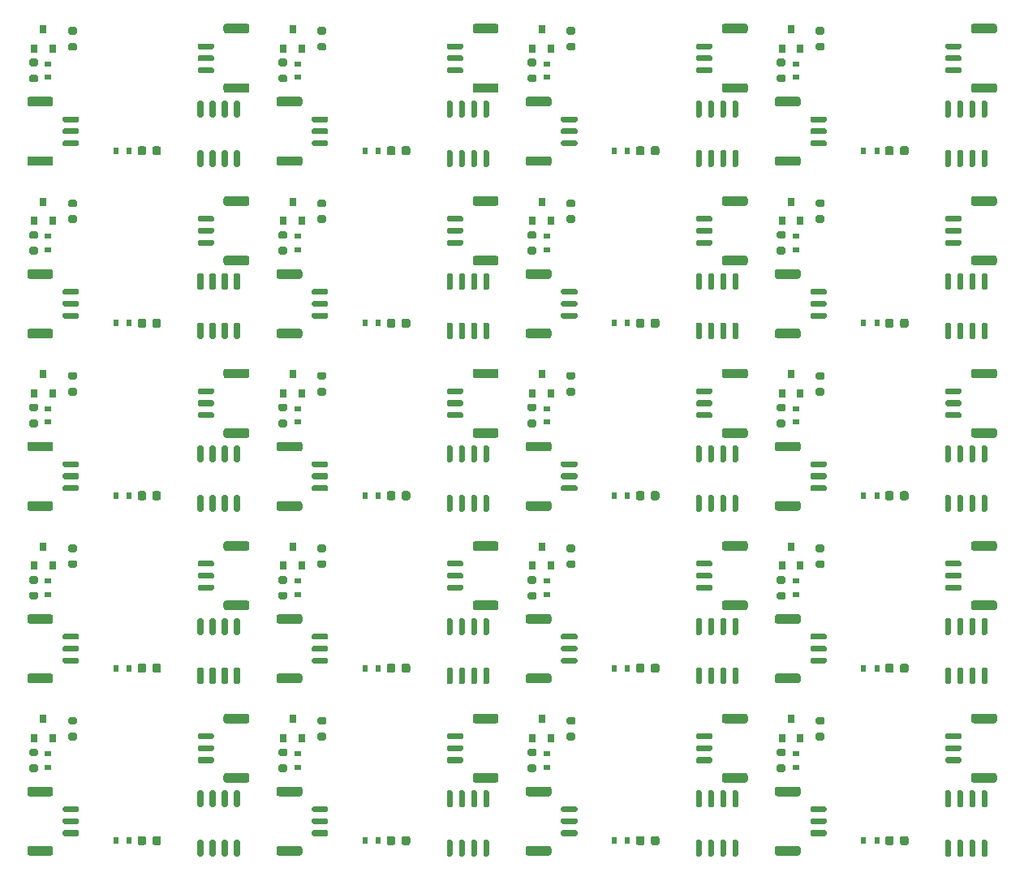
<source format=gtp>
G04 #@! TF.GenerationSoftware,KiCad,Pcbnew,(5.1.7)-1*
G04 #@! TF.CreationDate,2021-12-09T14:19:56+08:00*
G04 #@! TF.ProjectId,haptic-cloth-panelized,68617074-6963-42d6-936c-6f74682d7061,rev?*
G04 #@! TF.SameCoordinates,Original*
G04 #@! TF.FileFunction,Paste,Top*
G04 #@! TF.FilePolarity,Positive*
%FSLAX46Y46*%
G04 Gerber Fmt 4.6, Leading zero omitted, Abs format (unit mm)*
G04 Created by KiCad (PCBNEW (5.1.7)-1) date 2021-12-09 14:19:56*
%MOMM*%
%LPD*%
G01*
G04 APERTURE LIST*
%ADD10R,0.800000X0.900000*%
%ADD11R,0.700000X0.600000*%
%ADD12R,0.600000X0.700000*%
G04 APERTURE END LIST*
D10*
X129144028Y-125158037D03*
X131044028Y-125158037D03*
X130094028Y-123158037D03*
D11*
X130602028Y-126760037D03*
X130602028Y-128160037D03*
D12*
X137649028Y-135842037D03*
X139049028Y-135842037D03*
G36*
G01*
X132260028Y-132260037D02*
X133660028Y-132260037D01*
G75*
G02*
X133810028Y-132410037I0J-150000D01*
G01*
X133810028Y-132710037D01*
G75*
G02*
X133660028Y-132860037I-150000J0D01*
G01*
X132260028Y-132860037D01*
G75*
G02*
X132110028Y-132710037I0J150000D01*
G01*
X132110028Y-132410037D01*
G75*
G02*
X132260028Y-132260037I150000J0D01*
G01*
G37*
G36*
G01*
X132260028Y-133510037D02*
X133660028Y-133510037D01*
G75*
G02*
X133810028Y-133660037I0J-150000D01*
G01*
X133810028Y-133960037D01*
G75*
G02*
X133660028Y-134110037I-150000J0D01*
G01*
X132260028Y-134110037D01*
G75*
G02*
X132110028Y-133960037I0J150000D01*
G01*
X132110028Y-133660037D01*
G75*
G02*
X132260028Y-133510037I150000J0D01*
G01*
G37*
G36*
G01*
X132260028Y-134760037D02*
X133660028Y-134760037D01*
G75*
G02*
X133810028Y-134910037I0J-150000D01*
G01*
X133810028Y-135210037D01*
G75*
G02*
X133660028Y-135360037I-150000J0D01*
G01*
X132260028Y-135360037D01*
G75*
G02*
X132110028Y-135210037I0J150000D01*
G01*
X132110028Y-134910037D01*
G75*
G02*
X132260028Y-134760037I150000J0D01*
G01*
G37*
G36*
G01*
X128660028Y-130210037D02*
X130860028Y-130210037D01*
G75*
G02*
X131110028Y-130460037I0J-250000D01*
G01*
X131110028Y-130960037D01*
G75*
G02*
X130860028Y-131210037I-250000J0D01*
G01*
X128660028Y-131210037D01*
G75*
G02*
X128410028Y-130960037I0J250000D01*
G01*
X128410028Y-130460037D01*
G75*
G02*
X128660028Y-130210037I250000J0D01*
G01*
G37*
G36*
G01*
X128660028Y-136410037D02*
X130860028Y-136410037D01*
G75*
G02*
X131110028Y-136660037I0J-250000D01*
G01*
X131110028Y-137160037D01*
G75*
G02*
X130860028Y-137410037I-250000J0D01*
G01*
X128660028Y-137410037D01*
G75*
G02*
X128410028Y-137160037I0J250000D01*
G01*
X128410028Y-136660037D01*
G75*
G02*
X128660028Y-136410037I250000J0D01*
G01*
G37*
G36*
G01*
X147740028Y-127740037D02*
X146340028Y-127740037D01*
G75*
G02*
X146190028Y-127590037I0J150000D01*
G01*
X146190028Y-127290037D01*
G75*
G02*
X146340028Y-127140037I150000J0D01*
G01*
X147740028Y-127140037D01*
G75*
G02*
X147890028Y-127290037I0J-150000D01*
G01*
X147890028Y-127590037D01*
G75*
G02*
X147740028Y-127740037I-150000J0D01*
G01*
G37*
G36*
G01*
X147740028Y-126490037D02*
X146340028Y-126490037D01*
G75*
G02*
X146190028Y-126340037I0J150000D01*
G01*
X146190028Y-126040037D01*
G75*
G02*
X146340028Y-125890037I150000J0D01*
G01*
X147740028Y-125890037D01*
G75*
G02*
X147890028Y-126040037I0J-150000D01*
G01*
X147890028Y-126340037D01*
G75*
G02*
X147740028Y-126490037I-150000J0D01*
G01*
G37*
G36*
G01*
X147740028Y-125240037D02*
X146340028Y-125240037D01*
G75*
G02*
X146190028Y-125090037I0J150000D01*
G01*
X146190028Y-124790037D01*
G75*
G02*
X146340028Y-124640037I150000J0D01*
G01*
X147740028Y-124640037D01*
G75*
G02*
X147890028Y-124790037I0J-150000D01*
G01*
X147890028Y-125090037D01*
G75*
G02*
X147740028Y-125240037I-150000J0D01*
G01*
G37*
G36*
G01*
X151340028Y-129790037D02*
X149140028Y-129790037D01*
G75*
G02*
X148890028Y-129540037I0J250000D01*
G01*
X148890028Y-129040037D01*
G75*
G02*
X149140028Y-128790037I250000J0D01*
G01*
X151340028Y-128790037D01*
G75*
G02*
X151590028Y-129040037I0J-250000D01*
G01*
X151590028Y-129540037D01*
G75*
G02*
X151340028Y-129790037I-250000J0D01*
G01*
G37*
G36*
G01*
X151340028Y-123590037D02*
X149140028Y-123590037D01*
G75*
G02*
X148890028Y-123340037I0J250000D01*
G01*
X148890028Y-122840037D01*
G75*
G02*
X149140028Y-122590037I250000J0D01*
G01*
X151340028Y-122590037D01*
G75*
G02*
X151590028Y-122840037I0J-250000D01*
G01*
X151590028Y-123340037D01*
G75*
G02*
X151340028Y-123590037I-250000J0D01*
G01*
G37*
G36*
G01*
X146627028Y-137514037D02*
X146327028Y-137514037D01*
G75*
G02*
X146177028Y-137364037I0J150000D01*
G01*
X146177028Y-135914037D01*
G75*
G02*
X146327028Y-135764037I150000J0D01*
G01*
X146627028Y-135764037D01*
G75*
G02*
X146777028Y-135914037I0J-150000D01*
G01*
X146777028Y-137364037D01*
G75*
G02*
X146627028Y-137514037I-150000J0D01*
G01*
G37*
G36*
G01*
X147897028Y-137514037D02*
X147597028Y-137514037D01*
G75*
G02*
X147447028Y-137364037I0J150000D01*
G01*
X147447028Y-135914037D01*
G75*
G02*
X147597028Y-135764037I150000J0D01*
G01*
X147897028Y-135764037D01*
G75*
G02*
X148047028Y-135914037I0J-150000D01*
G01*
X148047028Y-137364037D01*
G75*
G02*
X147897028Y-137514037I-150000J0D01*
G01*
G37*
G36*
G01*
X149167028Y-137514037D02*
X148867028Y-137514037D01*
G75*
G02*
X148717028Y-137364037I0J150000D01*
G01*
X148717028Y-135914037D01*
G75*
G02*
X148867028Y-135764037I150000J0D01*
G01*
X149167028Y-135764037D01*
G75*
G02*
X149317028Y-135914037I0J-150000D01*
G01*
X149317028Y-137364037D01*
G75*
G02*
X149167028Y-137514037I-150000J0D01*
G01*
G37*
G36*
G01*
X150437028Y-137514037D02*
X150137028Y-137514037D01*
G75*
G02*
X149987028Y-137364037I0J150000D01*
G01*
X149987028Y-135914037D01*
G75*
G02*
X150137028Y-135764037I150000J0D01*
G01*
X150437028Y-135764037D01*
G75*
G02*
X150587028Y-135914037I0J-150000D01*
G01*
X150587028Y-137364037D01*
G75*
G02*
X150437028Y-137514037I-150000J0D01*
G01*
G37*
G36*
G01*
X150437028Y-132364037D02*
X150137028Y-132364037D01*
G75*
G02*
X149987028Y-132214037I0J150000D01*
G01*
X149987028Y-130764037D01*
G75*
G02*
X150137028Y-130614037I150000J0D01*
G01*
X150437028Y-130614037D01*
G75*
G02*
X150587028Y-130764037I0J-150000D01*
G01*
X150587028Y-132214037D01*
G75*
G02*
X150437028Y-132364037I-150000J0D01*
G01*
G37*
G36*
G01*
X149167028Y-132364037D02*
X148867028Y-132364037D01*
G75*
G02*
X148717028Y-132214037I0J150000D01*
G01*
X148717028Y-130764037D01*
G75*
G02*
X148867028Y-130614037I150000J0D01*
G01*
X149167028Y-130614037D01*
G75*
G02*
X149317028Y-130764037I0J-150000D01*
G01*
X149317028Y-132214037D01*
G75*
G02*
X149167028Y-132364037I-150000J0D01*
G01*
G37*
G36*
G01*
X147897028Y-132364037D02*
X147597028Y-132364037D01*
G75*
G02*
X147447028Y-132214037I0J150000D01*
G01*
X147447028Y-130764037D01*
G75*
G02*
X147597028Y-130614037I150000J0D01*
G01*
X147897028Y-130614037D01*
G75*
G02*
X148047028Y-130764037I0J-150000D01*
G01*
X148047028Y-132214037D01*
G75*
G02*
X147897028Y-132364037I-150000J0D01*
G01*
G37*
G36*
G01*
X146627028Y-132364037D02*
X146327028Y-132364037D01*
G75*
G02*
X146177028Y-132214037I0J150000D01*
G01*
X146177028Y-130764037D01*
G75*
G02*
X146327028Y-130614037I150000J0D01*
G01*
X146627028Y-130614037D01*
G75*
G02*
X146777028Y-130764037I0J-150000D01*
G01*
X146777028Y-132214037D01*
G75*
G02*
X146627028Y-132364037I-150000J0D01*
G01*
G37*
G36*
G01*
X128803028Y-126235037D02*
X129353028Y-126235037D01*
G75*
G02*
X129553028Y-126435037I0J-200000D01*
G01*
X129553028Y-126835037D01*
G75*
G02*
X129353028Y-127035037I-200000J0D01*
G01*
X128803028Y-127035037D01*
G75*
G02*
X128603028Y-126835037I0J200000D01*
G01*
X128603028Y-126435037D01*
G75*
G02*
X128803028Y-126235037I200000J0D01*
G01*
G37*
G36*
G01*
X128803028Y-127885037D02*
X129353028Y-127885037D01*
G75*
G02*
X129553028Y-128085037I0J-200000D01*
G01*
X129553028Y-128485037D01*
G75*
G02*
X129353028Y-128685037I-200000J0D01*
G01*
X128803028Y-128685037D01*
G75*
G02*
X128603028Y-128485037I0J200000D01*
G01*
X128603028Y-128085037D01*
G75*
G02*
X128803028Y-127885037I200000J0D01*
G01*
G37*
G36*
G01*
X142368028Y-135592037D02*
X142368028Y-136092037D01*
G75*
G02*
X142143028Y-136317037I-225000J0D01*
G01*
X141693028Y-136317037D01*
G75*
G02*
X141468028Y-136092037I0J225000D01*
G01*
X141468028Y-135592037D01*
G75*
G02*
X141693028Y-135367037I225000J0D01*
G01*
X142143028Y-135367037D01*
G75*
G02*
X142368028Y-135592037I0J-225000D01*
G01*
G37*
G36*
G01*
X140818028Y-135592037D02*
X140818028Y-136092037D01*
G75*
G02*
X140593028Y-136317037I-225000J0D01*
G01*
X140143028Y-136317037D01*
G75*
G02*
X139918028Y-136092037I0J225000D01*
G01*
X139918028Y-135592037D01*
G75*
G02*
X140143028Y-135367037I225000J0D01*
G01*
X140593028Y-135367037D01*
G75*
G02*
X140818028Y-135592037I0J-225000D01*
G01*
G37*
G36*
G01*
X133417028Y-125383037D02*
X132867028Y-125383037D01*
G75*
G02*
X132667028Y-125183037I0J200000D01*
G01*
X132667028Y-124783037D01*
G75*
G02*
X132867028Y-124583037I200000J0D01*
G01*
X133417028Y-124583037D01*
G75*
G02*
X133617028Y-124783037I0J-200000D01*
G01*
X133617028Y-125183037D01*
G75*
G02*
X133417028Y-125383037I-200000J0D01*
G01*
G37*
G36*
G01*
X133417028Y-123733037D02*
X132867028Y-123733037D01*
G75*
G02*
X132667028Y-123533037I0J200000D01*
G01*
X132667028Y-123133037D01*
G75*
G02*
X132867028Y-122933037I200000J0D01*
G01*
X133417028Y-122933037D01*
G75*
G02*
X133617028Y-123133037I0J-200000D01*
G01*
X133617028Y-123533037D01*
G75*
G02*
X133417028Y-123733037I-200000J0D01*
G01*
G37*
D10*
X103144019Y-125158037D03*
X105044019Y-125158037D03*
X104094019Y-123158037D03*
D11*
X104602019Y-126760037D03*
X104602019Y-128160037D03*
D12*
X111649019Y-135842037D03*
X113049019Y-135842037D03*
G36*
G01*
X106260019Y-132260037D02*
X107660019Y-132260037D01*
G75*
G02*
X107810019Y-132410037I0J-150000D01*
G01*
X107810019Y-132710037D01*
G75*
G02*
X107660019Y-132860037I-150000J0D01*
G01*
X106260019Y-132860037D01*
G75*
G02*
X106110019Y-132710037I0J150000D01*
G01*
X106110019Y-132410037D01*
G75*
G02*
X106260019Y-132260037I150000J0D01*
G01*
G37*
G36*
G01*
X106260019Y-133510037D02*
X107660019Y-133510037D01*
G75*
G02*
X107810019Y-133660037I0J-150000D01*
G01*
X107810019Y-133960037D01*
G75*
G02*
X107660019Y-134110037I-150000J0D01*
G01*
X106260019Y-134110037D01*
G75*
G02*
X106110019Y-133960037I0J150000D01*
G01*
X106110019Y-133660037D01*
G75*
G02*
X106260019Y-133510037I150000J0D01*
G01*
G37*
G36*
G01*
X106260019Y-134760037D02*
X107660019Y-134760037D01*
G75*
G02*
X107810019Y-134910037I0J-150000D01*
G01*
X107810019Y-135210037D01*
G75*
G02*
X107660019Y-135360037I-150000J0D01*
G01*
X106260019Y-135360037D01*
G75*
G02*
X106110019Y-135210037I0J150000D01*
G01*
X106110019Y-134910037D01*
G75*
G02*
X106260019Y-134760037I150000J0D01*
G01*
G37*
G36*
G01*
X102660019Y-130210037D02*
X104860019Y-130210037D01*
G75*
G02*
X105110019Y-130460037I0J-250000D01*
G01*
X105110019Y-130960037D01*
G75*
G02*
X104860019Y-131210037I-250000J0D01*
G01*
X102660019Y-131210037D01*
G75*
G02*
X102410019Y-130960037I0J250000D01*
G01*
X102410019Y-130460037D01*
G75*
G02*
X102660019Y-130210037I250000J0D01*
G01*
G37*
G36*
G01*
X102660019Y-136410037D02*
X104860019Y-136410037D01*
G75*
G02*
X105110019Y-136660037I0J-250000D01*
G01*
X105110019Y-137160037D01*
G75*
G02*
X104860019Y-137410037I-250000J0D01*
G01*
X102660019Y-137410037D01*
G75*
G02*
X102410019Y-137160037I0J250000D01*
G01*
X102410019Y-136660037D01*
G75*
G02*
X102660019Y-136410037I250000J0D01*
G01*
G37*
G36*
G01*
X121740019Y-127740037D02*
X120340019Y-127740037D01*
G75*
G02*
X120190019Y-127590037I0J150000D01*
G01*
X120190019Y-127290037D01*
G75*
G02*
X120340019Y-127140037I150000J0D01*
G01*
X121740019Y-127140037D01*
G75*
G02*
X121890019Y-127290037I0J-150000D01*
G01*
X121890019Y-127590037D01*
G75*
G02*
X121740019Y-127740037I-150000J0D01*
G01*
G37*
G36*
G01*
X121740019Y-126490037D02*
X120340019Y-126490037D01*
G75*
G02*
X120190019Y-126340037I0J150000D01*
G01*
X120190019Y-126040037D01*
G75*
G02*
X120340019Y-125890037I150000J0D01*
G01*
X121740019Y-125890037D01*
G75*
G02*
X121890019Y-126040037I0J-150000D01*
G01*
X121890019Y-126340037D01*
G75*
G02*
X121740019Y-126490037I-150000J0D01*
G01*
G37*
G36*
G01*
X121740019Y-125240037D02*
X120340019Y-125240037D01*
G75*
G02*
X120190019Y-125090037I0J150000D01*
G01*
X120190019Y-124790037D01*
G75*
G02*
X120340019Y-124640037I150000J0D01*
G01*
X121740019Y-124640037D01*
G75*
G02*
X121890019Y-124790037I0J-150000D01*
G01*
X121890019Y-125090037D01*
G75*
G02*
X121740019Y-125240037I-150000J0D01*
G01*
G37*
G36*
G01*
X125340019Y-129790037D02*
X123140019Y-129790037D01*
G75*
G02*
X122890019Y-129540037I0J250000D01*
G01*
X122890019Y-129040037D01*
G75*
G02*
X123140019Y-128790037I250000J0D01*
G01*
X125340019Y-128790037D01*
G75*
G02*
X125590019Y-129040037I0J-250000D01*
G01*
X125590019Y-129540037D01*
G75*
G02*
X125340019Y-129790037I-250000J0D01*
G01*
G37*
G36*
G01*
X125340019Y-123590037D02*
X123140019Y-123590037D01*
G75*
G02*
X122890019Y-123340037I0J250000D01*
G01*
X122890019Y-122840037D01*
G75*
G02*
X123140019Y-122590037I250000J0D01*
G01*
X125340019Y-122590037D01*
G75*
G02*
X125590019Y-122840037I0J-250000D01*
G01*
X125590019Y-123340037D01*
G75*
G02*
X125340019Y-123590037I-250000J0D01*
G01*
G37*
G36*
G01*
X120627019Y-137514037D02*
X120327019Y-137514037D01*
G75*
G02*
X120177019Y-137364037I0J150000D01*
G01*
X120177019Y-135914037D01*
G75*
G02*
X120327019Y-135764037I150000J0D01*
G01*
X120627019Y-135764037D01*
G75*
G02*
X120777019Y-135914037I0J-150000D01*
G01*
X120777019Y-137364037D01*
G75*
G02*
X120627019Y-137514037I-150000J0D01*
G01*
G37*
G36*
G01*
X121897019Y-137514037D02*
X121597019Y-137514037D01*
G75*
G02*
X121447019Y-137364037I0J150000D01*
G01*
X121447019Y-135914037D01*
G75*
G02*
X121597019Y-135764037I150000J0D01*
G01*
X121897019Y-135764037D01*
G75*
G02*
X122047019Y-135914037I0J-150000D01*
G01*
X122047019Y-137364037D01*
G75*
G02*
X121897019Y-137514037I-150000J0D01*
G01*
G37*
G36*
G01*
X123167019Y-137514037D02*
X122867019Y-137514037D01*
G75*
G02*
X122717019Y-137364037I0J150000D01*
G01*
X122717019Y-135914037D01*
G75*
G02*
X122867019Y-135764037I150000J0D01*
G01*
X123167019Y-135764037D01*
G75*
G02*
X123317019Y-135914037I0J-150000D01*
G01*
X123317019Y-137364037D01*
G75*
G02*
X123167019Y-137514037I-150000J0D01*
G01*
G37*
G36*
G01*
X124437019Y-137514037D02*
X124137019Y-137514037D01*
G75*
G02*
X123987019Y-137364037I0J150000D01*
G01*
X123987019Y-135914037D01*
G75*
G02*
X124137019Y-135764037I150000J0D01*
G01*
X124437019Y-135764037D01*
G75*
G02*
X124587019Y-135914037I0J-150000D01*
G01*
X124587019Y-137364037D01*
G75*
G02*
X124437019Y-137514037I-150000J0D01*
G01*
G37*
G36*
G01*
X124437019Y-132364037D02*
X124137019Y-132364037D01*
G75*
G02*
X123987019Y-132214037I0J150000D01*
G01*
X123987019Y-130764037D01*
G75*
G02*
X124137019Y-130614037I150000J0D01*
G01*
X124437019Y-130614037D01*
G75*
G02*
X124587019Y-130764037I0J-150000D01*
G01*
X124587019Y-132214037D01*
G75*
G02*
X124437019Y-132364037I-150000J0D01*
G01*
G37*
G36*
G01*
X123167019Y-132364037D02*
X122867019Y-132364037D01*
G75*
G02*
X122717019Y-132214037I0J150000D01*
G01*
X122717019Y-130764037D01*
G75*
G02*
X122867019Y-130614037I150000J0D01*
G01*
X123167019Y-130614037D01*
G75*
G02*
X123317019Y-130764037I0J-150000D01*
G01*
X123317019Y-132214037D01*
G75*
G02*
X123167019Y-132364037I-150000J0D01*
G01*
G37*
G36*
G01*
X121897019Y-132364037D02*
X121597019Y-132364037D01*
G75*
G02*
X121447019Y-132214037I0J150000D01*
G01*
X121447019Y-130764037D01*
G75*
G02*
X121597019Y-130614037I150000J0D01*
G01*
X121897019Y-130614037D01*
G75*
G02*
X122047019Y-130764037I0J-150000D01*
G01*
X122047019Y-132214037D01*
G75*
G02*
X121897019Y-132364037I-150000J0D01*
G01*
G37*
G36*
G01*
X120627019Y-132364037D02*
X120327019Y-132364037D01*
G75*
G02*
X120177019Y-132214037I0J150000D01*
G01*
X120177019Y-130764037D01*
G75*
G02*
X120327019Y-130614037I150000J0D01*
G01*
X120627019Y-130614037D01*
G75*
G02*
X120777019Y-130764037I0J-150000D01*
G01*
X120777019Y-132214037D01*
G75*
G02*
X120627019Y-132364037I-150000J0D01*
G01*
G37*
G36*
G01*
X102803019Y-126235037D02*
X103353019Y-126235037D01*
G75*
G02*
X103553019Y-126435037I0J-200000D01*
G01*
X103553019Y-126835037D01*
G75*
G02*
X103353019Y-127035037I-200000J0D01*
G01*
X102803019Y-127035037D01*
G75*
G02*
X102603019Y-126835037I0J200000D01*
G01*
X102603019Y-126435037D01*
G75*
G02*
X102803019Y-126235037I200000J0D01*
G01*
G37*
G36*
G01*
X102803019Y-127885037D02*
X103353019Y-127885037D01*
G75*
G02*
X103553019Y-128085037I0J-200000D01*
G01*
X103553019Y-128485037D01*
G75*
G02*
X103353019Y-128685037I-200000J0D01*
G01*
X102803019Y-128685037D01*
G75*
G02*
X102603019Y-128485037I0J200000D01*
G01*
X102603019Y-128085037D01*
G75*
G02*
X102803019Y-127885037I200000J0D01*
G01*
G37*
G36*
G01*
X116368019Y-135592037D02*
X116368019Y-136092037D01*
G75*
G02*
X116143019Y-136317037I-225000J0D01*
G01*
X115693019Y-136317037D01*
G75*
G02*
X115468019Y-136092037I0J225000D01*
G01*
X115468019Y-135592037D01*
G75*
G02*
X115693019Y-135367037I225000J0D01*
G01*
X116143019Y-135367037D01*
G75*
G02*
X116368019Y-135592037I0J-225000D01*
G01*
G37*
G36*
G01*
X114818019Y-135592037D02*
X114818019Y-136092037D01*
G75*
G02*
X114593019Y-136317037I-225000J0D01*
G01*
X114143019Y-136317037D01*
G75*
G02*
X113918019Y-136092037I0J225000D01*
G01*
X113918019Y-135592037D01*
G75*
G02*
X114143019Y-135367037I225000J0D01*
G01*
X114593019Y-135367037D01*
G75*
G02*
X114818019Y-135592037I0J-225000D01*
G01*
G37*
G36*
G01*
X107417019Y-125383037D02*
X106867019Y-125383037D01*
G75*
G02*
X106667019Y-125183037I0J200000D01*
G01*
X106667019Y-124783037D01*
G75*
G02*
X106867019Y-124583037I200000J0D01*
G01*
X107417019Y-124583037D01*
G75*
G02*
X107617019Y-124783037I0J-200000D01*
G01*
X107617019Y-125183037D01*
G75*
G02*
X107417019Y-125383037I-200000J0D01*
G01*
G37*
G36*
G01*
X107417019Y-123733037D02*
X106867019Y-123733037D01*
G75*
G02*
X106667019Y-123533037I0J200000D01*
G01*
X106667019Y-123133037D01*
G75*
G02*
X106867019Y-122933037I200000J0D01*
G01*
X107417019Y-122933037D01*
G75*
G02*
X107617019Y-123133037I0J-200000D01*
G01*
X107617019Y-123533037D01*
G75*
G02*
X107417019Y-123733037I-200000J0D01*
G01*
G37*
D10*
X77144010Y-125158037D03*
X79044010Y-125158037D03*
X78094010Y-123158037D03*
D11*
X78602010Y-126760037D03*
X78602010Y-128160037D03*
D12*
X85649010Y-135842037D03*
X87049010Y-135842037D03*
G36*
G01*
X80260010Y-132260037D02*
X81660010Y-132260037D01*
G75*
G02*
X81810010Y-132410037I0J-150000D01*
G01*
X81810010Y-132710037D01*
G75*
G02*
X81660010Y-132860037I-150000J0D01*
G01*
X80260010Y-132860037D01*
G75*
G02*
X80110010Y-132710037I0J150000D01*
G01*
X80110010Y-132410037D01*
G75*
G02*
X80260010Y-132260037I150000J0D01*
G01*
G37*
G36*
G01*
X80260010Y-133510037D02*
X81660010Y-133510037D01*
G75*
G02*
X81810010Y-133660037I0J-150000D01*
G01*
X81810010Y-133960037D01*
G75*
G02*
X81660010Y-134110037I-150000J0D01*
G01*
X80260010Y-134110037D01*
G75*
G02*
X80110010Y-133960037I0J150000D01*
G01*
X80110010Y-133660037D01*
G75*
G02*
X80260010Y-133510037I150000J0D01*
G01*
G37*
G36*
G01*
X80260010Y-134760037D02*
X81660010Y-134760037D01*
G75*
G02*
X81810010Y-134910037I0J-150000D01*
G01*
X81810010Y-135210037D01*
G75*
G02*
X81660010Y-135360037I-150000J0D01*
G01*
X80260010Y-135360037D01*
G75*
G02*
X80110010Y-135210037I0J150000D01*
G01*
X80110010Y-134910037D01*
G75*
G02*
X80260010Y-134760037I150000J0D01*
G01*
G37*
G36*
G01*
X76660010Y-130210037D02*
X78860010Y-130210037D01*
G75*
G02*
X79110010Y-130460037I0J-250000D01*
G01*
X79110010Y-130960037D01*
G75*
G02*
X78860010Y-131210037I-250000J0D01*
G01*
X76660010Y-131210037D01*
G75*
G02*
X76410010Y-130960037I0J250000D01*
G01*
X76410010Y-130460037D01*
G75*
G02*
X76660010Y-130210037I250000J0D01*
G01*
G37*
G36*
G01*
X76660010Y-136410037D02*
X78860010Y-136410037D01*
G75*
G02*
X79110010Y-136660037I0J-250000D01*
G01*
X79110010Y-137160037D01*
G75*
G02*
X78860010Y-137410037I-250000J0D01*
G01*
X76660010Y-137410037D01*
G75*
G02*
X76410010Y-137160037I0J250000D01*
G01*
X76410010Y-136660037D01*
G75*
G02*
X76660010Y-136410037I250000J0D01*
G01*
G37*
G36*
G01*
X95740010Y-127740037D02*
X94340010Y-127740037D01*
G75*
G02*
X94190010Y-127590037I0J150000D01*
G01*
X94190010Y-127290037D01*
G75*
G02*
X94340010Y-127140037I150000J0D01*
G01*
X95740010Y-127140037D01*
G75*
G02*
X95890010Y-127290037I0J-150000D01*
G01*
X95890010Y-127590037D01*
G75*
G02*
X95740010Y-127740037I-150000J0D01*
G01*
G37*
G36*
G01*
X95740010Y-126490037D02*
X94340010Y-126490037D01*
G75*
G02*
X94190010Y-126340037I0J150000D01*
G01*
X94190010Y-126040037D01*
G75*
G02*
X94340010Y-125890037I150000J0D01*
G01*
X95740010Y-125890037D01*
G75*
G02*
X95890010Y-126040037I0J-150000D01*
G01*
X95890010Y-126340037D01*
G75*
G02*
X95740010Y-126490037I-150000J0D01*
G01*
G37*
G36*
G01*
X95740010Y-125240037D02*
X94340010Y-125240037D01*
G75*
G02*
X94190010Y-125090037I0J150000D01*
G01*
X94190010Y-124790037D01*
G75*
G02*
X94340010Y-124640037I150000J0D01*
G01*
X95740010Y-124640037D01*
G75*
G02*
X95890010Y-124790037I0J-150000D01*
G01*
X95890010Y-125090037D01*
G75*
G02*
X95740010Y-125240037I-150000J0D01*
G01*
G37*
G36*
G01*
X99340010Y-129790037D02*
X97140010Y-129790037D01*
G75*
G02*
X96890010Y-129540037I0J250000D01*
G01*
X96890010Y-129040037D01*
G75*
G02*
X97140010Y-128790037I250000J0D01*
G01*
X99340010Y-128790037D01*
G75*
G02*
X99590010Y-129040037I0J-250000D01*
G01*
X99590010Y-129540037D01*
G75*
G02*
X99340010Y-129790037I-250000J0D01*
G01*
G37*
G36*
G01*
X99340010Y-123590037D02*
X97140010Y-123590037D01*
G75*
G02*
X96890010Y-123340037I0J250000D01*
G01*
X96890010Y-122840037D01*
G75*
G02*
X97140010Y-122590037I250000J0D01*
G01*
X99340010Y-122590037D01*
G75*
G02*
X99590010Y-122840037I0J-250000D01*
G01*
X99590010Y-123340037D01*
G75*
G02*
X99340010Y-123590037I-250000J0D01*
G01*
G37*
G36*
G01*
X94627010Y-137514037D02*
X94327010Y-137514037D01*
G75*
G02*
X94177010Y-137364037I0J150000D01*
G01*
X94177010Y-135914037D01*
G75*
G02*
X94327010Y-135764037I150000J0D01*
G01*
X94627010Y-135764037D01*
G75*
G02*
X94777010Y-135914037I0J-150000D01*
G01*
X94777010Y-137364037D01*
G75*
G02*
X94627010Y-137514037I-150000J0D01*
G01*
G37*
G36*
G01*
X95897010Y-137514037D02*
X95597010Y-137514037D01*
G75*
G02*
X95447010Y-137364037I0J150000D01*
G01*
X95447010Y-135914037D01*
G75*
G02*
X95597010Y-135764037I150000J0D01*
G01*
X95897010Y-135764037D01*
G75*
G02*
X96047010Y-135914037I0J-150000D01*
G01*
X96047010Y-137364037D01*
G75*
G02*
X95897010Y-137514037I-150000J0D01*
G01*
G37*
G36*
G01*
X97167010Y-137514037D02*
X96867010Y-137514037D01*
G75*
G02*
X96717010Y-137364037I0J150000D01*
G01*
X96717010Y-135914037D01*
G75*
G02*
X96867010Y-135764037I150000J0D01*
G01*
X97167010Y-135764037D01*
G75*
G02*
X97317010Y-135914037I0J-150000D01*
G01*
X97317010Y-137364037D01*
G75*
G02*
X97167010Y-137514037I-150000J0D01*
G01*
G37*
G36*
G01*
X98437010Y-137514037D02*
X98137010Y-137514037D01*
G75*
G02*
X97987010Y-137364037I0J150000D01*
G01*
X97987010Y-135914037D01*
G75*
G02*
X98137010Y-135764037I150000J0D01*
G01*
X98437010Y-135764037D01*
G75*
G02*
X98587010Y-135914037I0J-150000D01*
G01*
X98587010Y-137364037D01*
G75*
G02*
X98437010Y-137514037I-150000J0D01*
G01*
G37*
G36*
G01*
X98437010Y-132364037D02*
X98137010Y-132364037D01*
G75*
G02*
X97987010Y-132214037I0J150000D01*
G01*
X97987010Y-130764037D01*
G75*
G02*
X98137010Y-130614037I150000J0D01*
G01*
X98437010Y-130614037D01*
G75*
G02*
X98587010Y-130764037I0J-150000D01*
G01*
X98587010Y-132214037D01*
G75*
G02*
X98437010Y-132364037I-150000J0D01*
G01*
G37*
G36*
G01*
X97167010Y-132364037D02*
X96867010Y-132364037D01*
G75*
G02*
X96717010Y-132214037I0J150000D01*
G01*
X96717010Y-130764037D01*
G75*
G02*
X96867010Y-130614037I150000J0D01*
G01*
X97167010Y-130614037D01*
G75*
G02*
X97317010Y-130764037I0J-150000D01*
G01*
X97317010Y-132214037D01*
G75*
G02*
X97167010Y-132364037I-150000J0D01*
G01*
G37*
G36*
G01*
X95897010Y-132364037D02*
X95597010Y-132364037D01*
G75*
G02*
X95447010Y-132214037I0J150000D01*
G01*
X95447010Y-130764037D01*
G75*
G02*
X95597010Y-130614037I150000J0D01*
G01*
X95897010Y-130614037D01*
G75*
G02*
X96047010Y-130764037I0J-150000D01*
G01*
X96047010Y-132214037D01*
G75*
G02*
X95897010Y-132364037I-150000J0D01*
G01*
G37*
G36*
G01*
X94627010Y-132364037D02*
X94327010Y-132364037D01*
G75*
G02*
X94177010Y-132214037I0J150000D01*
G01*
X94177010Y-130764037D01*
G75*
G02*
X94327010Y-130614037I150000J0D01*
G01*
X94627010Y-130614037D01*
G75*
G02*
X94777010Y-130764037I0J-150000D01*
G01*
X94777010Y-132214037D01*
G75*
G02*
X94627010Y-132364037I-150000J0D01*
G01*
G37*
G36*
G01*
X76803010Y-126235037D02*
X77353010Y-126235037D01*
G75*
G02*
X77553010Y-126435037I0J-200000D01*
G01*
X77553010Y-126835037D01*
G75*
G02*
X77353010Y-127035037I-200000J0D01*
G01*
X76803010Y-127035037D01*
G75*
G02*
X76603010Y-126835037I0J200000D01*
G01*
X76603010Y-126435037D01*
G75*
G02*
X76803010Y-126235037I200000J0D01*
G01*
G37*
G36*
G01*
X76803010Y-127885037D02*
X77353010Y-127885037D01*
G75*
G02*
X77553010Y-128085037I0J-200000D01*
G01*
X77553010Y-128485037D01*
G75*
G02*
X77353010Y-128685037I-200000J0D01*
G01*
X76803010Y-128685037D01*
G75*
G02*
X76603010Y-128485037I0J200000D01*
G01*
X76603010Y-128085037D01*
G75*
G02*
X76803010Y-127885037I200000J0D01*
G01*
G37*
G36*
G01*
X90368010Y-135592037D02*
X90368010Y-136092037D01*
G75*
G02*
X90143010Y-136317037I-225000J0D01*
G01*
X89693010Y-136317037D01*
G75*
G02*
X89468010Y-136092037I0J225000D01*
G01*
X89468010Y-135592037D01*
G75*
G02*
X89693010Y-135367037I225000J0D01*
G01*
X90143010Y-135367037D01*
G75*
G02*
X90368010Y-135592037I0J-225000D01*
G01*
G37*
G36*
G01*
X88818010Y-135592037D02*
X88818010Y-136092037D01*
G75*
G02*
X88593010Y-136317037I-225000J0D01*
G01*
X88143010Y-136317037D01*
G75*
G02*
X87918010Y-136092037I0J225000D01*
G01*
X87918010Y-135592037D01*
G75*
G02*
X88143010Y-135367037I225000J0D01*
G01*
X88593010Y-135367037D01*
G75*
G02*
X88818010Y-135592037I0J-225000D01*
G01*
G37*
G36*
G01*
X81417010Y-125383037D02*
X80867010Y-125383037D01*
G75*
G02*
X80667010Y-125183037I0J200000D01*
G01*
X80667010Y-124783037D01*
G75*
G02*
X80867010Y-124583037I200000J0D01*
G01*
X81417010Y-124583037D01*
G75*
G02*
X81617010Y-124783037I0J-200000D01*
G01*
X81617010Y-125183037D01*
G75*
G02*
X81417010Y-125383037I-200000J0D01*
G01*
G37*
G36*
G01*
X81417010Y-123733037D02*
X80867010Y-123733037D01*
G75*
G02*
X80667010Y-123533037I0J200000D01*
G01*
X80667010Y-123133037D01*
G75*
G02*
X80867010Y-122933037I200000J0D01*
G01*
X81417010Y-122933037D01*
G75*
G02*
X81617010Y-123133037I0J-200000D01*
G01*
X81617010Y-123533037D01*
G75*
G02*
X81417010Y-123733037I-200000J0D01*
G01*
G37*
D10*
X51144001Y-125158037D03*
X53044001Y-125158037D03*
X52094001Y-123158037D03*
D11*
X52602001Y-126760037D03*
X52602001Y-128160037D03*
D12*
X59649001Y-135842037D03*
X61049001Y-135842037D03*
G36*
G01*
X54260001Y-132260037D02*
X55660001Y-132260037D01*
G75*
G02*
X55810001Y-132410037I0J-150000D01*
G01*
X55810001Y-132710037D01*
G75*
G02*
X55660001Y-132860037I-150000J0D01*
G01*
X54260001Y-132860037D01*
G75*
G02*
X54110001Y-132710037I0J150000D01*
G01*
X54110001Y-132410037D01*
G75*
G02*
X54260001Y-132260037I150000J0D01*
G01*
G37*
G36*
G01*
X54260001Y-133510037D02*
X55660001Y-133510037D01*
G75*
G02*
X55810001Y-133660037I0J-150000D01*
G01*
X55810001Y-133960037D01*
G75*
G02*
X55660001Y-134110037I-150000J0D01*
G01*
X54260001Y-134110037D01*
G75*
G02*
X54110001Y-133960037I0J150000D01*
G01*
X54110001Y-133660037D01*
G75*
G02*
X54260001Y-133510037I150000J0D01*
G01*
G37*
G36*
G01*
X54260001Y-134760037D02*
X55660001Y-134760037D01*
G75*
G02*
X55810001Y-134910037I0J-150000D01*
G01*
X55810001Y-135210037D01*
G75*
G02*
X55660001Y-135360037I-150000J0D01*
G01*
X54260001Y-135360037D01*
G75*
G02*
X54110001Y-135210037I0J150000D01*
G01*
X54110001Y-134910037D01*
G75*
G02*
X54260001Y-134760037I150000J0D01*
G01*
G37*
G36*
G01*
X50660001Y-130210037D02*
X52860001Y-130210037D01*
G75*
G02*
X53110001Y-130460037I0J-250000D01*
G01*
X53110001Y-130960037D01*
G75*
G02*
X52860001Y-131210037I-250000J0D01*
G01*
X50660001Y-131210037D01*
G75*
G02*
X50410001Y-130960037I0J250000D01*
G01*
X50410001Y-130460037D01*
G75*
G02*
X50660001Y-130210037I250000J0D01*
G01*
G37*
G36*
G01*
X50660001Y-136410037D02*
X52860001Y-136410037D01*
G75*
G02*
X53110001Y-136660037I0J-250000D01*
G01*
X53110001Y-137160037D01*
G75*
G02*
X52860001Y-137410037I-250000J0D01*
G01*
X50660001Y-137410037D01*
G75*
G02*
X50410001Y-137160037I0J250000D01*
G01*
X50410001Y-136660037D01*
G75*
G02*
X50660001Y-136410037I250000J0D01*
G01*
G37*
G36*
G01*
X69740001Y-127740037D02*
X68340001Y-127740037D01*
G75*
G02*
X68190001Y-127590037I0J150000D01*
G01*
X68190001Y-127290037D01*
G75*
G02*
X68340001Y-127140037I150000J0D01*
G01*
X69740001Y-127140037D01*
G75*
G02*
X69890001Y-127290037I0J-150000D01*
G01*
X69890001Y-127590037D01*
G75*
G02*
X69740001Y-127740037I-150000J0D01*
G01*
G37*
G36*
G01*
X69740001Y-126490037D02*
X68340001Y-126490037D01*
G75*
G02*
X68190001Y-126340037I0J150000D01*
G01*
X68190001Y-126040037D01*
G75*
G02*
X68340001Y-125890037I150000J0D01*
G01*
X69740001Y-125890037D01*
G75*
G02*
X69890001Y-126040037I0J-150000D01*
G01*
X69890001Y-126340037D01*
G75*
G02*
X69740001Y-126490037I-150000J0D01*
G01*
G37*
G36*
G01*
X69740001Y-125240037D02*
X68340001Y-125240037D01*
G75*
G02*
X68190001Y-125090037I0J150000D01*
G01*
X68190001Y-124790037D01*
G75*
G02*
X68340001Y-124640037I150000J0D01*
G01*
X69740001Y-124640037D01*
G75*
G02*
X69890001Y-124790037I0J-150000D01*
G01*
X69890001Y-125090037D01*
G75*
G02*
X69740001Y-125240037I-150000J0D01*
G01*
G37*
G36*
G01*
X73340001Y-129790037D02*
X71140001Y-129790037D01*
G75*
G02*
X70890001Y-129540037I0J250000D01*
G01*
X70890001Y-129040037D01*
G75*
G02*
X71140001Y-128790037I250000J0D01*
G01*
X73340001Y-128790037D01*
G75*
G02*
X73590001Y-129040037I0J-250000D01*
G01*
X73590001Y-129540037D01*
G75*
G02*
X73340001Y-129790037I-250000J0D01*
G01*
G37*
G36*
G01*
X73340001Y-123590037D02*
X71140001Y-123590037D01*
G75*
G02*
X70890001Y-123340037I0J250000D01*
G01*
X70890001Y-122840037D01*
G75*
G02*
X71140001Y-122590037I250000J0D01*
G01*
X73340001Y-122590037D01*
G75*
G02*
X73590001Y-122840037I0J-250000D01*
G01*
X73590001Y-123340037D01*
G75*
G02*
X73340001Y-123590037I-250000J0D01*
G01*
G37*
G36*
G01*
X68627001Y-137514037D02*
X68327001Y-137514037D01*
G75*
G02*
X68177001Y-137364037I0J150000D01*
G01*
X68177001Y-135914037D01*
G75*
G02*
X68327001Y-135764037I150000J0D01*
G01*
X68627001Y-135764037D01*
G75*
G02*
X68777001Y-135914037I0J-150000D01*
G01*
X68777001Y-137364037D01*
G75*
G02*
X68627001Y-137514037I-150000J0D01*
G01*
G37*
G36*
G01*
X69897001Y-137514037D02*
X69597001Y-137514037D01*
G75*
G02*
X69447001Y-137364037I0J150000D01*
G01*
X69447001Y-135914037D01*
G75*
G02*
X69597001Y-135764037I150000J0D01*
G01*
X69897001Y-135764037D01*
G75*
G02*
X70047001Y-135914037I0J-150000D01*
G01*
X70047001Y-137364037D01*
G75*
G02*
X69897001Y-137514037I-150000J0D01*
G01*
G37*
G36*
G01*
X71167001Y-137514037D02*
X70867001Y-137514037D01*
G75*
G02*
X70717001Y-137364037I0J150000D01*
G01*
X70717001Y-135914037D01*
G75*
G02*
X70867001Y-135764037I150000J0D01*
G01*
X71167001Y-135764037D01*
G75*
G02*
X71317001Y-135914037I0J-150000D01*
G01*
X71317001Y-137364037D01*
G75*
G02*
X71167001Y-137514037I-150000J0D01*
G01*
G37*
G36*
G01*
X72437001Y-137514037D02*
X72137001Y-137514037D01*
G75*
G02*
X71987001Y-137364037I0J150000D01*
G01*
X71987001Y-135914037D01*
G75*
G02*
X72137001Y-135764037I150000J0D01*
G01*
X72437001Y-135764037D01*
G75*
G02*
X72587001Y-135914037I0J-150000D01*
G01*
X72587001Y-137364037D01*
G75*
G02*
X72437001Y-137514037I-150000J0D01*
G01*
G37*
G36*
G01*
X72437001Y-132364037D02*
X72137001Y-132364037D01*
G75*
G02*
X71987001Y-132214037I0J150000D01*
G01*
X71987001Y-130764037D01*
G75*
G02*
X72137001Y-130614037I150000J0D01*
G01*
X72437001Y-130614037D01*
G75*
G02*
X72587001Y-130764037I0J-150000D01*
G01*
X72587001Y-132214037D01*
G75*
G02*
X72437001Y-132364037I-150000J0D01*
G01*
G37*
G36*
G01*
X71167001Y-132364037D02*
X70867001Y-132364037D01*
G75*
G02*
X70717001Y-132214037I0J150000D01*
G01*
X70717001Y-130764037D01*
G75*
G02*
X70867001Y-130614037I150000J0D01*
G01*
X71167001Y-130614037D01*
G75*
G02*
X71317001Y-130764037I0J-150000D01*
G01*
X71317001Y-132214037D01*
G75*
G02*
X71167001Y-132364037I-150000J0D01*
G01*
G37*
G36*
G01*
X69897001Y-132364037D02*
X69597001Y-132364037D01*
G75*
G02*
X69447001Y-132214037I0J150000D01*
G01*
X69447001Y-130764037D01*
G75*
G02*
X69597001Y-130614037I150000J0D01*
G01*
X69897001Y-130614037D01*
G75*
G02*
X70047001Y-130764037I0J-150000D01*
G01*
X70047001Y-132214037D01*
G75*
G02*
X69897001Y-132364037I-150000J0D01*
G01*
G37*
G36*
G01*
X68627001Y-132364037D02*
X68327001Y-132364037D01*
G75*
G02*
X68177001Y-132214037I0J150000D01*
G01*
X68177001Y-130764037D01*
G75*
G02*
X68327001Y-130614037I150000J0D01*
G01*
X68627001Y-130614037D01*
G75*
G02*
X68777001Y-130764037I0J-150000D01*
G01*
X68777001Y-132214037D01*
G75*
G02*
X68627001Y-132364037I-150000J0D01*
G01*
G37*
G36*
G01*
X50803001Y-126235037D02*
X51353001Y-126235037D01*
G75*
G02*
X51553001Y-126435037I0J-200000D01*
G01*
X51553001Y-126835037D01*
G75*
G02*
X51353001Y-127035037I-200000J0D01*
G01*
X50803001Y-127035037D01*
G75*
G02*
X50603001Y-126835037I0J200000D01*
G01*
X50603001Y-126435037D01*
G75*
G02*
X50803001Y-126235037I200000J0D01*
G01*
G37*
G36*
G01*
X50803001Y-127885037D02*
X51353001Y-127885037D01*
G75*
G02*
X51553001Y-128085037I0J-200000D01*
G01*
X51553001Y-128485037D01*
G75*
G02*
X51353001Y-128685037I-200000J0D01*
G01*
X50803001Y-128685037D01*
G75*
G02*
X50603001Y-128485037I0J200000D01*
G01*
X50603001Y-128085037D01*
G75*
G02*
X50803001Y-127885037I200000J0D01*
G01*
G37*
G36*
G01*
X64368001Y-135592037D02*
X64368001Y-136092037D01*
G75*
G02*
X64143001Y-136317037I-225000J0D01*
G01*
X63693001Y-136317037D01*
G75*
G02*
X63468001Y-136092037I0J225000D01*
G01*
X63468001Y-135592037D01*
G75*
G02*
X63693001Y-135367037I225000J0D01*
G01*
X64143001Y-135367037D01*
G75*
G02*
X64368001Y-135592037I0J-225000D01*
G01*
G37*
G36*
G01*
X62818001Y-135592037D02*
X62818001Y-136092037D01*
G75*
G02*
X62593001Y-136317037I-225000J0D01*
G01*
X62143001Y-136317037D01*
G75*
G02*
X61918001Y-136092037I0J225000D01*
G01*
X61918001Y-135592037D01*
G75*
G02*
X62143001Y-135367037I225000J0D01*
G01*
X62593001Y-135367037D01*
G75*
G02*
X62818001Y-135592037I0J-225000D01*
G01*
G37*
G36*
G01*
X55417001Y-125383037D02*
X54867001Y-125383037D01*
G75*
G02*
X54667001Y-125183037I0J200000D01*
G01*
X54667001Y-124783037D01*
G75*
G02*
X54867001Y-124583037I200000J0D01*
G01*
X55417001Y-124583037D01*
G75*
G02*
X55617001Y-124783037I0J-200000D01*
G01*
X55617001Y-125183037D01*
G75*
G02*
X55417001Y-125383037I-200000J0D01*
G01*
G37*
G36*
G01*
X55417001Y-123733037D02*
X54867001Y-123733037D01*
G75*
G02*
X54667001Y-123533037I0J200000D01*
G01*
X54667001Y-123133037D01*
G75*
G02*
X54867001Y-122933037I200000J0D01*
G01*
X55417001Y-122933037D01*
G75*
G02*
X55617001Y-123133037I0J-200000D01*
G01*
X55617001Y-123533037D01*
G75*
G02*
X55417001Y-123733037I-200000J0D01*
G01*
G37*
D10*
X129144028Y-107158028D03*
X131044028Y-107158028D03*
X130094028Y-105158028D03*
D11*
X130602028Y-108760028D03*
X130602028Y-110160028D03*
D12*
X137649028Y-117842028D03*
X139049028Y-117842028D03*
G36*
G01*
X132260028Y-114260028D02*
X133660028Y-114260028D01*
G75*
G02*
X133810028Y-114410028I0J-150000D01*
G01*
X133810028Y-114710028D01*
G75*
G02*
X133660028Y-114860028I-150000J0D01*
G01*
X132260028Y-114860028D01*
G75*
G02*
X132110028Y-114710028I0J150000D01*
G01*
X132110028Y-114410028D01*
G75*
G02*
X132260028Y-114260028I150000J0D01*
G01*
G37*
G36*
G01*
X132260028Y-115510028D02*
X133660028Y-115510028D01*
G75*
G02*
X133810028Y-115660028I0J-150000D01*
G01*
X133810028Y-115960028D01*
G75*
G02*
X133660028Y-116110028I-150000J0D01*
G01*
X132260028Y-116110028D01*
G75*
G02*
X132110028Y-115960028I0J150000D01*
G01*
X132110028Y-115660028D01*
G75*
G02*
X132260028Y-115510028I150000J0D01*
G01*
G37*
G36*
G01*
X132260028Y-116760028D02*
X133660028Y-116760028D01*
G75*
G02*
X133810028Y-116910028I0J-150000D01*
G01*
X133810028Y-117210028D01*
G75*
G02*
X133660028Y-117360028I-150000J0D01*
G01*
X132260028Y-117360028D01*
G75*
G02*
X132110028Y-117210028I0J150000D01*
G01*
X132110028Y-116910028D01*
G75*
G02*
X132260028Y-116760028I150000J0D01*
G01*
G37*
G36*
G01*
X128660028Y-112210028D02*
X130860028Y-112210028D01*
G75*
G02*
X131110028Y-112460028I0J-250000D01*
G01*
X131110028Y-112960028D01*
G75*
G02*
X130860028Y-113210028I-250000J0D01*
G01*
X128660028Y-113210028D01*
G75*
G02*
X128410028Y-112960028I0J250000D01*
G01*
X128410028Y-112460028D01*
G75*
G02*
X128660028Y-112210028I250000J0D01*
G01*
G37*
G36*
G01*
X128660028Y-118410028D02*
X130860028Y-118410028D01*
G75*
G02*
X131110028Y-118660028I0J-250000D01*
G01*
X131110028Y-119160028D01*
G75*
G02*
X130860028Y-119410028I-250000J0D01*
G01*
X128660028Y-119410028D01*
G75*
G02*
X128410028Y-119160028I0J250000D01*
G01*
X128410028Y-118660028D01*
G75*
G02*
X128660028Y-118410028I250000J0D01*
G01*
G37*
G36*
G01*
X147740028Y-109740028D02*
X146340028Y-109740028D01*
G75*
G02*
X146190028Y-109590028I0J150000D01*
G01*
X146190028Y-109290028D01*
G75*
G02*
X146340028Y-109140028I150000J0D01*
G01*
X147740028Y-109140028D01*
G75*
G02*
X147890028Y-109290028I0J-150000D01*
G01*
X147890028Y-109590028D01*
G75*
G02*
X147740028Y-109740028I-150000J0D01*
G01*
G37*
G36*
G01*
X147740028Y-108490028D02*
X146340028Y-108490028D01*
G75*
G02*
X146190028Y-108340028I0J150000D01*
G01*
X146190028Y-108040028D01*
G75*
G02*
X146340028Y-107890028I150000J0D01*
G01*
X147740028Y-107890028D01*
G75*
G02*
X147890028Y-108040028I0J-150000D01*
G01*
X147890028Y-108340028D01*
G75*
G02*
X147740028Y-108490028I-150000J0D01*
G01*
G37*
G36*
G01*
X147740028Y-107240028D02*
X146340028Y-107240028D01*
G75*
G02*
X146190028Y-107090028I0J150000D01*
G01*
X146190028Y-106790028D01*
G75*
G02*
X146340028Y-106640028I150000J0D01*
G01*
X147740028Y-106640028D01*
G75*
G02*
X147890028Y-106790028I0J-150000D01*
G01*
X147890028Y-107090028D01*
G75*
G02*
X147740028Y-107240028I-150000J0D01*
G01*
G37*
G36*
G01*
X151340028Y-111790028D02*
X149140028Y-111790028D01*
G75*
G02*
X148890028Y-111540028I0J250000D01*
G01*
X148890028Y-111040028D01*
G75*
G02*
X149140028Y-110790028I250000J0D01*
G01*
X151340028Y-110790028D01*
G75*
G02*
X151590028Y-111040028I0J-250000D01*
G01*
X151590028Y-111540028D01*
G75*
G02*
X151340028Y-111790028I-250000J0D01*
G01*
G37*
G36*
G01*
X151340028Y-105590028D02*
X149140028Y-105590028D01*
G75*
G02*
X148890028Y-105340028I0J250000D01*
G01*
X148890028Y-104840028D01*
G75*
G02*
X149140028Y-104590028I250000J0D01*
G01*
X151340028Y-104590028D01*
G75*
G02*
X151590028Y-104840028I0J-250000D01*
G01*
X151590028Y-105340028D01*
G75*
G02*
X151340028Y-105590028I-250000J0D01*
G01*
G37*
G36*
G01*
X146627028Y-119514028D02*
X146327028Y-119514028D01*
G75*
G02*
X146177028Y-119364028I0J150000D01*
G01*
X146177028Y-117914028D01*
G75*
G02*
X146327028Y-117764028I150000J0D01*
G01*
X146627028Y-117764028D01*
G75*
G02*
X146777028Y-117914028I0J-150000D01*
G01*
X146777028Y-119364028D01*
G75*
G02*
X146627028Y-119514028I-150000J0D01*
G01*
G37*
G36*
G01*
X147897028Y-119514028D02*
X147597028Y-119514028D01*
G75*
G02*
X147447028Y-119364028I0J150000D01*
G01*
X147447028Y-117914028D01*
G75*
G02*
X147597028Y-117764028I150000J0D01*
G01*
X147897028Y-117764028D01*
G75*
G02*
X148047028Y-117914028I0J-150000D01*
G01*
X148047028Y-119364028D01*
G75*
G02*
X147897028Y-119514028I-150000J0D01*
G01*
G37*
G36*
G01*
X149167028Y-119514028D02*
X148867028Y-119514028D01*
G75*
G02*
X148717028Y-119364028I0J150000D01*
G01*
X148717028Y-117914028D01*
G75*
G02*
X148867028Y-117764028I150000J0D01*
G01*
X149167028Y-117764028D01*
G75*
G02*
X149317028Y-117914028I0J-150000D01*
G01*
X149317028Y-119364028D01*
G75*
G02*
X149167028Y-119514028I-150000J0D01*
G01*
G37*
G36*
G01*
X150437028Y-119514028D02*
X150137028Y-119514028D01*
G75*
G02*
X149987028Y-119364028I0J150000D01*
G01*
X149987028Y-117914028D01*
G75*
G02*
X150137028Y-117764028I150000J0D01*
G01*
X150437028Y-117764028D01*
G75*
G02*
X150587028Y-117914028I0J-150000D01*
G01*
X150587028Y-119364028D01*
G75*
G02*
X150437028Y-119514028I-150000J0D01*
G01*
G37*
G36*
G01*
X150437028Y-114364028D02*
X150137028Y-114364028D01*
G75*
G02*
X149987028Y-114214028I0J150000D01*
G01*
X149987028Y-112764028D01*
G75*
G02*
X150137028Y-112614028I150000J0D01*
G01*
X150437028Y-112614028D01*
G75*
G02*
X150587028Y-112764028I0J-150000D01*
G01*
X150587028Y-114214028D01*
G75*
G02*
X150437028Y-114364028I-150000J0D01*
G01*
G37*
G36*
G01*
X149167028Y-114364028D02*
X148867028Y-114364028D01*
G75*
G02*
X148717028Y-114214028I0J150000D01*
G01*
X148717028Y-112764028D01*
G75*
G02*
X148867028Y-112614028I150000J0D01*
G01*
X149167028Y-112614028D01*
G75*
G02*
X149317028Y-112764028I0J-150000D01*
G01*
X149317028Y-114214028D01*
G75*
G02*
X149167028Y-114364028I-150000J0D01*
G01*
G37*
G36*
G01*
X147897028Y-114364028D02*
X147597028Y-114364028D01*
G75*
G02*
X147447028Y-114214028I0J150000D01*
G01*
X147447028Y-112764028D01*
G75*
G02*
X147597028Y-112614028I150000J0D01*
G01*
X147897028Y-112614028D01*
G75*
G02*
X148047028Y-112764028I0J-150000D01*
G01*
X148047028Y-114214028D01*
G75*
G02*
X147897028Y-114364028I-150000J0D01*
G01*
G37*
G36*
G01*
X146627028Y-114364028D02*
X146327028Y-114364028D01*
G75*
G02*
X146177028Y-114214028I0J150000D01*
G01*
X146177028Y-112764028D01*
G75*
G02*
X146327028Y-112614028I150000J0D01*
G01*
X146627028Y-112614028D01*
G75*
G02*
X146777028Y-112764028I0J-150000D01*
G01*
X146777028Y-114214028D01*
G75*
G02*
X146627028Y-114364028I-150000J0D01*
G01*
G37*
G36*
G01*
X128803028Y-108235028D02*
X129353028Y-108235028D01*
G75*
G02*
X129553028Y-108435028I0J-200000D01*
G01*
X129553028Y-108835028D01*
G75*
G02*
X129353028Y-109035028I-200000J0D01*
G01*
X128803028Y-109035028D01*
G75*
G02*
X128603028Y-108835028I0J200000D01*
G01*
X128603028Y-108435028D01*
G75*
G02*
X128803028Y-108235028I200000J0D01*
G01*
G37*
G36*
G01*
X128803028Y-109885028D02*
X129353028Y-109885028D01*
G75*
G02*
X129553028Y-110085028I0J-200000D01*
G01*
X129553028Y-110485028D01*
G75*
G02*
X129353028Y-110685028I-200000J0D01*
G01*
X128803028Y-110685028D01*
G75*
G02*
X128603028Y-110485028I0J200000D01*
G01*
X128603028Y-110085028D01*
G75*
G02*
X128803028Y-109885028I200000J0D01*
G01*
G37*
G36*
G01*
X142368028Y-117592028D02*
X142368028Y-118092028D01*
G75*
G02*
X142143028Y-118317028I-225000J0D01*
G01*
X141693028Y-118317028D01*
G75*
G02*
X141468028Y-118092028I0J225000D01*
G01*
X141468028Y-117592028D01*
G75*
G02*
X141693028Y-117367028I225000J0D01*
G01*
X142143028Y-117367028D01*
G75*
G02*
X142368028Y-117592028I0J-225000D01*
G01*
G37*
G36*
G01*
X140818028Y-117592028D02*
X140818028Y-118092028D01*
G75*
G02*
X140593028Y-118317028I-225000J0D01*
G01*
X140143028Y-118317028D01*
G75*
G02*
X139918028Y-118092028I0J225000D01*
G01*
X139918028Y-117592028D01*
G75*
G02*
X140143028Y-117367028I225000J0D01*
G01*
X140593028Y-117367028D01*
G75*
G02*
X140818028Y-117592028I0J-225000D01*
G01*
G37*
G36*
G01*
X133417028Y-107383028D02*
X132867028Y-107383028D01*
G75*
G02*
X132667028Y-107183028I0J200000D01*
G01*
X132667028Y-106783028D01*
G75*
G02*
X132867028Y-106583028I200000J0D01*
G01*
X133417028Y-106583028D01*
G75*
G02*
X133617028Y-106783028I0J-200000D01*
G01*
X133617028Y-107183028D01*
G75*
G02*
X133417028Y-107383028I-200000J0D01*
G01*
G37*
G36*
G01*
X133417028Y-105733028D02*
X132867028Y-105733028D01*
G75*
G02*
X132667028Y-105533028I0J200000D01*
G01*
X132667028Y-105133028D01*
G75*
G02*
X132867028Y-104933028I200000J0D01*
G01*
X133417028Y-104933028D01*
G75*
G02*
X133617028Y-105133028I0J-200000D01*
G01*
X133617028Y-105533028D01*
G75*
G02*
X133417028Y-105733028I-200000J0D01*
G01*
G37*
D10*
X103144019Y-107158028D03*
X105044019Y-107158028D03*
X104094019Y-105158028D03*
D11*
X104602019Y-108760028D03*
X104602019Y-110160028D03*
D12*
X111649019Y-117842028D03*
X113049019Y-117842028D03*
G36*
G01*
X106260019Y-114260028D02*
X107660019Y-114260028D01*
G75*
G02*
X107810019Y-114410028I0J-150000D01*
G01*
X107810019Y-114710028D01*
G75*
G02*
X107660019Y-114860028I-150000J0D01*
G01*
X106260019Y-114860028D01*
G75*
G02*
X106110019Y-114710028I0J150000D01*
G01*
X106110019Y-114410028D01*
G75*
G02*
X106260019Y-114260028I150000J0D01*
G01*
G37*
G36*
G01*
X106260019Y-115510028D02*
X107660019Y-115510028D01*
G75*
G02*
X107810019Y-115660028I0J-150000D01*
G01*
X107810019Y-115960028D01*
G75*
G02*
X107660019Y-116110028I-150000J0D01*
G01*
X106260019Y-116110028D01*
G75*
G02*
X106110019Y-115960028I0J150000D01*
G01*
X106110019Y-115660028D01*
G75*
G02*
X106260019Y-115510028I150000J0D01*
G01*
G37*
G36*
G01*
X106260019Y-116760028D02*
X107660019Y-116760028D01*
G75*
G02*
X107810019Y-116910028I0J-150000D01*
G01*
X107810019Y-117210028D01*
G75*
G02*
X107660019Y-117360028I-150000J0D01*
G01*
X106260019Y-117360028D01*
G75*
G02*
X106110019Y-117210028I0J150000D01*
G01*
X106110019Y-116910028D01*
G75*
G02*
X106260019Y-116760028I150000J0D01*
G01*
G37*
G36*
G01*
X102660019Y-112210028D02*
X104860019Y-112210028D01*
G75*
G02*
X105110019Y-112460028I0J-250000D01*
G01*
X105110019Y-112960028D01*
G75*
G02*
X104860019Y-113210028I-250000J0D01*
G01*
X102660019Y-113210028D01*
G75*
G02*
X102410019Y-112960028I0J250000D01*
G01*
X102410019Y-112460028D01*
G75*
G02*
X102660019Y-112210028I250000J0D01*
G01*
G37*
G36*
G01*
X102660019Y-118410028D02*
X104860019Y-118410028D01*
G75*
G02*
X105110019Y-118660028I0J-250000D01*
G01*
X105110019Y-119160028D01*
G75*
G02*
X104860019Y-119410028I-250000J0D01*
G01*
X102660019Y-119410028D01*
G75*
G02*
X102410019Y-119160028I0J250000D01*
G01*
X102410019Y-118660028D01*
G75*
G02*
X102660019Y-118410028I250000J0D01*
G01*
G37*
G36*
G01*
X121740019Y-109740028D02*
X120340019Y-109740028D01*
G75*
G02*
X120190019Y-109590028I0J150000D01*
G01*
X120190019Y-109290028D01*
G75*
G02*
X120340019Y-109140028I150000J0D01*
G01*
X121740019Y-109140028D01*
G75*
G02*
X121890019Y-109290028I0J-150000D01*
G01*
X121890019Y-109590028D01*
G75*
G02*
X121740019Y-109740028I-150000J0D01*
G01*
G37*
G36*
G01*
X121740019Y-108490028D02*
X120340019Y-108490028D01*
G75*
G02*
X120190019Y-108340028I0J150000D01*
G01*
X120190019Y-108040028D01*
G75*
G02*
X120340019Y-107890028I150000J0D01*
G01*
X121740019Y-107890028D01*
G75*
G02*
X121890019Y-108040028I0J-150000D01*
G01*
X121890019Y-108340028D01*
G75*
G02*
X121740019Y-108490028I-150000J0D01*
G01*
G37*
G36*
G01*
X121740019Y-107240028D02*
X120340019Y-107240028D01*
G75*
G02*
X120190019Y-107090028I0J150000D01*
G01*
X120190019Y-106790028D01*
G75*
G02*
X120340019Y-106640028I150000J0D01*
G01*
X121740019Y-106640028D01*
G75*
G02*
X121890019Y-106790028I0J-150000D01*
G01*
X121890019Y-107090028D01*
G75*
G02*
X121740019Y-107240028I-150000J0D01*
G01*
G37*
G36*
G01*
X125340019Y-111790028D02*
X123140019Y-111790028D01*
G75*
G02*
X122890019Y-111540028I0J250000D01*
G01*
X122890019Y-111040028D01*
G75*
G02*
X123140019Y-110790028I250000J0D01*
G01*
X125340019Y-110790028D01*
G75*
G02*
X125590019Y-111040028I0J-250000D01*
G01*
X125590019Y-111540028D01*
G75*
G02*
X125340019Y-111790028I-250000J0D01*
G01*
G37*
G36*
G01*
X125340019Y-105590028D02*
X123140019Y-105590028D01*
G75*
G02*
X122890019Y-105340028I0J250000D01*
G01*
X122890019Y-104840028D01*
G75*
G02*
X123140019Y-104590028I250000J0D01*
G01*
X125340019Y-104590028D01*
G75*
G02*
X125590019Y-104840028I0J-250000D01*
G01*
X125590019Y-105340028D01*
G75*
G02*
X125340019Y-105590028I-250000J0D01*
G01*
G37*
G36*
G01*
X120627019Y-119514028D02*
X120327019Y-119514028D01*
G75*
G02*
X120177019Y-119364028I0J150000D01*
G01*
X120177019Y-117914028D01*
G75*
G02*
X120327019Y-117764028I150000J0D01*
G01*
X120627019Y-117764028D01*
G75*
G02*
X120777019Y-117914028I0J-150000D01*
G01*
X120777019Y-119364028D01*
G75*
G02*
X120627019Y-119514028I-150000J0D01*
G01*
G37*
G36*
G01*
X121897019Y-119514028D02*
X121597019Y-119514028D01*
G75*
G02*
X121447019Y-119364028I0J150000D01*
G01*
X121447019Y-117914028D01*
G75*
G02*
X121597019Y-117764028I150000J0D01*
G01*
X121897019Y-117764028D01*
G75*
G02*
X122047019Y-117914028I0J-150000D01*
G01*
X122047019Y-119364028D01*
G75*
G02*
X121897019Y-119514028I-150000J0D01*
G01*
G37*
G36*
G01*
X123167019Y-119514028D02*
X122867019Y-119514028D01*
G75*
G02*
X122717019Y-119364028I0J150000D01*
G01*
X122717019Y-117914028D01*
G75*
G02*
X122867019Y-117764028I150000J0D01*
G01*
X123167019Y-117764028D01*
G75*
G02*
X123317019Y-117914028I0J-150000D01*
G01*
X123317019Y-119364028D01*
G75*
G02*
X123167019Y-119514028I-150000J0D01*
G01*
G37*
G36*
G01*
X124437019Y-119514028D02*
X124137019Y-119514028D01*
G75*
G02*
X123987019Y-119364028I0J150000D01*
G01*
X123987019Y-117914028D01*
G75*
G02*
X124137019Y-117764028I150000J0D01*
G01*
X124437019Y-117764028D01*
G75*
G02*
X124587019Y-117914028I0J-150000D01*
G01*
X124587019Y-119364028D01*
G75*
G02*
X124437019Y-119514028I-150000J0D01*
G01*
G37*
G36*
G01*
X124437019Y-114364028D02*
X124137019Y-114364028D01*
G75*
G02*
X123987019Y-114214028I0J150000D01*
G01*
X123987019Y-112764028D01*
G75*
G02*
X124137019Y-112614028I150000J0D01*
G01*
X124437019Y-112614028D01*
G75*
G02*
X124587019Y-112764028I0J-150000D01*
G01*
X124587019Y-114214028D01*
G75*
G02*
X124437019Y-114364028I-150000J0D01*
G01*
G37*
G36*
G01*
X123167019Y-114364028D02*
X122867019Y-114364028D01*
G75*
G02*
X122717019Y-114214028I0J150000D01*
G01*
X122717019Y-112764028D01*
G75*
G02*
X122867019Y-112614028I150000J0D01*
G01*
X123167019Y-112614028D01*
G75*
G02*
X123317019Y-112764028I0J-150000D01*
G01*
X123317019Y-114214028D01*
G75*
G02*
X123167019Y-114364028I-150000J0D01*
G01*
G37*
G36*
G01*
X121897019Y-114364028D02*
X121597019Y-114364028D01*
G75*
G02*
X121447019Y-114214028I0J150000D01*
G01*
X121447019Y-112764028D01*
G75*
G02*
X121597019Y-112614028I150000J0D01*
G01*
X121897019Y-112614028D01*
G75*
G02*
X122047019Y-112764028I0J-150000D01*
G01*
X122047019Y-114214028D01*
G75*
G02*
X121897019Y-114364028I-150000J0D01*
G01*
G37*
G36*
G01*
X120627019Y-114364028D02*
X120327019Y-114364028D01*
G75*
G02*
X120177019Y-114214028I0J150000D01*
G01*
X120177019Y-112764028D01*
G75*
G02*
X120327019Y-112614028I150000J0D01*
G01*
X120627019Y-112614028D01*
G75*
G02*
X120777019Y-112764028I0J-150000D01*
G01*
X120777019Y-114214028D01*
G75*
G02*
X120627019Y-114364028I-150000J0D01*
G01*
G37*
G36*
G01*
X102803019Y-108235028D02*
X103353019Y-108235028D01*
G75*
G02*
X103553019Y-108435028I0J-200000D01*
G01*
X103553019Y-108835028D01*
G75*
G02*
X103353019Y-109035028I-200000J0D01*
G01*
X102803019Y-109035028D01*
G75*
G02*
X102603019Y-108835028I0J200000D01*
G01*
X102603019Y-108435028D01*
G75*
G02*
X102803019Y-108235028I200000J0D01*
G01*
G37*
G36*
G01*
X102803019Y-109885028D02*
X103353019Y-109885028D01*
G75*
G02*
X103553019Y-110085028I0J-200000D01*
G01*
X103553019Y-110485028D01*
G75*
G02*
X103353019Y-110685028I-200000J0D01*
G01*
X102803019Y-110685028D01*
G75*
G02*
X102603019Y-110485028I0J200000D01*
G01*
X102603019Y-110085028D01*
G75*
G02*
X102803019Y-109885028I200000J0D01*
G01*
G37*
G36*
G01*
X116368019Y-117592028D02*
X116368019Y-118092028D01*
G75*
G02*
X116143019Y-118317028I-225000J0D01*
G01*
X115693019Y-118317028D01*
G75*
G02*
X115468019Y-118092028I0J225000D01*
G01*
X115468019Y-117592028D01*
G75*
G02*
X115693019Y-117367028I225000J0D01*
G01*
X116143019Y-117367028D01*
G75*
G02*
X116368019Y-117592028I0J-225000D01*
G01*
G37*
G36*
G01*
X114818019Y-117592028D02*
X114818019Y-118092028D01*
G75*
G02*
X114593019Y-118317028I-225000J0D01*
G01*
X114143019Y-118317028D01*
G75*
G02*
X113918019Y-118092028I0J225000D01*
G01*
X113918019Y-117592028D01*
G75*
G02*
X114143019Y-117367028I225000J0D01*
G01*
X114593019Y-117367028D01*
G75*
G02*
X114818019Y-117592028I0J-225000D01*
G01*
G37*
G36*
G01*
X107417019Y-107383028D02*
X106867019Y-107383028D01*
G75*
G02*
X106667019Y-107183028I0J200000D01*
G01*
X106667019Y-106783028D01*
G75*
G02*
X106867019Y-106583028I200000J0D01*
G01*
X107417019Y-106583028D01*
G75*
G02*
X107617019Y-106783028I0J-200000D01*
G01*
X107617019Y-107183028D01*
G75*
G02*
X107417019Y-107383028I-200000J0D01*
G01*
G37*
G36*
G01*
X107417019Y-105733028D02*
X106867019Y-105733028D01*
G75*
G02*
X106667019Y-105533028I0J200000D01*
G01*
X106667019Y-105133028D01*
G75*
G02*
X106867019Y-104933028I200000J0D01*
G01*
X107417019Y-104933028D01*
G75*
G02*
X107617019Y-105133028I0J-200000D01*
G01*
X107617019Y-105533028D01*
G75*
G02*
X107417019Y-105733028I-200000J0D01*
G01*
G37*
D10*
X77144010Y-107158028D03*
X79044010Y-107158028D03*
X78094010Y-105158028D03*
D11*
X78602010Y-108760028D03*
X78602010Y-110160028D03*
D12*
X85649010Y-117842028D03*
X87049010Y-117842028D03*
G36*
G01*
X80260010Y-114260028D02*
X81660010Y-114260028D01*
G75*
G02*
X81810010Y-114410028I0J-150000D01*
G01*
X81810010Y-114710028D01*
G75*
G02*
X81660010Y-114860028I-150000J0D01*
G01*
X80260010Y-114860028D01*
G75*
G02*
X80110010Y-114710028I0J150000D01*
G01*
X80110010Y-114410028D01*
G75*
G02*
X80260010Y-114260028I150000J0D01*
G01*
G37*
G36*
G01*
X80260010Y-115510028D02*
X81660010Y-115510028D01*
G75*
G02*
X81810010Y-115660028I0J-150000D01*
G01*
X81810010Y-115960028D01*
G75*
G02*
X81660010Y-116110028I-150000J0D01*
G01*
X80260010Y-116110028D01*
G75*
G02*
X80110010Y-115960028I0J150000D01*
G01*
X80110010Y-115660028D01*
G75*
G02*
X80260010Y-115510028I150000J0D01*
G01*
G37*
G36*
G01*
X80260010Y-116760028D02*
X81660010Y-116760028D01*
G75*
G02*
X81810010Y-116910028I0J-150000D01*
G01*
X81810010Y-117210028D01*
G75*
G02*
X81660010Y-117360028I-150000J0D01*
G01*
X80260010Y-117360028D01*
G75*
G02*
X80110010Y-117210028I0J150000D01*
G01*
X80110010Y-116910028D01*
G75*
G02*
X80260010Y-116760028I150000J0D01*
G01*
G37*
G36*
G01*
X76660010Y-112210028D02*
X78860010Y-112210028D01*
G75*
G02*
X79110010Y-112460028I0J-250000D01*
G01*
X79110010Y-112960028D01*
G75*
G02*
X78860010Y-113210028I-250000J0D01*
G01*
X76660010Y-113210028D01*
G75*
G02*
X76410010Y-112960028I0J250000D01*
G01*
X76410010Y-112460028D01*
G75*
G02*
X76660010Y-112210028I250000J0D01*
G01*
G37*
G36*
G01*
X76660010Y-118410028D02*
X78860010Y-118410028D01*
G75*
G02*
X79110010Y-118660028I0J-250000D01*
G01*
X79110010Y-119160028D01*
G75*
G02*
X78860010Y-119410028I-250000J0D01*
G01*
X76660010Y-119410028D01*
G75*
G02*
X76410010Y-119160028I0J250000D01*
G01*
X76410010Y-118660028D01*
G75*
G02*
X76660010Y-118410028I250000J0D01*
G01*
G37*
G36*
G01*
X95740010Y-109740028D02*
X94340010Y-109740028D01*
G75*
G02*
X94190010Y-109590028I0J150000D01*
G01*
X94190010Y-109290028D01*
G75*
G02*
X94340010Y-109140028I150000J0D01*
G01*
X95740010Y-109140028D01*
G75*
G02*
X95890010Y-109290028I0J-150000D01*
G01*
X95890010Y-109590028D01*
G75*
G02*
X95740010Y-109740028I-150000J0D01*
G01*
G37*
G36*
G01*
X95740010Y-108490028D02*
X94340010Y-108490028D01*
G75*
G02*
X94190010Y-108340028I0J150000D01*
G01*
X94190010Y-108040028D01*
G75*
G02*
X94340010Y-107890028I150000J0D01*
G01*
X95740010Y-107890028D01*
G75*
G02*
X95890010Y-108040028I0J-150000D01*
G01*
X95890010Y-108340028D01*
G75*
G02*
X95740010Y-108490028I-150000J0D01*
G01*
G37*
G36*
G01*
X95740010Y-107240028D02*
X94340010Y-107240028D01*
G75*
G02*
X94190010Y-107090028I0J150000D01*
G01*
X94190010Y-106790028D01*
G75*
G02*
X94340010Y-106640028I150000J0D01*
G01*
X95740010Y-106640028D01*
G75*
G02*
X95890010Y-106790028I0J-150000D01*
G01*
X95890010Y-107090028D01*
G75*
G02*
X95740010Y-107240028I-150000J0D01*
G01*
G37*
G36*
G01*
X99340010Y-111790028D02*
X97140010Y-111790028D01*
G75*
G02*
X96890010Y-111540028I0J250000D01*
G01*
X96890010Y-111040028D01*
G75*
G02*
X97140010Y-110790028I250000J0D01*
G01*
X99340010Y-110790028D01*
G75*
G02*
X99590010Y-111040028I0J-250000D01*
G01*
X99590010Y-111540028D01*
G75*
G02*
X99340010Y-111790028I-250000J0D01*
G01*
G37*
G36*
G01*
X99340010Y-105590028D02*
X97140010Y-105590028D01*
G75*
G02*
X96890010Y-105340028I0J250000D01*
G01*
X96890010Y-104840028D01*
G75*
G02*
X97140010Y-104590028I250000J0D01*
G01*
X99340010Y-104590028D01*
G75*
G02*
X99590010Y-104840028I0J-250000D01*
G01*
X99590010Y-105340028D01*
G75*
G02*
X99340010Y-105590028I-250000J0D01*
G01*
G37*
G36*
G01*
X94627010Y-119514028D02*
X94327010Y-119514028D01*
G75*
G02*
X94177010Y-119364028I0J150000D01*
G01*
X94177010Y-117914028D01*
G75*
G02*
X94327010Y-117764028I150000J0D01*
G01*
X94627010Y-117764028D01*
G75*
G02*
X94777010Y-117914028I0J-150000D01*
G01*
X94777010Y-119364028D01*
G75*
G02*
X94627010Y-119514028I-150000J0D01*
G01*
G37*
G36*
G01*
X95897010Y-119514028D02*
X95597010Y-119514028D01*
G75*
G02*
X95447010Y-119364028I0J150000D01*
G01*
X95447010Y-117914028D01*
G75*
G02*
X95597010Y-117764028I150000J0D01*
G01*
X95897010Y-117764028D01*
G75*
G02*
X96047010Y-117914028I0J-150000D01*
G01*
X96047010Y-119364028D01*
G75*
G02*
X95897010Y-119514028I-150000J0D01*
G01*
G37*
G36*
G01*
X97167010Y-119514028D02*
X96867010Y-119514028D01*
G75*
G02*
X96717010Y-119364028I0J150000D01*
G01*
X96717010Y-117914028D01*
G75*
G02*
X96867010Y-117764028I150000J0D01*
G01*
X97167010Y-117764028D01*
G75*
G02*
X97317010Y-117914028I0J-150000D01*
G01*
X97317010Y-119364028D01*
G75*
G02*
X97167010Y-119514028I-150000J0D01*
G01*
G37*
G36*
G01*
X98437010Y-119514028D02*
X98137010Y-119514028D01*
G75*
G02*
X97987010Y-119364028I0J150000D01*
G01*
X97987010Y-117914028D01*
G75*
G02*
X98137010Y-117764028I150000J0D01*
G01*
X98437010Y-117764028D01*
G75*
G02*
X98587010Y-117914028I0J-150000D01*
G01*
X98587010Y-119364028D01*
G75*
G02*
X98437010Y-119514028I-150000J0D01*
G01*
G37*
G36*
G01*
X98437010Y-114364028D02*
X98137010Y-114364028D01*
G75*
G02*
X97987010Y-114214028I0J150000D01*
G01*
X97987010Y-112764028D01*
G75*
G02*
X98137010Y-112614028I150000J0D01*
G01*
X98437010Y-112614028D01*
G75*
G02*
X98587010Y-112764028I0J-150000D01*
G01*
X98587010Y-114214028D01*
G75*
G02*
X98437010Y-114364028I-150000J0D01*
G01*
G37*
G36*
G01*
X97167010Y-114364028D02*
X96867010Y-114364028D01*
G75*
G02*
X96717010Y-114214028I0J150000D01*
G01*
X96717010Y-112764028D01*
G75*
G02*
X96867010Y-112614028I150000J0D01*
G01*
X97167010Y-112614028D01*
G75*
G02*
X97317010Y-112764028I0J-150000D01*
G01*
X97317010Y-114214028D01*
G75*
G02*
X97167010Y-114364028I-150000J0D01*
G01*
G37*
G36*
G01*
X95897010Y-114364028D02*
X95597010Y-114364028D01*
G75*
G02*
X95447010Y-114214028I0J150000D01*
G01*
X95447010Y-112764028D01*
G75*
G02*
X95597010Y-112614028I150000J0D01*
G01*
X95897010Y-112614028D01*
G75*
G02*
X96047010Y-112764028I0J-150000D01*
G01*
X96047010Y-114214028D01*
G75*
G02*
X95897010Y-114364028I-150000J0D01*
G01*
G37*
G36*
G01*
X94627010Y-114364028D02*
X94327010Y-114364028D01*
G75*
G02*
X94177010Y-114214028I0J150000D01*
G01*
X94177010Y-112764028D01*
G75*
G02*
X94327010Y-112614028I150000J0D01*
G01*
X94627010Y-112614028D01*
G75*
G02*
X94777010Y-112764028I0J-150000D01*
G01*
X94777010Y-114214028D01*
G75*
G02*
X94627010Y-114364028I-150000J0D01*
G01*
G37*
G36*
G01*
X76803010Y-108235028D02*
X77353010Y-108235028D01*
G75*
G02*
X77553010Y-108435028I0J-200000D01*
G01*
X77553010Y-108835028D01*
G75*
G02*
X77353010Y-109035028I-200000J0D01*
G01*
X76803010Y-109035028D01*
G75*
G02*
X76603010Y-108835028I0J200000D01*
G01*
X76603010Y-108435028D01*
G75*
G02*
X76803010Y-108235028I200000J0D01*
G01*
G37*
G36*
G01*
X76803010Y-109885028D02*
X77353010Y-109885028D01*
G75*
G02*
X77553010Y-110085028I0J-200000D01*
G01*
X77553010Y-110485028D01*
G75*
G02*
X77353010Y-110685028I-200000J0D01*
G01*
X76803010Y-110685028D01*
G75*
G02*
X76603010Y-110485028I0J200000D01*
G01*
X76603010Y-110085028D01*
G75*
G02*
X76803010Y-109885028I200000J0D01*
G01*
G37*
G36*
G01*
X90368010Y-117592028D02*
X90368010Y-118092028D01*
G75*
G02*
X90143010Y-118317028I-225000J0D01*
G01*
X89693010Y-118317028D01*
G75*
G02*
X89468010Y-118092028I0J225000D01*
G01*
X89468010Y-117592028D01*
G75*
G02*
X89693010Y-117367028I225000J0D01*
G01*
X90143010Y-117367028D01*
G75*
G02*
X90368010Y-117592028I0J-225000D01*
G01*
G37*
G36*
G01*
X88818010Y-117592028D02*
X88818010Y-118092028D01*
G75*
G02*
X88593010Y-118317028I-225000J0D01*
G01*
X88143010Y-118317028D01*
G75*
G02*
X87918010Y-118092028I0J225000D01*
G01*
X87918010Y-117592028D01*
G75*
G02*
X88143010Y-117367028I225000J0D01*
G01*
X88593010Y-117367028D01*
G75*
G02*
X88818010Y-117592028I0J-225000D01*
G01*
G37*
G36*
G01*
X81417010Y-107383028D02*
X80867010Y-107383028D01*
G75*
G02*
X80667010Y-107183028I0J200000D01*
G01*
X80667010Y-106783028D01*
G75*
G02*
X80867010Y-106583028I200000J0D01*
G01*
X81417010Y-106583028D01*
G75*
G02*
X81617010Y-106783028I0J-200000D01*
G01*
X81617010Y-107183028D01*
G75*
G02*
X81417010Y-107383028I-200000J0D01*
G01*
G37*
G36*
G01*
X81417010Y-105733028D02*
X80867010Y-105733028D01*
G75*
G02*
X80667010Y-105533028I0J200000D01*
G01*
X80667010Y-105133028D01*
G75*
G02*
X80867010Y-104933028I200000J0D01*
G01*
X81417010Y-104933028D01*
G75*
G02*
X81617010Y-105133028I0J-200000D01*
G01*
X81617010Y-105533028D01*
G75*
G02*
X81417010Y-105733028I-200000J0D01*
G01*
G37*
D10*
X51144001Y-107158028D03*
X53044001Y-107158028D03*
X52094001Y-105158028D03*
D11*
X52602001Y-108760028D03*
X52602001Y-110160028D03*
D12*
X59649001Y-117842028D03*
X61049001Y-117842028D03*
G36*
G01*
X54260001Y-114260028D02*
X55660001Y-114260028D01*
G75*
G02*
X55810001Y-114410028I0J-150000D01*
G01*
X55810001Y-114710028D01*
G75*
G02*
X55660001Y-114860028I-150000J0D01*
G01*
X54260001Y-114860028D01*
G75*
G02*
X54110001Y-114710028I0J150000D01*
G01*
X54110001Y-114410028D01*
G75*
G02*
X54260001Y-114260028I150000J0D01*
G01*
G37*
G36*
G01*
X54260001Y-115510028D02*
X55660001Y-115510028D01*
G75*
G02*
X55810001Y-115660028I0J-150000D01*
G01*
X55810001Y-115960028D01*
G75*
G02*
X55660001Y-116110028I-150000J0D01*
G01*
X54260001Y-116110028D01*
G75*
G02*
X54110001Y-115960028I0J150000D01*
G01*
X54110001Y-115660028D01*
G75*
G02*
X54260001Y-115510028I150000J0D01*
G01*
G37*
G36*
G01*
X54260001Y-116760028D02*
X55660001Y-116760028D01*
G75*
G02*
X55810001Y-116910028I0J-150000D01*
G01*
X55810001Y-117210028D01*
G75*
G02*
X55660001Y-117360028I-150000J0D01*
G01*
X54260001Y-117360028D01*
G75*
G02*
X54110001Y-117210028I0J150000D01*
G01*
X54110001Y-116910028D01*
G75*
G02*
X54260001Y-116760028I150000J0D01*
G01*
G37*
G36*
G01*
X50660001Y-112210028D02*
X52860001Y-112210028D01*
G75*
G02*
X53110001Y-112460028I0J-250000D01*
G01*
X53110001Y-112960028D01*
G75*
G02*
X52860001Y-113210028I-250000J0D01*
G01*
X50660001Y-113210028D01*
G75*
G02*
X50410001Y-112960028I0J250000D01*
G01*
X50410001Y-112460028D01*
G75*
G02*
X50660001Y-112210028I250000J0D01*
G01*
G37*
G36*
G01*
X50660001Y-118410028D02*
X52860001Y-118410028D01*
G75*
G02*
X53110001Y-118660028I0J-250000D01*
G01*
X53110001Y-119160028D01*
G75*
G02*
X52860001Y-119410028I-250000J0D01*
G01*
X50660001Y-119410028D01*
G75*
G02*
X50410001Y-119160028I0J250000D01*
G01*
X50410001Y-118660028D01*
G75*
G02*
X50660001Y-118410028I250000J0D01*
G01*
G37*
G36*
G01*
X69740001Y-109740028D02*
X68340001Y-109740028D01*
G75*
G02*
X68190001Y-109590028I0J150000D01*
G01*
X68190001Y-109290028D01*
G75*
G02*
X68340001Y-109140028I150000J0D01*
G01*
X69740001Y-109140028D01*
G75*
G02*
X69890001Y-109290028I0J-150000D01*
G01*
X69890001Y-109590028D01*
G75*
G02*
X69740001Y-109740028I-150000J0D01*
G01*
G37*
G36*
G01*
X69740001Y-108490028D02*
X68340001Y-108490028D01*
G75*
G02*
X68190001Y-108340028I0J150000D01*
G01*
X68190001Y-108040028D01*
G75*
G02*
X68340001Y-107890028I150000J0D01*
G01*
X69740001Y-107890028D01*
G75*
G02*
X69890001Y-108040028I0J-150000D01*
G01*
X69890001Y-108340028D01*
G75*
G02*
X69740001Y-108490028I-150000J0D01*
G01*
G37*
G36*
G01*
X69740001Y-107240028D02*
X68340001Y-107240028D01*
G75*
G02*
X68190001Y-107090028I0J150000D01*
G01*
X68190001Y-106790028D01*
G75*
G02*
X68340001Y-106640028I150000J0D01*
G01*
X69740001Y-106640028D01*
G75*
G02*
X69890001Y-106790028I0J-150000D01*
G01*
X69890001Y-107090028D01*
G75*
G02*
X69740001Y-107240028I-150000J0D01*
G01*
G37*
G36*
G01*
X73340001Y-111790028D02*
X71140001Y-111790028D01*
G75*
G02*
X70890001Y-111540028I0J250000D01*
G01*
X70890001Y-111040028D01*
G75*
G02*
X71140001Y-110790028I250000J0D01*
G01*
X73340001Y-110790028D01*
G75*
G02*
X73590001Y-111040028I0J-250000D01*
G01*
X73590001Y-111540028D01*
G75*
G02*
X73340001Y-111790028I-250000J0D01*
G01*
G37*
G36*
G01*
X73340001Y-105590028D02*
X71140001Y-105590028D01*
G75*
G02*
X70890001Y-105340028I0J250000D01*
G01*
X70890001Y-104840028D01*
G75*
G02*
X71140001Y-104590028I250000J0D01*
G01*
X73340001Y-104590028D01*
G75*
G02*
X73590001Y-104840028I0J-250000D01*
G01*
X73590001Y-105340028D01*
G75*
G02*
X73340001Y-105590028I-250000J0D01*
G01*
G37*
G36*
G01*
X68627001Y-119514028D02*
X68327001Y-119514028D01*
G75*
G02*
X68177001Y-119364028I0J150000D01*
G01*
X68177001Y-117914028D01*
G75*
G02*
X68327001Y-117764028I150000J0D01*
G01*
X68627001Y-117764028D01*
G75*
G02*
X68777001Y-117914028I0J-150000D01*
G01*
X68777001Y-119364028D01*
G75*
G02*
X68627001Y-119514028I-150000J0D01*
G01*
G37*
G36*
G01*
X69897001Y-119514028D02*
X69597001Y-119514028D01*
G75*
G02*
X69447001Y-119364028I0J150000D01*
G01*
X69447001Y-117914028D01*
G75*
G02*
X69597001Y-117764028I150000J0D01*
G01*
X69897001Y-117764028D01*
G75*
G02*
X70047001Y-117914028I0J-150000D01*
G01*
X70047001Y-119364028D01*
G75*
G02*
X69897001Y-119514028I-150000J0D01*
G01*
G37*
G36*
G01*
X71167001Y-119514028D02*
X70867001Y-119514028D01*
G75*
G02*
X70717001Y-119364028I0J150000D01*
G01*
X70717001Y-117914028D01*
G75*
G02*
X70867001Y-117764028I150000J0D01*
G01*
X71167001Y-117764028D01*
G75*
G02*
X71317001Y-117914028I0J-150000D01*
G01*
X71317001Y-119364028D01*
G75*
G02*
X71167001Y-119514028I-150000J0D01*
G01*
G37*
G36*
G01*
X72437001Y-119514028D02*
X72137001Y-119514028D01*
G75*
G02*
X71987001Y-119364028I0J150000D01*
G01*
X71987001Y-117914028D01*
G75*
G02*
X72137001Y-117764028I150000J0D01*
G01*
X72437001Y-117764028D01*
G75*
G02*
X72587001Y-117914028I0J-150000D01*
G01*
X72587001Y-119364028D01*
G75*
G02*
X72437001Y-119514028I-150000J0D01*
G01*
G37*
G36*
G01*
X72437001Y-114364028D02*
X72137001Y-114364028D01*
G75*
G02*
X71987001Y-114214028I0J150000D01*
G01*
X71987001Y-112764028D01*
G75*
G02*
X72137001Y-112614028I150000J0D01*
G01*
X72437001Y-112614028D01*
G75*
G02*
X72587001Y-112764028I0J-150000D01*
G01*
X72587001Y-114214028D01*
G75*
G02*
X72437001Y-114364028I-150000J0D01*
G01*
G37*
G36*
G01*
X71167001Y-114364028D02*
X70867001Y-114364028D01*
G75*
G02*
X70717001Y-114214028I0J150000D01*
G01*
X70717001Y-112764028D01*
G75*
G02*
X70867001Y-112614028I150000J0D01*
G01*
X71167001Y-112614028D01*
G75*
G02*
X71317001Y-112764028I0J-150000D01*
G01*
X71317001Y-114214028D01*
G75*
G02*
X71167001Y-114364028I-150000J0D01*
G01*
G37*
G36*
G01*
X69897001Y-114364028D02*
X69597001Y-114364028D01*
G75*
G02*
X69447001Y-114214028I0J150000D01*
G01*
X69447001Y-112764028D01*
G75*
G02*
X69597001Y-112614028I150000J0D01*
G01*
X69897001Y-112614028D01*
G75*
G02*
X70047001Y-112764028I0J-150000D01*
G01*
X70047001Y-114214028D01*
G75*
G02*
X69897001Y-114364028I-150000J0D01*
G01*
G37*
G36*
G01*
X68627001Y-114364028D02*
X68327001Y-114364028D01*
G75*
G02*
X68177001Y-114214028I0J150000D01*
G01*
X68177001Y-112764028D01*
G75*
G02*
X68327001Y-112614028I150000J0D01*
G01*
X68627001Y-112614028D01*
G75*
G02*
X68777001Y-112764028I0J-150000D01*
G01*
X68777001Y-114214028D01*
G75*
G02*
X68627001Y-114364028I-150000J0D01*
G01*
G37*
G36*
G01*
X50803001Y-108235028D02*
X51353001Y-108235028D01*
G75*
G02*
X51553001Y-108435028I0J-200000D01*
G01*
X51553001Y-108835028D01*
G75*
G02*
X51353001Y-109035028I-200000J0D01*
G01*
X50803001Y-109035028D01*
G75*
G02*
X50603001Y-108835028I0J200000D01*
G01*
X50603001Y-108435028D01*
G75*
G02*
X50803001Y-108235028I200000J0D01*
G01*
G37*
G36*
G01*
X50803001Y-109885028D02*
X51353001Y-109885028D01*
G75*
G02*
X51553001Y-110085028I0J-200000D01*
G01*
X51553001Y-110485028D01*
G75*
G02*
X51353001Y-110685028I-200000J0D01*
G01*
X50803001Y-110685028D01*
G75*
G02*
X50603001Y-110485028I0J200000D01*
G01*
X50603001Y-110085028D01*
G75*
G02*
X50803001Y-109885028I200000J0D01*
G01*
G37*
G36*
G01*
X64368001Y-117592028D02*
X64368001Y-118092028D01*
G75*
G02*
X64143001Y-118317028I-225000J0D01*
G01*
X63693001Y-118317028D01*
G75*
G02*
X63468001Y-118092028I0J225000D01*
G01*
X63468001Y-117592028D01*
G75*
G02*
X63693001Y-117367028I225000J0D01*
G01*
X64143001Y-117367028D01*
G75*
G02*
X64368001Y-117592028I0J-225000D01*
G01*
G37*
G36*
G01*
X62818001Y-117592028D02*
X62818001Y-118092028D01*
G75*
G02*
X62593001Y-118317028I-225000J0D01*
G01*
X62143001Y-118317028D01*
G75*
G02*
X61918001Y-118092028I0J225000D01*
G01*
X61918001Y-117592028D01*
G75*
G02*
X62143001Y-117367028I225000J0D01*
G01*
X62593001Y-117367028D01*
G75*
G02*
X62818001Y-117592028I0J-225000D01*
G01*
G37*
G36*
G01*
X55417001Y-107383028D02*
X54867001Y-107383028D01*
G75*
G02*
X54667001Y-107183028I0J200000D01*
G01*
X54667001Y-106783028D01*
G75*
G02*
X54867001Y-106583028I200000J0D01*
G01*
X55417001Y-106583028D01*
G75*
G02*
X55617001Y-106783028I0J-200000D01*
G01*
X55617001Y-107183028D01*
G75*
G02*
X55417001Y-107383028I-200000J0D01*
G01*
G37*
G36*
G01*
X55417001Y-105733028D02*
X54867001Y-105733028D01*
G75*
G02*
X54667001Y-105533028I0J200000D01*
G01*
X54667001Y-105133028D01*
G75*
G02*
X54867001Y-104933028I200000J0D01*
G01*
X55417001Y-104933028D01*
G75*
G02*
X55617001Y-105133028I0J-200000D01*
G01*
X55617001Y-105533028D01*
G75*
G02*
X55417001Y-105733028I-200000J0D01*
G01*
G37*
D10*
X129144028Y-89158019D03*
X131044028Y-89158019D03*
X130094028Y-87158019D03*
D11*
X130602028Y-90760019D03*
X130602028Y-92160019D03*
D12*
X137649028Y-99842019D03*
X139049028Y-99842019D03*
G36*
G01*
X132260028Y-96260019D02*
X133660028Y-96260019D01*
G75*
G02*
X133810028Y-96410019I0J-150000D01*
G01*
X133810028Y-96710019D01*
G75*
G02*
X133660028Y-96860019I-150000J0D01*
G01*
X132260028Y-96860019D01*
G75*
G02*
X132110028Y-96710019I0J150000D01*
G01*
X132110028Y-96410019D01*
G75*
G02*
X132260028Y-96260019I150000J0D01*
G01*
G37*
G36*
G01*
X132260028Y-97510019D02*
X133660028Y-97510019D01*
G75*
G02*
X133810028Y-97660019I0J-150000D01*
G01*
X133810028Y-97960019D01*
G75*
G02*
X133660028Y-98110019I-150000J0D01*
G01*
X132260028Y-98110019D01*
G75*
G02*
X132110028Y-97960019I0J150000D01*
G01*
X132110028Y-97660019D01*
G75*
G02*
X132260028Y-97510019I150000J0D01*
G01*
G37*
G36*
G01*
X132260028Y-98760019D02*
X133660028Y-98760019D01*
G75*
G02*
X133810028Y-98910019I0J-150000D01*
G01*
X133810028Y-99210019D01*
G75*
G02*
X133660028Y-99360019I-150000J0D01*
G01*
X132260028Y-99360019D01*
G75*
G02*
X132110028Y-99210019I0J150000D01*
G01*
X132110028Y-98910019D01*
G75*
G02*
X132260028Y-98760019I150000J0D01*
G01*
G37*
G36*
G01*
X128660028Y-94210019D02*
X130860028Y-94210019D01*
G75*
G02*
X131110028Y-94460019I0J-250000D01*
G01*
X131110028Y-94960019D01*
G75*
G02*
X130860028Y-95210019I-250000J0D01*
G01*
X128660028Y-95210019D01*
G75*
G02*
X128410028Y-94960019I0J250000D01*
G01*
X128410028Y-94460019D01*
G75*
G02*
X128660028Y-94210019I250000J0D01*
G01*
G37*
G36*
G01*
X128660028Y-100410019D02*
X130860028Y-100410019D01*
G75*
G02*
X131110028Y-100660019I0J-250000D01*
G01*
X131110028Y-101160019D01*
G75*
G02*
X130860028Y-101410019I-250000J0D01*
G01*
X128660028Y-101410019D01*
G75*
G02*
X128410028Y-101160019I0J250000D01*
G01*
X128410028Y-100660019D01*
G75*
G02*
X128660028Y-100410019I250000J0D01*
G01*
G37*
G36*
G01*
X147740028Y-91740019D02*
X146340028Y-91740019D01*
G75*
G02*
X146190028Y-91590019I0J150000D01*
G01*
X146190028Y-91290019D01*
G75*
G02*
X146340028Y-91140019I150000J0D01*
G01*
X147740028Y-91140019D01*
G75*
G02*
X147890028Y-91290019I0J-150000D01*
G01*
X147890028Y-91590019D01*
G75*
G02*
X147740028Y-91740019I-150000J0D01*
G01*
G37*
G36*
G01*
X147740028Y-90490019D02*
X146340028Y-90490019D01*
G75*
G02*
X146190028Y-90340019I0J150000D01*
G01*
X146190028Y-90040019D01*
G75*
G02*
X146340028Y-89890019I150000J0D01*
G01*
X147740028Y-89890019D01*
G75*
G02*
X147890028Y-90040019I0J-150000D01*
G01*
X147890028Y-90340019D01*
G75*
G02*
X147740028Y-90490019I-150000J0D01*
G01*
G37*
G36*
G01*
X147740028Y-89240019D02*
X146340028Y-89240019D01*
G75*
G02*
X146190028Y-89090019I0J150000D01*
G01*
X146190028Y-88790019D01*
G75*
G02*
X146340028Y-88640019I150000J0D01*
G01*
X147740028Y-88640019D01*
G75*
G02*
X147890028Y-88790019I0J-150000D01*
G01*
X147890028Y-89090019D01*
G75*
G02*
X147740028Y-89240019I-150000J0D01*
G01*
G37*
G36*
G01*
X151340028Y-93790019D02*
X149140028Y-93790019D01*
G75*
G02*
X148890028Y-93540019I0J250000D01*
G01*
X148890028Y-93040019D01*
G75*
G02*
X149140028Y-92790019I250000J0D01*
G01*
X151340028Y-92790019D01*
G75*
G02*
X151590028Y-93040019I0J-250000D01*
G01*
X151590028Y-93540019D01*
G75*
G02*
X151340028Y-93790019I-250000J0D01*
G01*
G37*
G36*
G01*
X151340028Y-87590019D02*
X149140028Y-87590019D01*
G75*
G02*
X148890028Y-87340019I0J250000D01*
G01*
X148890028Y-86840019D01*
G75*
G02*
X149140028Y-86590019I250000J0D01*
G01*
X151340028Y-86590019D01*
G75*
G02*
X151590028Y-86840019I0J-250000D01*
G01*
X151590028Y-87340019D01*
G75*
G02*
X151340028Y-87590019I-250000J0D01*
G01*
G37*
G36*
G01*
X146627028Y-101514019D02*
X146327028Y-101514019D01*
G75*
G02*
X146177028Y-101364019I0J150000D01*
G01*
X146177028Y-99914019D01*
G75*
G02*
X146327028Y-99764019I150000J0D01*
G01*
X146627028Y-99764019D01*
G75*
G02*
X146777028Y-99914019I0J-150000D01*
G01*
X146777028Y-101364019D01*
G75*
G02*
X146627028Y-101514019I-150000J0D01*
G01*
G37*
G36*
G01*
X147897028Y-101514019D02*
X147597028Y-101514019D01*
G75*
G02*
X147447028Y-101364019I0J150000D01*
G01*
X147447028Y-99914019D01*
G75*
G02*
X147597028Y-99764019I150000J0D01*
G01*
X147897028Y-99764019D01*
G75*
G02*
X148047028Y-99914019I0J-150000D01*
G01*
X148047028Y-101364019D01*
G75*
G02*
X147897028Y-101514019I-150000J0D01*
G01*
G37*
G36*
G01*
X149167028Y-101514019D02*
X148867028Y-101514019D01*
G75*
G02*
X148717028Y-101364019I0J150000D01*
G01*
X148717028Y-99914019D01*
G75*
G02*
X148867028Y-99764019I150000J0D01*
G01*
X149167028Y-99764019D01*
G75*
G02*
X149317028Y-99914019I0J-150000D01*
G01*
X149317028Y-101364019D01*
G75*
G02*
X149167028Y-101514019I-150000J0D01*
G01*
G37*
G36*
G01*
X150437028Y-101514019D02*
X150137028Y-101514019D01*
G75*
G02*
X149987028Y-101364019I0J150000D01*
G01*
X149987028Y-99914019D01*
G75*
G02*
X150137028Y-99764019I150000J0D01*
G01*
X150437028Y-99764019D01*
G75*
G02*
X150587028Y-99914019I0J-150000D01*
G01*
X150587028Y-101364019D01*
G75*
G02*
X150437028Y-101514019I-150000J0D01*
G01*
G37*
G36*
G01*
X150437028Y-96364019D02*
X150137028Y-96364019D01*
G75*
G02*
X149987028Y-96214019I0J150000D01*
G01*
X149987028Y-94764019D01*
G75*
G02*
X150137028Y-94614019I150000J0D01*
G01*
X150437028Y-94614019D01*
G75*
G02*
X150587028Y-94764019I0J-150000D01*
G01*
X150587028Y-96214019D01*
G75*
G02*
X150437028Y-96364019I-150000J0D01*
G01*
G37*
G36*
G01*
X149167028Y-96364019D02*
X148867028Y-96364019D01*
G75*
G02*
X148717028Y-96214019I0J150000D01*
G01*
X148717028Y-94764019D01*
G75*
G02*
X148867028Y-94614019I150000J0D01*
G01*
X149167028Y-94614019D01*
G75*
G02*
X149317028Y-94764019I0J-150000D01*
G01*
X149317028Y-96214019D01*
G75*
G02*
X149167028Y-96364019I-150000J0D01*
G01*
G37*
G36*
G01*
X147897028Y-96364019D02*
X147597028Y-96364019D01*
G75*
G02*
X147447028Y-96214019I0J150000D01*
G01*
X147447028Y-94764019D01*
G75*
G02*
X147597028Y-94614019I150000J0D01*
G01*
X147897028Y-94614019D01*
G75*
G02*
X148047028Y-94764019I0J-150000D01*
G01*
X148047028Y-96214019D01*
G75*
G02*
X147897028Y-96364019I-150000J0D01*
G01*
G37*
G36*
G01*
X146627028Y-96364019D02*
X146327028Y-96364019D01*
G75*
G02*
X146177028Y-96214019I0J150000D01*
G01*
X146177028Y-94764019D01*
G75*
G02*
X146327028Y-94614019I150000J0D01*
G01*
X146627028Y-94614019D01*
G75*
G02*
X146777028Y-94764019I0J-150000D01*
G01*
X146777028Y-96214019D01*
G75*
G02*
X146627028Y-96364019I-150000J0D01*
G01*
G37*
G36*
G01*
X128803028Y-90235019D02*
X129353028Y-90235019D01*
G75*
G02*
X129553028Y-90435019I0J-200000D01*
G01*
X129553028Y-90835019D01*
G75*
G02*
X129353028Y-91035019I-200000J0D01*
G01*
X128803028Y-91035019D01*
G75*
G02*
X128603028Y-90835019I0J200000D01*
G01*
X128603028Y-90435019D01*
G75*
G02*
X128803028Y-90235019I200000J0D01*
G01*
G37*
G36*
G01*
X128803028Y-91885019D02*
X129353028Y-91885019D01*
G75*
G02*
X129553028Y-92085019I0J-200000D01*
G01*
X129553028Y-92485019D01*
G75*
G02*
X129353028Y-92685019I-200000J0D01*
G01*
X128803028Y-92685019D01*
G75*
G02*
X128603028Y-92485019I0J200000D01*
G01*
X128603028Y-92085019D01*
G75*
G02*
X128803028Y-91885019I200000J0D01*
G01*
G37*
G36*
G01*
X142368028Y-99592019D02*
X142368028Y-100092019D01*
G75*
G02*
X142143028Y-100317019I-225000J0D01*
G01*
X141693028Y-100317019D01*
G75*
G02*
X141468028Y-100092019I0J225000D01*
G01*
X141468028Y-99592019D01*
G75*
G02*
X141693028Y-99367019I225000J0D01*
G01*
X142143028Y-99367019D01*
G75*
G02*
X142368028Y-99592019I0J-225000D01*
G01*
G37*
G36*
G01*
X140818028Y-99592019D02*
X140818028Y-100092019D01*
G75*
G02*
X140593028Y-100317019I-225000J0D01*
G01*
X140143028Y-100317019D01*
G75*
G02*
X139918028Y-100092019I0J225000D01*
G01*
X139918028Y-99592019D01*
G75*
G02*
X140143028Y-99367019I225000J0D01*
G01*
X140593028Y-99367019D01*
G75*
G02*
X140818028Y-99592019I0J-225000D01*
G01*
G37*
G36*
G01*
X133417028Y-89383019D02*
X132867028Y-89383019D01*
G75*
G02*
X132667028Y-89183019I0J200000D01*
G01*
X132667028Y-88783019D01*
G75*
G02*
X132867028Y-88583019I200000J0D01*
G01*
X133417028Y-88583019D01*
G75*
G02*
X133617028Y-88783019I0J-200000D01*
G01*
X133617028Y-89183019D01*
G75*
G02*
X133417028Y-89383019I-200000J0D01*
G01*
G37*
G36*
G01*
X133417028Y-87733019D02*
X132867028Y-87733019D01*
G75*
G02*
X132667028Y-87533019I0J200000D01*
G01*
X132667028Y-87133019D01*
G75*
G02*
X132867028Y-86933019I200000J0D01*
G01*
X133417028Y-86933019D01*
G75*
G02*
X133617028Y-87133019I0J-200000D01*
G01*
X133617028Y-87533019D01*
G75*
G02*
X133417028Y-87733019I-200000J0D01*
G01*
G37*
D10*
X103144019Y-89158019D03*
X105044019Y-89158019D03*
X104094019Y-87158019D03*
D11*
X104602019Y-90760019D03*
X104602019Y-92160019D03*
D12*
X111649019Y-99842019D03*
X113049019Y-99842019D03*
G36*
G01*
X106260019Y-96260019D02*
X107660019Y-96260019D01*
G75*
G02*
X107810019Y-96410019I0J-150000D01*
G01*
X107810019Y-96710019D01*
G75*
G02*
X107660019Y-96860019I-150000J0D01*
G01*
X106260019Y-96860019D01*
G75*
G02*
X106110019Y-96710019I0J150000D01*
G01*
X106110019Y-96410019D01*
G75*
G02*
X106260019Y-96260019I150000J0D01*
G01*
G37*
G36*
G01*
X106260019Y-97510019D02*
X107660019Y-97510019D01*
G75*
G02*
X107810019Y-97660019I0J-150000D01*
G01*
X107810019Y-97960019D01*
G75*
G02*
X107660019Y-98110019I-150000J0D01*
G01*
X106260019Y-98110019D01*
G75*
G02*
X106110019Y-97960019I0J150000D01*
G01*
X106110019Y-97660019D01*
G75*
G02*
X106260019Y-97510019I150000J0D01*
G01*
G37*
G36*
G01*
X106260019Y-98760019D02*
X107660019Y-98760019D01*
G75*
G02*
X107810019Y-98910019I0J-150000D01*
G01*
X107810019Y-99210019D01*
G75*
G02*
X107660019Y-99360019I-150000J0D01*
G01*
X106260019Y-99360019D01*
G75*
G02*
X106110019Y-99210019I0J150000D01*
G01*
X106110019Y-98910019D01*
G75*
G02*
X106260019Y-98760019I150000J0D01*
G01*
G37*
G36*
G01*
X102660019Y-94210019D02*
X104860019Y-94210019D01*
G75*
G02*
X105110019Y-94460019I0J-250000D01*
G01*
X105110019Y-94960019D01*
G75*
G02*
X104860019Y-95210019I-250000J0D01*
G01*
X102660019Y-95210019D01*
G75*
G02*
X102410019Y-94960019I0J250000D01*
G01*
X102410019Y-94460019D01*
G75*
G02*
X102660019Y-94210019I250000J0D01*
G01*
G37*
G36*
G01*
X102660019Y-100410019D02*
X104860019Y-100410019D01*
G75*
G02*
X105110019Y-100660019I0J-250000D01*
G01*
X105110019Y-101160019D01*
G75*
G02*
X104860019Y-101410019I-250000J0D01*
G01*
X102660019Y-101410019D01*
G75*
G02*
X102410019Y-101160019I0J250000D01*
G01*
X102410019Y-100660019D01*
G75*
G02*
X102660019Y-100410019I250000J0D01*
G01*
G37*
G36*
G01*
X121740019Y-91740019D02*
X120340019Y-91740019D01*
G75*
G02*
X120190019Y-91590019I0J150000D01*
G01*
X120190019Y-91290019D01*
G75*
G02*
X120340019Y-91140019I150000J0D01*
G01*
X121740019Y-91140019D01*
G75*
G02*
X121890019Y-91290019I0J-150000D01*
G01*
X121890019Y-91590019D01*
G75*
G02*
X121740019Y-91740019I-150000J0D01*
G01*
G37*
G36*
G01*
X121740019Y-90490019D02*
X120340019Y-90490019D01*
G75*
G02*
X120190019Y-90340019I0J150000D01*
G01*
X120190019Y-90040019D01*
G75*
G02*
X120340019Y-89890019I150000J0D01*
G01*
X121740019Y-89890019D01*
G75*
G02*
X121890019Y-90040019I0J-150000D01*
G01*
X121890019Y-90340019D01*
G75*
G02*
X121740019Y-90490019I-150000J0D01*
G01*
G37*
G36*
G01*
X121740019Y-89240019D02*
X120340019Y-89240019D01*
G75*
G02*
X120190019Y-89090019I0J150000D01*
G01*
X120190019Y-88790019D01*
G75*
G02*
X120340019Y-88640019I150000J0D01*
G01*
X121740019Y-88640019D01*
G75*
G02*
X121890019Y-88790019I0J-150000D01*
G01*
X121890019Y-89090019D01*
G75*
G02*
X121740019Y-89240019I-150000J0D01*
G01*
G37*
G36*
G01*
X125340019Y-93790019D02*
X123140019Y-93790019D01*
G75*
G02*
X122890019Y-93540019I0J250000D01*
G01*
X122890019Y-93040019D01*
G75*
G02*
X123140019Y-92790019I250000J0D01*
G01*
X125340019Y-92790019D01*
G75*
G02*
X125590019Y-93040019I0J-250000D01*
G01*
X125590019Y-93540019D01*
G75*
G02*
X125340019Y-93790019I-250000J0D01*
G01*
G37*
G36*
G01*
X125340019Y-87590019D02*
X123140019Y-87590019D01*
G75*
G02*
X122890019Y-87340019I0J250000D01*
G01*
X122890019Y-86840019D01*
G75*
G02*
X123140019Y-86590019I250000J0D01*
G01*
X125340019Y-86590019D01*
G75*
G02*
X125590019Y-86840019I0J-250000D01*
G01*
X125590019Y-87340019D01*
G75*
G02*
X125340019Y-87590019I-250000J0D01*
G01*
G37*
G36*
G01*
X120627019Y-101514019D02*
X120327019Y-101514019D01*
G75*
G02*
X120177019Y-101364019I0J150000D01*
G01*
X120177019Y-99914019D01*
G75*
G02*
X120327019Y-99764019I150000J0D01*
G01*
X120627019Y-99764019D01*
G75*
G02*
X120777019Y-99914019I0J-150000D01*
G01*
X120777019Y-101364019D01*
G75*
G02*
X120627019Y-101514019I-150000J0D01*
G01*
G37*
G36*
G01*
X121897019Y-101514019D02*
X121597019Y-101514019D01*
G75*
G02*
X121447019Y-101364019I0J150000D01*
G01*
X121447019Y-99914019D01*
G75*
G02*
X121597019Y-99764019I150000J0D01*
G01*
X121897019Y-99764019D01*
G75*
G02*
X122047019Y-99914019I0J-150000D01*
G01*
X122047019Y-101364019D01*
G75*
G02*
X121897019Y-101514019I-150000J0D01*
G01*
G37*
G36*
G01*
X123167019Y-101514019D02*
X122867019Y-101514019D01*
G75*
G02*
X122717019Y-101364019I0J150000D01*
G01*
X122717019Y-99914019D01*
G75*
G02*
X122867019Y-99764019I150000J0D01*
G01*
X123167019Y-99764019D01*
G75*
G02*
X123317019Y-99914019I0J-150000D01*
G01*
X123317019Y-101364019D01*
G75*
G02*
X123167019Y-101514019I-150000J0D01*
G01*
G37*
G36*
G01*
X124437019Y-101514019D02*
X124137019Y-101514019D01*
G75*
G02*
X123987019Y-101364019I0J150000D01*
G01*
X123987019Y-99914019D01*
G75*
G02*
X124137019Y-99764019I150000J0D01*
G01*
X124437019Y-99764019D01*
G75*
G02*
X124587019Y-99914019I0J-150000D01*
G01*
X124587019Y-101364019D01*
G75*
G02*
X124437019Y-101514019I-150000J0D01*
G01*
G37*
G36*
G01*
X124437019Y-96364019D02*
X124137019Y-96364019D01*
G75*
G02*
X123987019Y-96214019I0J150000D01*
G01*
X123987019Y-94764019D01*
G75*
G02*
X124137019Y-94614019I150000J0D01*
G01*
X124437019Y-94614019D01*
G75*
G02*
X124587019Y-94764019I0J-150000D01*
G01*
X124587019Y-96214019D01*
G75*
G02*
X124437019Y-96364019I-150000J0D01*
G01*
G37*
G36*
G01*
X123167019Y-96364019D02*
X122867019Y-96364019D01*
G75*
G02*
X122717019Y-96214019I0J150000D01*
G01*
X122717019Y-94764019D01*
G75*
G02*
X122867019Y-94614019I150000J0D01*
G01*
X123167019Y-94614019D01*
G75*
G02*
X123317019Y-94764019I0J-150000D01*
G01*
X123317019Y-96214019D01*
G75*
G02*
X123167019Y-96364019I-150000J0D01*
G01*
G37*
G36*
G01*
X121897019Y-96364019D02*
X121597019Y-96364019D01*
G75*
G02*
X121447019Y-96214019I0J150000D01*
G01*
X121447019Y-94764019D01*
G75*
G02*
X121597019Y-94614019I150000J0D01*
G01*
X121897019Y-94614019D01*
G75*
G02*
X122047019Y-94764019I0J-150000D01*
G01*
X122047019Y-96214019D01*
G75*
G02*
X121897019Y-96364019I-150000J0D01*
G01*
G37*
G36*
G01*
X120627019Y-96364019D02*
X120327019Y-96364019D01*
G75*
G02*
X120177019Y-96214019I0J150000D01*
G01*
X120177019Y-94764019D01*
G75*
G02*
X120327019Y-94614019I150000J0D01*
G01*
X120627019Y-94614019D01*
G75*
G02*
X120777019Y-94764019I0J-150000D01*
G01*
X120777019Y-96214019D01*
G75*
G02*
X120627019Y-96364019I-150000J0D01*
G01*
G37*
G36*
G01*
X102803019Y-90235019D02*
X103353019Y-90235019D01*
G75*
G02*
X103553019Y-90435019I0J-200000D01*
G01*
X103553019Y-90835019D01*
G75*
G02*
X103353019Y-91035019I-200000J0D01*
G01*
X102803019Y-91035019D01*
G75*
G02*
X102603019Y-90835019I0J200000D01*
G01*
X102603019Y-90435019D01*
G75*
G02*
X102803019Y-90235019I200000J0D01*
G01*
G37*
G36*
G01*
X102803019Y-91885019D02*
X103353019Y-91885019D01*
G75*
G02*
X103553019Y-92085019I0J-200000D01*
G01*
X103553019Y-92485019D01*
G75*
G02*
X103353019Y-92685019I-200000J0D01*
G01*
X102803019Y-92685019D01*
G75*
G02*
X102603019Y-92485019I0J200000D01*
G01*
X102603019Y-92085019D01*
G75*
G02*
X102803019Y-91885019I200000J0D01*
G01*
G37*
G36*
G01*
X116368019Y-99592019D02*
X116368019Y-100092019D01*
G75*
G02*
X116143019Y-100317019I-225000J0D01*
G01*
X115693019Y-100317019D01*
G75*
G02*
X115468019Y-100092019I0J225000D01*
G01*
X115468019Y-99592019D01*
G75*
G02*
X115693019Y-99367019I225000J0D01*
G01*
X116143019Y-99367019D01*
G75*
G02*
X116368019Y-99592019I0J-225000D01*
G01*
G37*
G36*
G01*
X114818019Y-99592019D02*
X114818019Y-100092019D01*
G75*
G02*
X114593019Y-100317019I-225000J0D01*
G01*
X114143019Y-100317019D01*
G75*
G02*
X113918019Y-100092019I0J225000D01*
G01*
X113918019Y-99592019D01*
G75*
G02*
X114143019Y-99367019I225000J0D01*
G01*
X114593019Y-99367019D01*
G75*
G02*
X114818019Y-99592019I0J-225000D01*
G01*
G37*
G36*
G01*
X107417019Y-89383019D02*
X106867019Y-89383019D01*
G75*
G02*
X106667019Y-89183019I0J200000D01*
G01*
X106667019Y-88783019D01*
G75*
G02*
X106867019Y-88583019I200000J0D01*
G01*
X107417019Y-88583019D01*
G75*
G02*
X107617019Y-88783019I0J-200000D01*
G01*
X107617019Y-89183019D01*
G75*
G02*
X107417019Y-89383019I-200000J0D01*
G01*
G37*
G36*
G01*
X107417019Y-87733019D02*
X106867019Y-87733019D01*
G75*
G02*
X106667019Y-87533019I0J200000D01*
G01*
X106667019Y-87133019D01*
G75*
G02*
X106867019Y-86933019I200000J0D01*
G01*
X107417019Y-86933019D01*
G75*
G02*
X107617019Y-87133019I0J-200000D01*
G01*
X107617019Y-87533019D01*
G75*
G02*
X107417019Y-87733019I-200000J0D01*
G01*
G37*
D10*
X77144010Y-89158019D03*
X79044010Y-89158019D03*
X78094010Y-87158019D03*
D11*
X78602010Y-90760019D03*
X78602010Y-92160019D03*
D12*
X85649010Y-99842019D03*
X87049010Y-99842019D03*
G36*
G01*
X80260010Y-96260019D02*
X81660010Y-96260019D01*
G75*
G02*
X81810010Y-96410019I0J-150000D01*
G01*
X81810010Y-96710019D01*
G75*
G02*
X81660010Y-96860019I-150000J0D01*
G01*
X80260010Y-96860019D01*
G75*
G02*
X80110010Y-96710019I0J150000D01*
G01*
X80110010Y-96410019D01*
G75*
G02*
X80260010Y-96260019I150000J0D01*
G01*
G37*
G36*
G01*
X80260010Y-97510019D02*
X81660010Y-97510019D01*
G75*
G02*
X81810010Y-97660019I0J-150000D01*
G01*
X81810010Y-97960019D01*
G75*
G02*
X81660010Y-98110019I-150000J0D01*
G01*
X80260010Y-98110019D01*
G75*
G02*
X80110010Y-97960019I0J150000D01*
G01*
X80110010Y-97660019D01*
G75*
G02*
X80260010Y-97510019I150000J0D01*
G01*
G37*
G36*
G01*
X80260010Y-98760019D02*
X81660010Y-98760019D01*
G75*
G02*
X81810010Y-98910019I0J-150000D01*
G01*
X81810010Y-99210019D01*
G75*
G02*
X81660010Y-99360019I-150000J0D01*
G01*
X80260010Y-99360019D01*
G75*
G02*
X80110010Y-99210019I0J150000D01*
G01*
X80110010Y-98910019D01*
G75*
G02*
X80260010Y-98760019I150000J0D01*
G01*
G37*
G36*
G01*
X76660010Y-94210019D02*
X78860010Y-94210019D01*
G75*
G02*
X79110010Y-94460019I0J-250000D01*
G01*
X79110010Y-94960019D01*
G75*
G02*
X78860010Y-95210019I-250000J0D01*
G01*
X76660010Y-95210019D01*
G75*
G02*
X76410010Y-94960019I0J250000D01*
G01*
X76410010Y-94460019D01*
G75*
G02*
X76660010Y-94210019I250000J0D01*
G01*
G37*
G36*
G01*
X76660010Y-100410019D02*
X78860010Y-100410019D01*
G75*
G02*
X79110010Y-100660019I0J-250000D01*
G01*
X79110010Y-101160019D01*
G75*
G02*
X78860010Y-101410019I-250000J0D01*
G01*
X76660010Y-101410019D01*
G75*
G02*
X76410010Y-101160019I0J250000D01*
G01*
X76410010Y-100660019D01*
G75*
G02*
X76660010Y-100410019I250000J0D01*
G01*
G37*
G36*
G01*
X95740010Y-91740019D02*
X94340010Y-91740019D01*
G75*
G02*
X94190010Y-91590019I0J150000D01*
G01*
X94190010Y-91290019D01*
G75*
G02*
X94340010Y-91140019I150000J0D01*
G01*
X95740010Y-91140019D01*
G75*
G02*
X95890010Y-91290019I0J-150000D01*
G01*
X95890010Y-91590019D01*
G75*
G02*
X95740010Y-91740019I-150000J0D01*
G01*
G37*
G36*
G01*
X95740010Y-90490019D02*
X94340010Y-90490019D01*
G75*
G02*
X94190010Y-90340019I0J150000D01*
G01*
X94190010Y-90040019D01*
G75*
G02*
X94340010Y-89890019I150000J0D01*
G01*
X95740010Y-89890019D01*
G75*
G02*
X95890010Y-90040019I0J-150000D01*
G01*
X95890010Y-90340019D01*
G75*
G02*
X95740010Y-90490019I-150000J0D01*
G01*
G37*
G36*
G01*
X95740010Y-89240019D02*
X94340010Y-89240019D01*
G75*
G02*
X94190010Y-89090019I0J150000D01*
G01*
X94190010Y-88790019D01*
G75*
G02*
X94340010Y-88640019I150000J0D01*
G01*
X95740010Y-88640019D01*
G75*
G02*
X95890010Y-88790019I0J-150000D01*
G01*
X95890010Y-89090019D01*
G75*
G02*
X95740010Y-89240019I-150000J0D01*
G01*
G37*
G36*
G01*
X99340010Y-93790019D02*
X97140010Y-93790019D01*
G75*
G02*
X96890010Y-93540019I0J250000D01*
G01*
X96890010Y-93040019D01*
G75*
G02*
X97140010Y-92790019I250000J0D01*
G01*
X99340010Y-92790019D01*
G75*
G02*
X99590010Y-93040019I0J-250000D01*
G01*
X99590010Y-93540019D01*
G75*
G02*
X99340010Y-93790019I-250000J0D01*
G01*
G37*
G36*
G01*
X99340010Y-87590019D02*
X97140010Y-87590019D01*
G75*
G02*
X96890010Y-87340019I0J250000D01*
G01*
X96890010Y-86840019D01*
G75*
G02*
X97140010Y-86590019I250000J0D01*
G01*
X99340010Y-86590019D01*
G75*
G02*
X99590010Y-86840019I0J-250000D01*
G01*
X99590010Y-87340019D01*
G75*
G02*
X99340010Y-87590019I-250000J0D01*
G01*
G37*
G36*
G01*
X94627010Y-101514019D02*
X94327010Y-101514019D01*
G75*
G02*
X94177010Y-101364019I0J150000D01*
G01*
X94177010Y-99914019D01*
G75*
G02*
X94327010Y-99764019I150000J0D01*
G01*
X94627010Y-99764019D01*
G75*
G02*
X94777010Y-99914019I0J-150000D01*
G01*
X94777010Y-101364019D01*
G75*
G02*
X94627010Y-101514019I-150000J0D01*
G01*
G37*
G36*
G01*
X95897010Y-101514019D02*
X95597010Y-101514019D01*
G75*
G02*
X95447010Y-101364019I0J150000D01*
G01*
X95447010Y-99914019D01*
G75*
G02*
X95597010Y-99764019I150000J0D01*
G01*
X95897010Y-99764019D01*
G75*
G02*
X96047010Y-99914019I0J-150000D01*
G01*
X96047010Y-101364019D01*
G75*
G02*
X95897010Y-101514019I-150000J0D01*
G01*
G37*
G36*
G01*
X97167010Y-101514019D02*
X96867010Y-101514019D01*
G75*
G02*
X96717010Y-101364019I0J150000D01*
G01*
X96717010Y-99914019D01*
G75*
G02*
X96867010Y-99764019I150000J0D01*
G01*
X97167010Y-99764019D01*
G75*
G02*
X97317010Y-99914019I0J-150000D01*
G01*
X97317010Y-101364019D01*
G75*
G02*
X97167010Y-101514019I-150000J0D01*
G01*
G37*
G36*
G01*
X98437010Y-101514019D02*
X98137010Y-101514019D01*
G75*
G02*
X97987010Y-101364019I0J150000D01*
G01*
X97987010Y-99914019D01*
G75*
G02*
X98137010Y-99764019I150000J0D01*
G01*
X98437010Y-99764019D01*
G75*
G02*
X98587010Y-99914019I0J-150000D01*
G01*
X98587010Y-101364019D01*
G75*
G02*
X98437010Y-101514019I-150000J0D01*
G01*
G37*
G36*
G01*
X98437010Y-96364019D02*
X98137010Y-96364019D01*
G75*
G02*
X97987010Y-96214019I0J150000D01*
G01*
X97987010Y-94764019D01*
G75*
G02*
X98137010Y-94614019I150000J0D01*
G01*
X98437010Y-94614019D01*
G75*
G02*
X98587010Y-94764019I0J-150000D01*
G01*
X98587010Y-96214019D01*
G75*
G02*
X98437010Y-96364019I-150000J0D01*
G01*
G37*
G36*
G01*
X97167010Y-96364019D02*
X96867010Y-96364019D01*
G75*
G02*
X96717010Y-96214019I0J150000D01*
G01*
X96717010Y-94764019D01*
G75*
G02*
X96867010Y-94614019I150000J0D01*
G01*
X97167010Y-94614019D01*
G75*
G02*
X97317010Y-94764019I0J-150000D01*
G01*
X97317010Y-96214019D01*
G75*
G02*
X97167010Y-96364019I-150000J0D01*
G01*
G37*
G36*
G01*
X95897010Y-96364019D02*
X95597010Y-96364019D01*
G75*
G02*
X95447010Y-96214019I0J150000D01*
G01*
X95447010Y-94764019D01*
G75*
G02*
X95597010Y-94614019I150000J0D01*
G01*
X95897010Y-94614019D01*
G75*
G02*
X96047010Y-94764019I0J-150000D01*
G01*
X96047010Y-96214019D01*
G75*
G02*
X95897010Y-96364019I-150000J0D01*
G01*
G37*
G36*
G01*
X94627010Y-96364019D02*
X94327010Y-96364019D01*
G75*
G02*
X94177010Y-96214019I0J150000D01*
G01*
X94177010Y-94764019D01*
G75*
G02*
X94327010Y-94614019I150000J0D01*
G01*
X94627010Y-94614019D01*
G75*
G02*
X94777010Y-94764019I0J-150000D01*
G01*
X94777010Y-96214019D01*
G75*
G02*
X94627010Y-96364019I-150000J0D01*
G01*
G37*
G36*
G01*
X76803010Y-90235019D02*
X77353010Y-90235019D01*
G75*
G02*
X77553010Y-90435019I0J-200000D01*
G01*
X77553010Y-90835019D01*
G75*
G02*
X77353010Y-91035019I-200000J0D01*
G01*
X76803010Y-91035019D01*
G75*
G02*
X76603010Y-90835019I0J200000D01*
G01*
X76603010Y-90435019D01*
G75*
G02*
X76803010Y-90235019I200000J0D01*
G01*
G37*
G36*
G01*
X76803010Y-91885019D02*
X77353010Y-91885019D01*
G75*
G02*
X77553010Y-92085019I0J-200000D01*
G01*
X77553010Y-92485019D01*
G75*
G02*
X77353010Y-92685019I-200000J0D01*
G01*
X76803010Y-92685019D01*
G75*
G02*
X76603010Y-92485019I0J200000D01*
G01*
X76603010Y-92085019D01*
G75*
G02*
X76803010Y-91885019I200000J0D01*
G01*
G37*
G36*
G01*
X90368010Y-99592019D02*
X90368010Y-100092019D01*
G75*
G02*
X90143010Y-100317019I-225000J0D01*
G01*
X89693010Y-100317019D01*
G75*
G02*
X89468010Y-100092019I0J225000D01*
G01*
X89468010Y-99592019D01*
G75*
G02*
X89693010Y-99367019I225000J0D01*
G01*
X90143010Y-99367019D01*
G75*
G02*
X90368010Y-99592019I0J-225000D01*
G01*
G37*
G36*
G01*
X88818010Y-99592019D02*
X88818010Y-100092019D01*
G75*
G02*
X88593010Y-100317019I-225000J0D01*
G01*
X88143010Y-100317019D01*
G75*
G02*
X87918010Y-100092019I0J225000D01*
G01*
X87918010Y-99592019D01*
G75*
G02*
X88143010Y-99367019I225000J0D01*
G01*
X88593010Y-99367019D01*
G75*
G02*
X88818010Y-99592019I0J-225000D01*
G01*
G37*
G36*
G01*
X81417010Y-89383019D02*
X80867010Y-89383019D01*
G75*
G02*
X80667010Y-89183019I0J200000D01*
G01*
X80667010Y-88783019D01*
G75*
G02*
X80867010Y-88583019I200000J0D01*
G01*
X81417010Y-88583019D01*
G75*
G02*
X81617010Y-88783019I0J-200000D01*
G01*
X81617010Y-89183019D01*
G75*
G02*
X81417010Y-89383019I-200000J0D01*
G01*
G37*
G36*
G01*
X81417010Y-87733019D02*
X80867010Y-87733019D01*
G75*
G02*
X80667010Y-87533019I0J200000D01*
G01*
X80667010Y-87133019D01*
G75*
G02*
X80867010Y-86933019I200000J0D01*
G01*
X81417010Y-86933019D01*
G75*
G02*
X81617010Y-87133019I0J-200000D01*
G01*
X81617010Y-87533019D01*
G75*
G02*
X81417010Y-87733019I-200000J0D01*
G01*
G37*
D10*
X51144001Y-89158019D03*
X53044001Y-89158019D03*
X52094001Y-87158019D03*
D11*
X52602001Y-90760019D03*
X52602001Y-92160019D03*
D12*
X59649001Y-99842019D03*
X61049001Y-99842019D03*
G36*
G01*
X54260001Y-96260019D02*
X55660001Y-96260019D01*
G75*
G02*
X55810001Y-96410019I0J-150000D01*
G01*
X55810001Y-96710019D01*
G75*
G02*
X55660001Y-96860019I-150000J0D01*
G01*
X54260001Y-96860019D01*
G75*
G02*
X54110001Y-96710019I0J150000D01*
G01*
X54110001Y-96410019D01*
G75*
G02*
X54260001Y-96260019I150000J0D01*
G01*
G37*
G36*
G01*
X54260001Y-97510019D02*
X55660001Y-97510019D01*
G75*
G02*
X55810001Y-97660019I0J-150000D01*
G01*
X55810001Y-97960019D01*
G75*
G02*
X55660001Y-98110019I-150000J0D01*
G01*
X54260001Y-98110019D01*
G75*
G02*
X54110001Y-97960019I0J150000D01*
G01*
X54110001Y-97660019D01*
G75*
G02*
X54260001Y-97510019I150000J0D01*
G01*
G37*
G36*
G01*
X54260001Y-98760019D02*
X55660001Y-98760019D01*
G75*
G02*
X55810001Y-98910019I0J-150000D01*
G01*
X55810001Y-99210019D01*
G75*
G02*
X55660001Y-99360019I-150000J0D01*
G01*
X54260001Y-99360019D01*
G75*
G02*
X54110001Y-99210019I0J150000D01*
G01*
X54110001Y-98910019D01*
G75*
G02*
X54260001Y-98760019I150000J0D01*
G01*
G37*
G36*
G01*
X50660001Y-94210019D02*
X52860001Y-94210019D01*
G75*
G02*
X53110001Y-94460019I0J-250000D01*
G01*
X53110001Y-94960019D01*
G75*
G02*
X52860001Y-95210019I-250000J0D01*
G01*
X50660001Y-95210019D01*
G75*
G02*
X50410001Y-94960019I0J250000D01*
G01*
X50410001Y-94460019D01*
G75*
G02*
X50660001Y-94210019I250000J0D01*
G01*
G37*
G36*
G01*
X50660001Y-100410019D02*
X52860001Y-100410019D01*
G75*
G02*
X53110001Y-100660019I0J-250000D01*
G01*
X53110001Y-101160019D01*
G75*
G02*
X52860001Y-101410019I-250000J0D01*
G01*
X50660001Y-101410019D01*
G75*
G02*
X50410001Y-101160019I0J250000D01*
G01*
X50410001Y-100660019D01*
G75*
G02*
X50660001Y-100410019I250000J0D01*
G01*
G37*
G36*
G01*
X69740001Y-91740019D02*
X68340001Y-91740019D01*
G75*
G02*
X68190001Y-91590019I0J150000D01*
G01*
X68190001Y-91290019D01*
G75*
G02*
X68340001Y-91140019I150000J0D01*
G01*
X69740001Y-91140019D01*
G75*
G02*
X69890001Y-91290019I0J-150000D01*
G01*
X69890001Y-91590019D01*
G75*
G02*
X69740001Y-91740019I-150000J0D01*
G01*
G37*
G36*
G01*
X69740001Y-90490019D02*
X68340001Y-90490019D01*
G75*
G02*
X68190001Y-90340019I0J150000D01*
G01*
X68190001Y-90040019D01*
G75*
G02*
X68340001Y-89890019I150000J0D01*
G01*
X69740001Y-89890019D01*
G75*
G02*
X69890001Y-90040019I0J-150000D01*
G01*
X69890001Y-90340019D01*
G75*
G02*
X69740001Y-90490019I-150000J0D01*
G01*
G37*
G36*
G01*
X69740001Y-89240019D02*
X68340001Y-89240019D01*
G75*
G02*
X68190001Y-89090019I0J150000D01*
G01*
X68190001Y-88790019D01*
G75*
G02*
X68340001Y-88640019I150000J0D01*
G01*
X69740001Y-88640019D01*
G75*
G02*
X69890001Y-88790019I0J-150000D01*
G01*
X69890001Y-89090019D01*
G75*
G02*
X69740001Y-89240019I-150000J0D01*
G01*
G37*
G36*
G01*
X73340001Y-93790019D02*
X71140001Y-93790019D01*
G75*
G02*
X70890001Y-93540019I0J250000D01*
G01*
X70890001Y-93040019D01*
G75*
G02*
X71140001Y-92790019I250000J0D01*
G01*
X73340001Y-92790019D01*
G75*
G02*
X73590001Y-93040019I0J-250000D01*
G01*
X73590001Y-93540019D01*
G75*
G02*
X73340001Y-93790019I-250000J0D01*
G01*
G37*
G36*
G01*
X73340001Y-87590019D02*
X71140001Y-87590019D01*
G75*
G02*
X70890001Y-87340019I0J250000D01*
G01*
X70890001Y-86840019D01*
G75*
G02*
X71140001Y-86590019I250000J0D01*
G01*
X73340001Y-86590019D01*
G75*
G02*
X73590001Y-86840019I0J-250000D01*
G01*
X73590001Y-87340019D01*
G75*
G02*
X73340001Y-87590019I-250000J0D01*
G01*
G37*
G36*
G01*
X68627001Y-101514019D02*
X68327001Y-101514019D01*
G75*
G02*
X68177001Y-101364019I0J150000D01*
G01*
X68177001Y-99914019D01*
G75*
G02*
X68327001Y-99764019I150000J0D01*
G01*
X68627001Y-99764019D01*
G75*
G02*
X68777001Y-99914019I0J-150000D01*
G01*
X68777001Y-101364019D01*
G75*
G02*
X68627001Y-101514019I-150000J0D01*
G01*
G37*
G36*
G01*
X69897001Y-101514019D02*
X69597001Y-101514019D01*
G75*
G02*
X69447001Y-101364019I0J150000D01*
G01*
X69447001Y-99914019D01*
G75*
G02*
X69597001Y-99764019I150000J0D01*
G01*
X69897001Y-99764019D01*
G75*
G02*
X70047001Y-99914019I0J-150000D01*
G01*
X70047001Y-101364019D01*
G75*
G02*
X69897001Y-101514019I-150000J0D01*
G01*
G37*
G36*
G01*
X71167001Y-101514019D02*
X70867001Y-101514019D01*
G75*
G02*
X70717001Y-101364019I0J150000D01*
G01*
X70717001Y-99914019D01*
G75*
G02*
X70867001Y-99764019I150000J0D01*
G01*
X71167001Y-99764019D01*
G75*
G02*
X71317001Y-99914019I0J-150000D01*
G01*
X71317001Y-101364019D01*
G75*
G02*
X71167001Y-101514019I-150000J0D01*
G01*
G37*
G36*
G01*
X72437001Y-101514019D02*
X72137001Y-101514019D01*
G75*
G02*
X71987001Y-101364019I0J150000D01*
G01*
X71987001Y-99914019D01*
G75*
G02*
X72137001Y-99764019I150000J0D01*
G01*
X72437001Y-99764019D01*
G75*
G02*
X72587001Y-99914019I0J-150000D01*
G01*
X72587001Y-101364019D01*
G75*
G02*
X72437001Y-101514019I-150000J0D01*
G01*
G37*
G36*
G01*
X72437001Y-96364019D02*
X72137001Y-96364019D01*
G75*
G02*
X71987001Y-96214019I0J150000D01*
G01*
X71987001Y-94764019D01*
G75*
G02*
X72137001Y-94614019I150000J0D01*
G01*
X72437001Y-94614019D01*
G75*
G02*
X72587001Y-94764019I0J-150000D01*
G01*
X72587001Y-96214019D01*
G75*
G02*
X72437001Y-96364019I-150000J0D01*
G01*
G37*
G36*
G01*
X71167001Y-96364019D02*
X70867001Y-96364019D01*
G75*
G02*
X70717001Y-96214019I0J150000D01*
G01*
X70717001Y-94764019D01*
G75*
G02*
X70867001Y-94614019I150000J0D01*
G01*
X71167001Y-94614019D01*
G75*
G02*
X71317001Y-94764019I0J-150000D01*
G01*
X71317001Y-96214019D01*
G75*
G02*
X71167001Y-96364019I-150000J0D01*
G01*
G37*
G36*
G01*
X69897001Y-96364019D02*
X69597001Y-96364019D01*
G75*
G02*
X69447001Y-96214019I0J150000D01*
G01*
X69447001Y-94764019D01*
G75*
G02*
X69597001Y-94614019I150000J0D01*
G01*
X69897001Y-94614019D01*
G75*
G02*
X70047001Y-94764019I0J-150000D01*
G01*
X70047001Y-96214019D01*
G75*
G02*
X69897001Y-96364019I-150000J0D01*
G01*
G37*
G36*
G01*
X68627001Y-96364019D02*
X68327001Y-96364019D01*
G75*
G02*
X68177001Y-96214019I0J150000D01*
G01*
X68177001Y-94764019D01*
G75*
G02*
X68327001Y-94614019I150000J0D01*
G01*
X68627001Y-94614019D01*
G75*
G02*
X68777001Y-94764019I0J-150000D01*
G01*
X68777001Y-96214019D01*
G75*
G02*
X68627001Y-96364019I-150000J0D01*
G01*
G37*
G36*
G01*
X50803001Y-90235019D02*
X51353001Y-90235019D01*
G75*
G02*
X51553001Y-90435019I0J-200000D01*
G01*
X51553001Y-90835019D01*
G75*
G02*
X51353001Y-91035019I-200000J0D01*
G01*
X50803001Y-91035019D01*
G75*
G02*
X50603001Y-90835019I0J200000D01*
G01*
X50603001Y-90435019D01*
G75*
G02*
X50803001Y-90235019I200000J0D01*
G01*
G37*
G36*
G01*
X50803001Y-91885019D02*
X51353001Y-91885019D01*
G75*
G02*
X51553001Y-92085019I0J-200000D01*
G01*
X51553001Y-92485019D01*
G75*
G02*
X51353001Y-92685019I-200000J0D01*
G01*
X50803001Y-92685019D01*
G75*
G02*
X50603001Y-92485019I0J200000D01*
G01*
X50603001Y-92085019D01*
G75*
G02*
X50803001Y-91885019I200000J0D01*
G01*
G37*
G36*
G01*
X64368001Y-99592019D02*
X64368001Y-100092019D01*
G75*
G02*
X64143001Y-100317019I-225000J0D01*
G01*
X63693001Y-100317019D01*
G75*
G02*
X63468001Y-100092019I0J225000D01*
G01*
X63468001Y-99592019D01*
G75*
G02*
X63693001Y-99367019I225000J0D01*
G01*
X64143001Y-99367019D01*
G75*
G02*
X64368001Y-99592019I0J-225000D01*
G01*
G37*
G36*
G01*
X62818001Y-99592019D02*
X62818001Y-100092019D01*
G75*
G02*
X62593001Y-100317019I-225000J0D01*
G01*
X62143001Y-100317019D01*
G75*
G02*
X61918001Y-100092019I0J225000D01*
G01*
X61918001Y-99592019D01*
G75*
G02*
X62143001Y-99367019I225000J0D01*
G01*
X62593001Y-99367019D01*
G75*
G02*
X62818001Y-99592019I0J-225000D01*
G01*
G37*
G36*
G01*
X55417001Y-89383019D02*
X54867001Y-89383019D01*
G75*
G02*
X54667001Y-89183019I0J200000D01*
G01*
X54667001Y-88783019D01*
G75*
G02*
X54867001Y-88583019I200000J0D01*
G01*
X55417001Y-88583019D01*
G75*
G02*
X55617001Y-88783019I0J-200000D01*
G01*
X55617001Y-89183019D01*
G75*
G02*
X55417001Y-89383019I-200000J0D01*
G01*
G37*
G36*
G01*
X55417001Y-87733019D02*
X54867001Y-87733019D01*
G75*
G02*
X54667001Y-87533019I0J200000D01*
G01*
X54667001Y-87133019D01*
G75*
G02*
X54867001Y-86933019I200000J0D01*
G01*
X55417001Y-86933019D01*
G75*
G02*
X55617001Y-87133019I0J-200000D01*
G01*
X55617001Y-87533019D01*
G75*
G02*
X55417001Y-87733019I-200000J0D01*
G01*
G37*
D10*
X129144028Y-71158010D03*
X131044028Y-71158010D03*
X130094028Y-69158010D03*
D11*
X130602028Y-72760010D03*
X130602028Y-74160010D03*
D12*
X137649028Y-81842010D03*
X139049028Y-81842010D03*
G36*
G01*
X132260028Y-78260010D02*
X133660028Y-78260010D01*
G75*
G02*
X133810028Y-78410010I0J-150000D01*
G01*
X133810028Y-78710010D01*
G75*
G02*
X133660028Y-78860010I-150000J0D01*
G01*
X132260028Y-78860010D01*
G75*
G02*
X132110028Y-78710010I0J150000D01*
G01*
X132110028Y-78410010D01*
G75*
G02*
X132260028Y-78260010I150000J0D01*
G01*
G37*
G36*
G01*
X132260028Y-79510010D02*
X133660028Y-79510010D01*
G75*
G02*
X133810028Y-79660010I0J-150000D01*
G01*
X133810028Y-79960010D01*
G75*
G02*
X133660028Y-80110010I-150000J0D01*
G01*
X132260028Y-80110010D01*
G75*
G02*
X132110028Y-79960010I0J150000D01*
G01*
X132110028Y-79660010D01*
G75*
G02*
X132260028Y-79510010I150000J0D01*
G01*
G37*
G36*
G01*
X132260028Y-80760010D02*
X133660028Y-80760010D01*
G75*
G02*
X133810028Y-80910010I0J-150000D01*
G01*
X133810028Y-81210010D01*
G75*
G02*
X133660028Y-81360010I-150000J0D01*
G01*
X132260028Y-81360010D01*
G75*
G02*
X132110028Y-81210010I0J150000D01*
G01*
X132110028Y-80910010D01*
G75*
G02*
X132260028Y-80760010I150000J0D01*
G01*
G37*
G36*
G01*
X128660028Y-76210010D02*
X130860028Y-76210010D01*
G75*
G02*
X131110028Y-76460010I0J-250000D01*
G01*
X131110028Y-76960010D01*
G75*
G02*
X130860028Y-77210010I-250000J0D01*
G01*
X128660028Y-77210010D01*
G75*
G02*
X128410028Y-76960010I0J250000D01*
G01*
X128410028Y-76460010D01*
G75*
G02*
X128660028Y-76210010I250000J0D01*
G01*
G37*
G36*
G01*
X128660028Y-82410010D02*
X130860028Y-82410010D01*
G75*
G02*
X131110028Y-82660010I0J-250000D01*
G01*
X131110028Y-83160010D01*
G75*
G02*
X130860028Y-83410010I-250000J0D01*
G01*
X128660028Y-83410010D01*
G75*
G02*
X128410028Y-83160010I0J250000D01*
G01*
X128410028Y-82660010D01*
G75*
G02*
X128660028Y-82410010I250000J0D01*
G01*
G37*
G36*
G01*
X147740028Y-73740010D02*
X146340028Y-73740010D01*
G75*
G02*
X146190028Y-73590010I0J150000D01*
G01*
X146190028Y-73290010D01*
G75*
G02*
X146340028Y-73140010I150000J0D01*
G01*
X147740028Y-73140010D01*
G75*
G02*
X147890028Y-73290010I0J-150000D01*
G01*
X147890028Y-73590010D01*
G75*
G02*
X147740028Y-73740010I-150000J0D01*
G01*
G37*
G36*
G01*
X147740028Y-72490010D02*
X146340028Y-72490010D01*
G75*
G02*
X146190028Y-72340010I0J150000D01*
G01*
X146190028Y-72040010D01*
G75*
G02*
X146340028Y-71890010I150000J0D01*
G01*
X147740028Y-71890010D01*
G75*
G02*
X147890028Y-72040010I0J-150000D01*
G01*
X147890028Y-72340010D01*
G75*
G02*
X147740028Y-72490010I-150000J0D01*
G01*
G37*
G36*
G01*
X147740028Y-71240010D02*
X146340028Y-71240010D01*
G75*
G02*
X146190028Y-71090010I0J150000D01*
G01*
X146190028Y-70790010D01*
G75*
G02*
X146340028Y-70640010I150000J0D01*
G01*
X147740028Y-70640010D01*
G75*
G02*
X147890028Y-70790010I0J-150000D01*
G01*
X147890028Y-71090010D01*
G75*
G02*
X147740028Y-71240010I-150000J0D01*
G01*
G37*
G36*
G01*
X151340028Y-75790010D02*
X149140028Y-75790010D01*
G75*
G02*
X148890028Y-75540010I0J250000D01*
G01*
X148890028Y-75040010D01*
G75*
G02*
X149140028Y-74790010I250000J0D01*
G01*
X151340028Y-74790010D01*
G75*
G02*
X151590028Y-75040010I0J-250000D01*
G01*
X151590028Y-75540010D01*
G75*
G02*
X151340028Y-75790010I-250000J0D01*
G01*
G37*
G36*
G01*
X151340028Y-69590010D02*
X149140028Y-69590010D01*
G75*
G02*
X148890028Y-69340010I0J250000D01*
G01*
X148890028Y-68840010D01*
G75*
G02*
X149140028Y-68590010I250000J0D01*
G01*
X151340028Y-68590010D01*
G75*
G02*
X151590028Y-68840010I0J-250000D01*
G01*
X151590028Y-69340010D01*
G75*
G02*
X151340028Y-69590010I-250000J0D01*
G01*
G37*
G36*
G01*
X146627028Y-83514010D02*
X146327028Y-83514010D01*
G75*
G02*
X146177028Y-83364010I0J150000D01*
G01*
X146177028Y-81914010D01*
G75*
G02*
X146327028Y-81764010I150000J0D01*
G01*
X146627028Y-81764010D01*
G75*
G02*
X146777028Y-81914010I0J-150000D01*
G01*
X146777028Y-83364010D01*
G75*
G02*
X146627028Y-83514010I-150000J0D01*
G01*
G37*
G36*
G01*
X147897028Y-83514010D02*
X147597028Y-83514010D01*
G75*
G02*
X147447028Y-83364010I0J150000D01*
G01*
X147447028Y-81914010D01*
G75*
G02*
X147597028Y-81764010I150000J0D01*
G01*
X147897028Y-81764010D01*
G75*
G02*
X148047028Y-81914010I0J-150000D01*
G01*
X148047028Y-83364010D01*
G75*
G02*
X147897028Y-83514010I-150000J0D01*
G01*
G37*
G36*
G01*
X149167028Y-83514010D02*
X148867028Y-83514010D01*
G75*
G02*
X148717028Y-83364010I0J150000D01*
G01*
X148717028Y-81914010D01*
G75*
G02*
X148867028Y-81764010I150000J0D01*
G01*
X149167028Y-81764010D01*
G75*
G02*
X149317028Y-81914010I0J-150000D01*
G01*
X149317028Y-83364010D01*
G75*
G02*
X149167028Y-83514010I-150000J0D01*
G01*
G37*
G36*
G01*
X150437028Y-83514010D02*
X150137028Y-83514010D01*
G75*
G02*
X149987028Y-83364010I0J150000D01*
G01*
X149987028Y-81914010D01*
G75*
G02*
X150137028Y-81764010I150000J0D01*
G01*
X150437028Y-81764010D01*
G75*
G02*
X150587028Y-81914010I0J-150000D01*
G01*
X150587028Y-83364010D01*
G75*
G02*
X150437028Y-83514010I-150000J0D01*
G01*
G37*
G36*
G01*
X150437028Y-78364010D02*
X150137028Y-78364010D01*
G75*
G02*
X149987028Y-78214010I0J150000D01*
G01*
X149987028Y-76764010D01*
G75*
G02*
X150137028Y-76614010I150000J0D01*
G01*
X150437028Y-76614010D01*
G75*
G02*
X150587028Y-76764010I0J-150000D01*
G01*
X150587028Y-78214010D01*
G75*
G02*
X150437028Y-78364010I-150000J0D01*
G01*
G37*
G36*
G01*
X149167028Y-78364010D02*
X148867028Y-78364010D01*
G75*
G02*
X148717028Y-78214010I0J150000D01*
G01*
X148717028Y-76764010D01*
G75*
G02*
X148867028Y-76614010I150000J0D01*
G01*
X149167028Y-76614010D01*
G75*
G02*
X149317028Y-76764010I0J-150000D01*
G01*
X149317028Y-78214010D01*
G75*
G02*
X149167028Y-78364010I-150000J0D01*
G01*
G37*
G36*
G01*
X147897028Y-78364010D02*
X147597028Y-78364010D01*
G75*
G02*
X147447028Y-78214010I0J150000D01*
G01*
X147447028Y-76764010D01*
G75*
G02*
X147597028Y-76614010I150000J0D01*
G01*
X147897028Y-76614010D01*
G75*
G02*
X148047028Y-76764010I0J-150000D01*
G01*
X148047028Y-78214010D01*
G75*
G02*
X147897028Y-78364010I-150000J0D01*
G01*
G37*
G36*
G01*
X146627028Y-78364010D02*
X146327028Y-78364010D01*
G75*
G02*
X146177028Y-78214010I0J150000D01*
G01*
X146177028Y-76764010D01*
G75*
G02*
X146327028Y-76614010I150000J0D01*
G01*
X146627028Y-76614010D01*
G75*
G02*
X146777028Y-76764010I0J-150000D01*
G01*
X146777028Y-78214010D01*
G75*
G02*
X146627028Y-78364010I-150000J0D01*
G01*
G37*
G36*
G01*
X128803028Y-72235010D02*
X129353028Y-72235010D01*
G75*
G02*
X129553028Y-72435010I0J-200000D01*
G01*
X129553028Y-72835010D01*
G75*
G02*
X129353028Y-73035010I-200000J0D01*
G01*
X128803028Y-73035010D01*
G75*
G02*
X128603028Y-72835010I0J200000D01*
G01*
X128603028Y-72435010D01*
G75*
G02*
X128803028Y-72235010I200000J0D01*
G01*
G37*
G36*
G01*
X128803028Y-73885010D02*
X129353028Y-73885010D01*
G75*
G02*
X129553028Y-74085010I0J-200000D01*
G01*
X129553028Y-74485010D01*
G75*
G02*
X129353028Y-74685010I-200000J0D01*
G01*
X128803028Y-74685010D01*
G75*
G02*
X128603028Y-74485010I0J200000D01*
G01*
X128603028Y-74085010D01*
G75*
G02*
X128803028Y-73885010I200000J0D01*
G01*
G37*
G36*
G01*
X142368028Y-81592010D02*
X142368028Y-82092010D01*
G75*
G02*
X142143028Y-82317010I-225000J0D01*
G01*
X141693028Y-82317010D01*
G75*
G02*
X141468028Y-82092010I0J225000D01*
G01*
X141468028Y-81592010D01*
G75*
G02*
X141693028Y-81367010I225000J0D01*
G01*
X142143028Y-81367010D01*
G75*
G02*
X142368028Y-81592010I0J-225000D01*
G01*
G37*
G36*
G01*
X140818028Y-81592010D02*
X140818028Y-82092010D01*
G75*
G02*
X140593028Y-82317010I-225000J0D01*
G01*
X140143028Y-82317010D01*
G75*
G02*
X139918028Y-82092010I0J225000D01*
G01*
X139918028Y-81592010D01*
G75*
G02*
X140143028Y-81367010I225000J0D01*
G01*
X140593028Y-81367010D01*
G75*
G02*
X140818028Y-81592010I0J-225000D01*
G01*
G37*
G36*
G01*
X133417028Y-71383010D02*
X132867028Y-71383010D01*
G75*
G02*
X132667028Y-71183010I0J200000D01*
G01*
X132667028Y-70783010D01*
G75*
G02*
X132867028Y-70583010I200000J0D01*
G01*
X133417028Y-70583010D01*
G75*
G02*
X133617028Y-70783010I0J-200000D01*
G01*
X133617028Y-71183010D01*
G75*
G02*
X133417028Y-71383010I-200000J0D01*
G01*
G37*
G36*
G01*
X133417028Y-69733010D02*
X132867028Y-69733010D01*
G75*
G02*
X132667028Y-69533010I0J200000D01*
G01*
X132667028Y-69133010D01*
G75*
G02*
X132867028Y-68933010I200000J0D01*
G01*
X133417028Y-68933010D01*
G75*
G02*
X133617028Y-69133010I0J-200000D01*
G01*
X133617028Y-69533010D01*
G75*
G02*
X133417028Y-69733010I-200000J0D01*
G01*
G37*
D10*
X103144019Y-71158010D03*
X105044019Y-71158010D03*
X104094019Y-69158010D03*
D11*
X104602019Y-72760010D03*
X104602019Y-74160010D03*
D12*
X111649019Y-81842010D03*
X113049019Y-81842010D03*
G36*
G01*
X106260019Y-78260010D02*
X107660019Y-78260010D01*
G75*
G02*
X107810019Y-78410010I0J-150000D01*
G01*
X107810019Y-78710010D01*
G75*
G02*
X107660019Y-78860010I-150000J0D01*
G01*
X106260019Y-78860010D01*
G75*
G02*
X106110019Y-78710010I0J150000D01*
G01*
X106110019Y-78410010D01*
G75*
G02*
X106260019Y-78260010I150000J0D01*
G01*
G37*
G36*
G01*
X106260019Y-79510010D02*
X107660019Y-79510010D01*
G75*
G02*
X107810019Y-79660010I0J-150000D01*
G01*
X107810019Y-79960010D01*
G75*
G02*
X107660019Y-80110010I-150000J0D01*
G01*
X106260019Y-80110010D01*
G75*
G02*
X106110019Y-79960010I0J150000D01*
G01*
X106110019Y-79660010D01*
G75*
G02*
X106260019Y-79510010I150000J0D01*
G01*
G37*
G36*
G01*
X106260019Y-80760010D02*
X107660019Y-80760010D01*
G75*
G02*
X107810019Y-80910010I0J-150000D01*
G01*
X107810019Y-81210010D01*
G75*
G02*
X107660019Y-81360010I-150000J0D01*
G01*
X106260019Y-81360010D01*
G75*
G02*
X106110019Y-81210010I0J150000D01*
G01*
X106110019Y-80910010D01*
G75*
G02*
X106260019Y-80760010I150000J0D01*
G01*
G37*
G36*
G01*
X102660019Y-76210010D02*
X104860019Y-76210010D01*
G75*
G02*
X105110019Y-76460010I0J-250000D01*
G01*
X105110019Y-76960010D01*
G75*
G02*
X104860019Y-77210010I-250000J0D01*
G01*
X102660019Y-77210010D01*
G75*
G02*
X102410019Y-76960010I0J250000D01*
G01*
X102410019Y-76460010D01*
G75*
G02*
X102660019Y-76210010I250000J0D01*
G01*
G37*
G36*
G01*
X102660019Y-82410010D02*
X104860019Y-82410010D01*
G75*
G02*
X105110019Y-82660010I0J-250000D01*
G01*
X105110019Y-83160010D01*
G75*
G02*
X104860019Y-83410010I-250000J0D01*
G01*
X102660019Y-83410010D01*
G75*
G02*
X102410019Y-83160010I0J250000D01*
G01*
X102410019Y-82660010D01*
G75*
G02*
X102660019Y-82410010I250000J0D01*
G01*
G37*
G36*
G01*
X121740019Y-73740010D02*
X120340019Y-73740010D01*
G75*
G02*
X120190019Y-73590010I0J150000D01*
G01*
X120190019Y-73290010D01*
G75*
G02*
X120340019Y-73140010I150000J0D01*
G01*
X121740019Y-73140010D01*
G75*
G02*
X121890019Y-73290010I0J-150000D01*
G01*
X121890019Y-73590010D01*
G75*
G02*
X121740019Y-73740010I-150000J0D01*
G01*
G37*
G36*
G01*
X121740019Y-72490010D02*
X120340019Y-72490010D01*
G75*
G02*
X120190019Y-72340010I0J150000D01*
G01*
X120190019Y-72040010D01*
G75*
G02*
X120340019Y-71890010I150000J0D01*
G01*
X121740019Y-71890010D01*
G75*
G02*
X121890019Y-72040010I0J-150000D01*
G01*
X121890019Y-72340010D01*
G75*
G02*
X121740019Y-72490010I-150000J0D01*
G01*
G37*
G36*
G01*
X121740019Y-71240010D02*
X120340019Y-71240010D01*
G75*
G02*
X120190019Y-71090010I0J150000D01*
G01*
X120190019Y-70790010D01*
G75*
G02*
X120340019Y-70640010I150000J0D01*
G01*
X121740019Y-70640010D01*
G75*
G02*
X121890019Y-70790010I0J-150000D01*
G01*
X121890019Y-71090010D01*
G75*
G02*
X121740019Y-71240010I-150000J0D01*
G01*
G37*
G36*
G01*
X125340019Y-75790010D02*
X123140019Y-75790010D01*
G75*
G02*
X122890019Y-75540010I0J250000D01*
G01*
X122890019Y-75040010D01*
G75*
G02*
X123140019Y-74790010I250000J0D01*
G01*
X125340019Y-74790010D01*
G75*
G02*
X125590019Y-75040010I0J-250000D01*
G01*
X125590019Y-75540010D01*
G75*
G02*
X125340019Y-75790010I-250000J0D01*
G01*
G37*
G36*
G01*
X125340019Y-69590010D02*
X123140019Y-69590010D01*
G75*
G02*
X122890019Y-69340010I0J250000D01*
G01*
X122890019Y-68840010D01*
G75*
G02*
X123140019Y-68590010I250000J0D01*
G01*
X125340019Y-68590010D01*
G75*
G02*
X125590019Y-68840010I0J-250000D01*
G01*
X125590019Y-69340010D01*
G75*
G02*
X125340019Y-69590010I-250000J0D01*
G01*
G37*
G36*
G01*
X120627019Y-83514010D02*
X120327019Y-83514010D01*
G75*
G02*
X120177019Y-83364010I0J150000D01*
G01*
X120177019Y-81914010D01*
G75*
G02*
X120327019Y-81764010I150000J0D01*
G01*
X120627019Y-81764010D01*
G75*
G02*
X120777019Y-81914010I0J-150000D01*
G01*
X120777019Y-83364010D01*
G75*
G02*
X120627019Y-83514010I-150000J0D01*
G01*
G37*
G36*
G01*
X121897019Y-83514010D02*
X121597019Y-83514010D01*
G75*
G02*
X121447019Y-83364010I0J150000D01*
G01*
X121447019Y-81914010D01*
G75*
G02*
X121597019Y-81764010I150000J0D01*
G01*
X121897019Y-81764010D01*
G75*
G02*
X122047019Y-81914010I0J-150000D01*
G01*
X122047019Y-83364010D01*
G75*
G02*
X121897019Y-83514010I-150000J0D01*
G01*
G37*
G36*
G01*
X123167019Y-83514010D02*
X122867019Y-83514010D01*
G75*
G02*
X122717019Y-83364010I0J150000D01*
G01*
X122717019Y-81914010D01*
G75*
G02*
X122867019Y-81764010I150000J0D01*
G01*
X123167019Y-81764010D01*
G75*
G02*
X123317019Y-81914010I0J-150000D01*
G01*
X123317019Y-83364010D01*
G75*
G02*
X123167019Y-83514010I-150000J0D01*
G01*
G37*
G36*
G01*
X124437019Y-83514010D02*
X124137019Y-83514010D01*
G75*
G02*
X123987019Y-83364010I0J150000D01*
G01*
X123987019Y-81914010D01*
G75*
G02*
X124137019Y-81764010I150000J0D01*
G01*
X124437019Y-81764010D01*
G75*
G02*
X124587019Y-81914010I0J-150000D01*
G01*
X124587019Y-83364010D01*
G75*
G02*
X124437019Y-83514010I-150000J0D01*
G01*
G37*
G36*
G01*
X124437019Y-78364010D02*
X124137019Y-78364010D01*
G75*
G02*
X123987019Y-78214010I0J150000D01*
G01*
X123987019Y-76764010D01*
G75*
G02*
X124137019Y-76614010I150000J0D01*
G01*
X124437019Y-76614010D01*
G75*
G02*
X124587019Y-76764010I0J-150000D01*
G01*
X124587019Y-78214010D01*
G75*
G02*
X124437019Y-78364010I-150000J0D01*
G01*
G37*
G36*
G01*
X123167019Y-78364010D02*
X122867019Y-78364010D01*
G75*
G02*
X122717019Y-78214010I0J150000D01*
G01*
X122717019Y-76764010D01*
G75*
G02*
X122867019Y-76614010I150000J0D01*
G01*
X123167019Y-76614010D01*
G75*
G02*
X123317019Y-76764010I0J-150000D01*
G01*
X123317019Y-78214010D01*
G75*
G02*
X123167019Y-78364010I-150000J0D01*
G01*
G37*
G36*
G01*
X121897019Y-78364010D02*
X121597019Y-78364010D01*
G75*
G02*
X121447019Y-78214010I0J150000D01*
G01*
X121447019Y-76764010D01*
G75*
G02*
X121597019Y-76614010I150000J0D01*
G01*
X121897019Y-76614010D01*
G75*
G02*
X122047019Y-76764010I0J-150000D01*
G01*
X122047019Y-78214010D01*
G75*
G02*
X121897019Y-78364010I-150000J0D01*
G01*
G37*
G36*
G01*
X120627019Y-78364010D02*
X120327019Y-78364010D01*
G75*
G02*
X120177019Y-78214010I0J150000D01*
G01*
X120177019Y-76764010D01*
G75*
G02*
X120327019Y-76614010I150000J0D01*
G01*
X120627019Y-76614010D01*
G75*
G02*
X120777019Y-76764010I0J-150000D01*
G01*
X120777019Y-78214010D01*
G75*
G02*
X120627019Y-78364010I-150000J0D01*
G01*
G37*
G36*
G01*
X102803019Y-72235010D02*
X103353019Y-72235010D01*
G75*
G02*
X103553019Y-72435010I0J-200000D01*
G01*
X103553019Y-72835010D01*
G75*
G02*
X103353019Y-73035010I-200000J0D01*
G01*
X102803019Y-73035010D01*
G75*
G02*
X102603019Y-72835010I0J200000D01*
G01*
X102603019Y-72435010D01*
G75*
G02*
X102803019Y-72235010I200000J0D01*
G01*
G37*
G36*
G01*
X102803019Y-73885010D02*
X103353019Y-73885010D01*
G75*
G02*
X103553019Y-74085010I0J-200000D01*
G01*
X103553019Y-74485010D01*
G75*
G02*
X103353019Y-74685010I-200000J0D01*
G01*
X102803019Y-74685010D01*
G75*
G02*
X102603019Y-74485010I0J200000D01*
G01*
X102603019Y-74085010D01*
G75*
G02*
X102803019Y-73885010I200000J0D01*
G01*
G37*
G36*
G01*
X116368019Y-81592010D02*
X116368019Y-82092010D01*
G75*
G02*
X116143019Y-82317010I-225000J0D01*
G01*
X115693019Y-82317010D01*
G75*
G02*
X115468019Y-82092010I0J225000D01*
G01*
X115468019Y-81592010D01*
G75*
G02*
X115693019Y-81367010I225000J0D01*
G01*
X116143019Y-81367010D01*
G75*
G02*
X116368019Y-81592010I0J-225000D01*
G01*
G37*
G36*
G01*
X114818019Y-81592010D02*
X114818019Y-82092010D01*
G75*
G02*
X114593019Y-82317010I-225000J0D01*
G01*
X114143019Y-82317010D01*
G75*
G02*
X113918019Y-82092010I0J225000D01*
G01*
X113918019Y-81592010D01*
G75*
G02*
X114143019Y-81367010I225000J0D01*
G01*
X114593019Y-81367010D01*
G75*
G02*
X114818019Y-81592010I0J-225000D01*
G01*
G37*
G36*
G01*
X107417019Y-71383010D02*
X106867019Y-71383010D01*
G75*
G02*
X106667019Y-71183010I0J200000D01*
G01*
X106667019Y-70783010D01*
G75*
G02*
X106867019Y-70583010I200000J0D01*
G01*
X107417019Y-70583010D01*
G75*
G02*
X107617019Y-70783010I0J-200000D01*
G01*
X107617019Y-71183010D01*
G75*
G02*
X107417019Y-71383010I-200000J0D01*
G01*
G37*
G36*
G01*
X107417019Y-69733010D02*
X106867019Y-69733010D01*
G75*
G02*
X106667019Y-69533010I0J200000D01*
G01*
X106667019Y-69133010D01*
G75*
G02*
X106867019Y-68933010I200000J0D01*
G01*
X107417019Y-68933010D01*
G75*
G02*
X107617019Y-69133010I0J-200000D01*
G01*
X107617019Y-69533010D01*
G75*
G02*
X107417019Y-69733010I-200000J0D01*
G01*
G37*
D10*
X77144010Y-71158010D03*
X79044010Y-71158010D03*
X78094010Y-69158010D03*
D11*
X78602010Y-72760010D03*
X78602010Y-74160010D03*
D12*
X85649010Y-81842010D03*
X87049010Y-81842010D03*
G36*
G01*
X80260010Y-78260010D02*
X81660010Y-78260010D01*
G75*
G02*
X81810010Y-78410010I0J-150000D01*
G01*
X81810010Y-78710010D01*
G75*
G02*
X81660010Y-78860010I-150000J0D01*
G01*
X80260010Y-78860010D01*
G75*
G02*
X80110010Y-78710010I0J150000D01*
G01*
X80110010Y-78410010D01*
G75*
G02*
X80260010Y-78260010I150000J0D01*
G01*
G37*
G36*
G01*
X80260010Y-79510010D02*
X81660010Y-79510010D01*
G75*
G02*
X81810010Y-79660010I0J-150000D01*
G01*
X81810010Y-79960010D01*
G75*
G02*
X81660010Y-80110010I-150000J0D01*
G01*
X80260010Y-80110010D01*
G75*
G02*
X80110010Y-79960010I0J150000D01*
G01*
X80110010Y-79660010D01*
G75*
G02*
X80260010Y-79510010I150000J0D01*
G01*
G37*
G36*
G01*
X80260010Y-80760010D02*
X81660010Y-80760010D01*
G75*
G02*
X81810010Y-80910010I0J-150000D01*
G01*
X81810010Y-81210010D01*
G75*
G02*
X81660010Y-81360010I-150000J0D01*
G01*
X80260010Y-81360010D01*
G75*
G02*
X80110010Y-81210010I0J150000D01*
G01*
X80110010Y-80910010D01*
G75*
G02*
X80260010Y-80760010I150000J0D01*
G01*
G37*
G36*
G01*
X76660010Y-76210010D02*
X78860010Y-76210010D01*
G75*
G02*
X79110010Y-76460010I0J-250000D01*
G01*
X79110010Y-76960010D01*
G75*
G02*
X78860010Y-77210010I-250000J0D01*
G01*
X76660010Y-77210010D01*
G75*
G02*
X76410010Y-76960010I0J250000D01*
G01*
X76410010Y-76460010D01*
G75*
G02*
X76660010Y-76210010I250000J0D01*
G01*
G37*
G36*
G01*
X76660010Y-82410010D02*
X78860010Y-82410010D01*
G75*
G02*
X79110010Y-82660010I0J-250000D01*
G01*
X79110010Y-83160010D01*
G75*
G02*
X78860010Y-83410010I-250000J0D01*
G01*
X76660010Y-83410010D01*
G75*
G02*
X76410010Y-83160010I0J250000D01*
G01*
X76410010Y-82660010D01*
G75*
G02*
X76660010Y-82410010I250000J0D01*
G01*
G37*
G36*
G01*
X95740010Y-73740010D02*
X94340010Y-73740010D01*
G75*
G02*
X94190010Y-73590010I0J150000D01*
G01*
X94190010Y-73290010D01*
G75*
G02*
X94340010Y-73140010I150000J0D01*
G01*
X95740010Y-73140010D01*
G75*
G02*
X95890010Y-73290010I0J-150000D01*
G01*
X95890010Y-73590010D01*
G75*
G02*
X95740010Y-73740010I-150000J0D01*
G01*
G37*
G36*
G01*
X95740010Y-72490010D02*
X94340010Y-72490010D01*
G75*
G02*
X94190010Y-72340010I0J150000D01*
G01*
X94190010Y-72040010D01*
G75*
G02*
X94340010Y-71890010I150000J0D01*
G01*
X95740010Y-71890010D01*
G75*
G02*
X95890010Y-72040010I0J-150000D01*
G01*
X95890010Y-72340010D01*
G75*
G02*
X95740010Y-72490010I-150000J0D01*
G01*
G37*
G36*
G01*
X95740010Y-71240010D02*
X94340010Y-71240010D01*
G75*
G02*
X94190010Y-71090010I0J150000D01*
G01*
X94190010Y-70790010D01*
G75*
G02*
X94340010Y-70640010I150000J0D01*
G01*
X95740010Y-70640010D01*
G75*
G02*
X95890010Y-70790010I0J-150000D01*
G01*
X95890010Y-71090010D01*
G75*
G02*
X95740010Y-71240010I-150000J0D01*
G01*
G37*
G36*
G01*
X99340010Y-75790010D02*
X97140010Y-75790010D01*
G75*
G02*
X96890010Y-75540010I0J250000D01*
G01*
X96890010Y-75040010D01*
G75*
G02*
X97140010Y-74790010I250000J0D01*
G01*
X99340010Y-74790010D01*
G75*
G02*
X99590010Y-75040010I0J-250000D01*
G01*
X99590010Y-75540010D01*
G75*
G02*
X99340010Y-75790010I-250000J0D01*
G01*
G37*
G36*
G01*
X99340010Y-69590010D02*
X97140010Y-69590010D01*
G75*
G02*
X96890010Y-69340010I0J250000D01*
G01*
X96890010Y-68840010D01*
G75*
G02*
X97140010Y-68590010I250000J0D01*
G01*
X99340010Y-68590010D01*
G75*
G02*
X99590010Y-68840010I0J-250000D01*
G01*
X99590010Y-69340010D01*
G75*
G02*
X99340010Y-69590010I-250000J0D01*
G01*
G37*
G36*
G01*
X94627010Y-83514010D02*
X94327010Y-83514010D01*
G75*
G02*
X94177010Y-83364010I0J150000D01*
G01*
X94177010Y-81914010D01*
G75*
G02*
X94327010Y-81764010I150000J0D01*
G01*
X94627010Y-81764010D01*
G75*
G02*
X94777010Y-81914010I0J-150000D01*
G01*
X94777010Y-83364010D01*
G75*
G02*
X94627010Y-83514010I-150000J0D01*
G01*
G37*
G36*
G01*
X95897010Y-83514010D02*
X95597010Y-83514010D01*
G75*
G02*
X95447010Y-83364010I0J150000D01*
G01*
X95447010Y-81914010D01*
G75*
G02*
X95597010Y-81764010I150000J0D01*
G01*
X95897010Y-81764010D01*
G75*
G02*
X96047010Y-81914010I0J-150000D01*
G01*
X96047010Y-83364010D01*
G75*
G02*
X95897010Y-83514010I-150000J0D01*
G01*
G37*
G36*
G01*
X97167010Y-83514010D02*
X96867010Y-83514010D01*
G75*
G02*
X96717010Y-83364010I0J150000D01*
G01*
X96717010Y-81914010D01*
G75*
G02*
X96867010Y-81764010I150000J0D01*
G01*
X97167010Y-81764010D01*
G75*
G02*
X97317010Y-81914010I0J-150000D01*
G01*
X97317010Y-83364010D01*
G75*
G02*
X97167010Y-83514010I-150000J0D01*
G01*
G37*
G36*
G01*
X98437010Y-83514010D02*
X98137010Y-83514010D01*
G75*
G02*
X97987010Y-83364010I0J150000D01*
G01*
X97987010Y-81914010D01*
G75*
G02*
X98137010Y-81764010I150000J0D01*
G01*
X98437010Y-81764010D01*
G75*
G02*
X98587010Y-81914010I0J-150000D01*
G01*
X98587010Y-83364010D01*
G75*
G02*
X98437010Y-83514010I-150000J0D01*
G01*
G37*
G36*
G01*
X98437010Y-78364010D02*
X98137010Y-78364010D01*
G75*
G02*
X97987010Y-78214010I0J150000D01*
G01*
X97987010Y-76764010D01*
G75*
G02*
X98137010Y-76614010I150000J0D01*
G01*
X98437010Y-76614010D01*
G75*
G02*
X98587010Y-76764010I0J-150000D01*
G01*
X98587010Y-78214010D01*
G75*
G02*
X98437010Y-78364010I-150000J0D01*
G01*
G37*
G36*
G01*
X97167010Y-78364010D02*
X96867010Y-78364010D01*
G75*
G02*
X96717010Y-78214010I0J150000D01*
G01*
X96717010Y-76764010D01*
G75*
G02*
X96867010Y-76614010I150000J0D01*
G01*
X97167010Y-76614010D01*
G75*
G02*
X97317010Y-76764010I0J-150000D01*
G01*
X97317010Y-78214010D01*
G75*
G02*
X97167010Y-78364010I-150000J0D01*
G01*
G37*
G36*
G01*
X95897010Y-78364010D02*
X95597010Y-78364010D01*
G75*
G02*
X95447010Y-78214010I0J150000D01*
G01*
X95447010Y-76764010D01*
G75*
G02*
X95597010Y-76614010I150000J0D01*
G01*
X95897010Y-76614010D01*
G75*
G02*
X96047010Y-76764010I0J-150000D01*
G01*
X96047010Y-78214010D01*
G75*
G02*
X95897010Y-78364010I-150000J0D01*
G01*
G37*
G36*
G01*
X94627010Y-78364010D02*
X94327010Y-78364010D01*
G75*
G02*
X94177010Y-78214010I0J150000D01*
G01*
X94177010Y-76764010D01*
G75*
G02*
X94327010Y-76614010I150000J0D01*
G01*
X94627010Y-76614010D01*
G75*
G02*
X94777010Y-76764010I0J-150000D01*
G01*
X94777010Y-78214010D01*
G75*
G02*
X94627010Y-78364010I-150000J0D01*
G01*
G37*
G36*
G01*
X76803010Y-72235010D02*
X77353010Y-72235010D01*
G75*
G02*
X77553010Y-72435010I0J-200000D01*
G01*
X77553010Y-72835010D01*
G75*
G02*
X77353010Y-73035010I-200000J0D01*
G01*
X76803010Y-73035010D01*
G75*
G02*
X76603010Y-72835010I0J200000D01*
G01*
X76603010Y-72435010D01*
G75*
G02*
X76803010Y-72235010I200000J0D01*
G01*
G37*
G36*
G01*
X76803010Y-73885010D02*
X77353010Y-73885010D01*
G75*
G02*
X77553010Y-74085010I0J-200000D01*
G01*
X77553010Y-74485010D01*
G75*
G02*
X77353010Y-74685010I-200000J0D01*
G01*
X76803010Y-74685010D01*
G75*
G02*
X76603010Y-74485010I0J200000D01*
G01*
X76603010Y-74085010D01*
G75*
G02*
X76803010Y-73885010I200000J0D01*
G01*
G37*
G36*
G01*
X90368010Y-81592010D02*
X90368010Y-82092010D01*
G75*
G02*
X90143010Y-82317010I-225000J0D01*
G01*
X89693010Y-82317010D01*
G75*
G02*
X89468010Y-82092010I0J225000D01*
G01*
X89468010Y-81592010D01*
G75*
G02*
X89693010Y-81367010I225000J0D01*
G01*
X90143010Y-81367010D01*
G75*
G02*
X90368010Y-81592010I0J-225000D01*
G01*
G37*
G36*
G01*
X88818010Y-81592010D02*
X88818010Y-82092010D01*
G75*
G02*
X88593010Y-82317010I-225000J0D01*
G01*
X88143010Y-82317010D01*
G75*
G02*
X87918010Y-82092010I0J225000D01*
G01*
X87918010Y-81592010D01*
G75*
G02*
X88143010Y-81367010I225000J0D01*
G01*
X88593010Y-81367010D01*
G75*
G02*
X88818010Y-81592010I0J-225000D01*
G01*
G37*
G36*
G01*
X81417010Y-71383010D02*
X80867010Y-71383010D01*
G75*
G02*
X80667010Y-71183010I0J200000D01*
G01*
X80667010Y-70783010D01*
G75*
G02*
X80867010Y-70583010I200000J0D01*
G01*
X81417010Y-70583010D01*
G75*
G02*
X81617010Y-70783010I0J-200000D01*
G01*
X81617010Y-71183010D01*
G75*
G02*
X81417010Y-71383010I-200000J0D01*
G01*
G37*
G36*
G01*
X81417010Y-69733010D02*
X80867010Y-69733010D01*
G75*
G02*
X80667010Y-69533010I0J200000D01*
G01*
X80667010Y-69133010D01*
G75*
G02*
X80867010Y-68933010I200000J0D01*
G01*
X81417010Y-68933010D01*
G75*
G02*
X81617010Y-69133010I0J-200000D01*
G01*
X81617010Y-69533010D01*
G75*
G02*
X81417010Y-69733010I-200000J0D01*
G01*
G37*
D10*
X51144001Y-71158010D03*
X53044001Y-71158010D03*
X52094001Y-69158010D03*
D11*
X52602001Y-72760010D03*
X52602001Y-74160010D03*
D12*
X59649001Y-81842010D03*
X61049001Y-81842010D03*
G36*
G01*
X54260001Y-78260010D02*
X55660001Y-78260010D01*
G75*
G02*
X55810001Y-78410010I0J-150000D01*
G01*
X55810001Y-78710010D01*
G75*
G02*
X55660001Y-78860010I-150000J0D01*
G01*
X54260001Y-78860010D01*
G75*
G02*
X54110001Y-78710010I0J150000D01*
G01*
X54110001Y-78410010D01*
G75*
G02*
X54260001Y-78260010I150000J0D01*
G01*
G37*
G36*
G01*
X54260001Y-79510010D02*
X55660001Y-79510010D01*
G75*
G02*
X55810001Y-79660010I0J-150000D01*
G01*
X55810001Y-79960010D01*
G75*
G02*
X55660001Y-80110010I-150000J0D01*
G01*
X54260001Y-80110010D01*
G75*
G02*
X54110001Y-79960010I0J150000D01*
G01*
X54110001Y-79660010D01*
G75*
G02*
X54260001Y-79510010I150000J0D01*
G01*
G37*
G36*
G01*
X54260001Y-80760010D02*
X55660001Y-80760010D01*
G75*
G02*
X55810001Y-80910010I0J-150000D01*
G01*
X55810001Y-81210010D01*
G75*
G02*
X55660001Y-81360010I-150000J0D01*
G01*
X54260001Y-81360010D01*
G75*
G02*
X54110001Y-81210010I0J150000D01*
G01*
X54110001Y-80910010D01*
G75*
G02*
X54260001Y-80760010I150000J0D01*
G01*
G37*
G36*
G01*
X50660001Y-76210010D02*
X52860001Y-76210010D01*
G75*
G02*
X53110001Y-76460010I0J-250000D01*
G01*
X53110001Y-76960010D01*
G75*
G02*
X52860001Y-77210010I-250000J0D01*
G01*
X50660001Y-77210010D01*
G75*
G02*
X50410001Y-76960010I0J250000D01*
G01*
X50410001Y-76460010D01*
G75*
G02*
X50660001Y-76210010I250000J0D01*
G01*
G37*
G36*
G01*
X50660001Y-82410010D02*
X52860001Y-82410010D01*
G75*
G02*
X53110001Y-82660010I0J-250000D01*
G01*
X53110001Y-83160010D01*
G75*
G02*
X52860001Y-83410010I-250000J0D01*
G01*
X50660001Y-83410010D01*
G75*
G02*
X50410001Y-83160010I0J250000D01*
G01*
X50410001Y-82660010D01*
G75*
G02*
X50660001Y-82410010I250000J0D01*
G01*
G37*
G36*
G01*
X69740001Y-73740010D02*
X68340001Y-73740010D01*
G75*
G02*
X68190001Y-73590010I0J150000D01*
G01*
X68190001Y-73290010D01*
G75*
G02*
X68340001Y-73140010I150000J0D01*
G01*
X69740001Y-73140010D01*
G75*
G02*
X69890001Y-73290010I0J-150000D01*
G01*
X69890001Y-73590010D01*
G75*
G02*
X69740001Y-73740010I-150000J0D01*
G01*
G37*
G36*
G01*
X69740001Y-72490010D02*
X68340001Y-72490010D01*
G75*
G02*
X68190001Y-72340010I0J150000D01*
G01*
X68190001Y-72040010D01*
G75*
G02*
X68340001Y-71890010I150000J0D01*
G01*
X69740001Y-71890010D01*
G75*
G02*
X69890001Y-72040010I0J-150000D01*
G01*
X69890001Y-72340010D01*
G75*
G02*
X69740001Y-72490010I-150000J0D01*
G01*
G37*
G36*
G01*
X69740001Y-71240010D02*
X68340001Y-71240010D01*
G75*
G02*
X68190001Y-71090010I0J150000D01*
G01*
X68190001Y-70790010D01*
G75*
G02*
X68340001Y-70640010I150000J0D01*
G01*
X69740001Y-70640010D01*
G75*
G02*
X69890001Y-70790010I0J-150000D01*
G01*
X69890001Y-71090010D01*
G75*
G02*
X69740001Y-71240010I-150000J0D01*
G01*
G37*
G36*
G01*
X73340001Y-75790010D02*
X71140001Y-75790010D01*
G75*
G02*
X70890001Y-75540010I0J250000D01*
G01*
X70890001Y-75040010D01*
G75*
G02*
X71140001Y-74790010I250000J0D01*
G01*
X73340001Y-74790010D01*
G75*
G02*
X73590001Y-75040010I0J-250000D01*
G01*
X73590001Y-75540010D01*
G75*
G02*
X73340001Y-75790010I-250000J0D01*
G01*
G37*
G36*
G01*
X73340001Y-69590010D02*
X71140001Y-69590010D01*
G75*
G02*
X70890001Y-69340010I0J250000D01*
G01*
X70890001Y-68840010D01*
G75*
G02*
X71140001Y-68590010I250000J0D01*
G01*
X73340001Y-68590010D01*
G75*
G02*
X73590001Y-68840010I0J-250000D01*
G01*
X73590001Y-69340010D01*
G75*
G02*
X73340001Y-69590010I-250000J0D01*
G01*
G37*
G36*
G01*
X68627001Y-83514010D02*
X68327001Y-83514010D01*
G75*
G02*
X68177001Y-83364010I0J150000D01*
G01*
X68177001Y-81914010D01*
G75*
G02*
X68327001Y-81764010I150000J0D01*
G01*
X68627001Y-81764010D01*
G75*
G02*
X68777001Y-81914010I0J-150000D01*
G01*
X68777001Y-83364010D01*
G75*
G02*
X68627001Y-83514010I-150000J0D01*
G01*
G37*
G36*
G01*
X69897001Y-83514010D02*
X69597001Y-83514010D01*
G75*
G02*
X69447001Y-83364010I0J150000D01*
G01*
X69447001Y-81914010D01*
G75*
G02*
X69597001Y-81764010I150000J0D01*
G01*
X69897001Y-81764010D01*
G75*
G02*
X70047001Y-81914010I0J-150000D01*
G01*
X70047001Y-83364010D01*
G75*
G02*
X69897001Y-83514010I-150000J0D01*
G01*
G37*
G36*
G01*
X71167001Y-83514010D02*
X70867001Y-83514010D01*
G75*
G02*
X70717001Y-83364010I0J150000D01*
G01*
X70717001Y-81914010D01*
G75*
G02*
X70867001Y-81764010I150000J0D01*
G01*
X71167001Y-81764010D01*
G75*
G02*
X71317001Y-81914010I0J-150000D01*
G01*
X71317001Y-83364010D01*
G75*
G02*
X71167001Y-83514010I-150000J0D01*
G01*
G37*
G36*
G01*
X72437001Y-83514010D02*
X72137001Y-83514010D01*
G75*
G02*
X71987001Y-83364010I0J150000D01*
G01*
X71987001Y-81914010D01*
G75*
G02*
X72137001Y-81764010I150000J0D01*
G01*
X72437001Y-81764010D01*
G75*
G02*
X72587001Y-81914010I0J-150000D01*
G01*
X72587001Y-83364010D01*
G75*
G02*
X72437001Y-83514010I-150000J0D01*
G01*
G37*
G36*
G01*
X72437001Y-78364010D02*
X72137001Y-78364010D01*
G75*
G02*
X71987001Y-78214010I0J150000D01*
G01*
X71987001Y-76764010D01*
G75*
G02*
X72137001Y-76614010I150000J0D01*
G01*
X72437001Y-76614010D01*
G75*
G02*
X72587001Y-76764010I0J-150000D01*
G01*
X72587001Y-78214010D01*
G75*
G02*
X72437001Y-78364010I-150000J0D01*
G01*
G37*
G36*
G01*
X71167001Y-78364010D02*
X70867001Y-78364010D01*
G75*
G02*
X70717001Y-78214010I0J150000D01*
G01*
X70717001Y-76764010D01*
G75*
G02*
X70867001Y-76614010I150000J0D01*
G01*
X71167001Y-76614010D01*
G75*
G02*
X71317001Y-76764010I0J-150000D01*
G01*
X71317001Y-78214010D01*
G75*
G02*
X71167001Y-78364010I-150000J0D01*
G01*
G37*
G36*
G01*
X69897001Y-78364010D02*
X69597001Y-78364010D01*
G75*
G02*
X69447001Y-78214010I0J150000D01*
G01*
X69447001Y-76764010D01*
G75*
G02*
X69597001Y-76614010I150000J0D01*
G01*
X69897001Y-76614010D01*
G75*
G02*
X70047001Y-76764010I0J-150000D01*
G01*
X70047001Y-78214010D01*
G75*
G02*
X69897001Y-78364010I-150000J0D01*
G01*
G37*
G36*
G01*
X68627001Y-78364010D02*
X68327001Y-78364010D01*
G75*
G02*
X68177001Y-78214010I0J150000D01*
G01*
X68177001Y-76764010D01*
G75*
G02*
X68327001Y-76614010I150000J0D01*
G01*
X68627001Y-76614010D01*
G75*
G02*
X68777001Y-76764010I0J-150000D01*
G01*
X68777001Y-78214010D01*
G75*
G02*
X68627001Y-78364010I-150000J0D01*
G01*
G37*
G36*
G01*
X50803001Y-72235010D02*
X51353001Y-72235010D01*
G75*
G02*
X51553001Y-72435010I0J-200000D01*
G01*
X51553001Y-72835010D01*
G75*
G02*
X51353001Y-73035010I-200000J0D01*
G01*
X50803001Y-73035010D01*
G75*
G02*
X50603001Y-72835010I0J200000D01*
G01*
X50603001Y-72435010D01*
G75*
G02*
X50803001Y-72235010I200000J0D01*
G01*
G37*
G36*
G01*
X50803001Y-73885010D02*
X51353001Y-73885010D01*
G75*
G02*
X51553001Y-74085010I0J-200000D01*
G01*
X51553001Y-74485010D01*
G75*
G02*
X51353001Y-74685010I-200000J0D01*
G01*
X50803001Y-74685010D01*
G75*
G02*
X50603001Y-74485010I0J200000D01*
G01*
X50603001Y-74085010D01*
G75*
G02*
X50803001Y-73885010I200000J0D01*
G01*
G37*
G36*
G01*
X64368001Y-81592010D02*
X64368001Y-82092010D01*
G75*
G02*
X64143001Y-82317010I-225000J0D01*
G01*
X63693001Y-82317010D01*
G75*
G02*
X63468001Y-82092010I0J225000D01*
G01*
X63468001Y-81592010D01*
G75*
G02*
X63693001Y-81367010I225000J0D01*
G01*
X64143001Y-81367010D01*
G75*
G02*
X64368001Y-81592010I0J-225000D01*
G01*
G37*
G36*
G01*
X62818001Y-81592010D02*
X62818001Y-82092010D01*
G75*
G02*
X62593001Y-82317010I-225000J0D01*
G01*
X62143001Y-82317010D01*
G75*
G02*
X61918001Y-82092010I0J225000D01*
G01*
X61918001Y-81592010D01*
G75*
G02*
X62143001Y-81367010I225000J0D01*
G01*
X62593001Y-81367010D01*
G75*
G02*
X62818001Y-81592010I0J-225000D01*
G01*
G37*
G36*
G01*
X55417001Y-71383010D02*
X54867001Y-71383010D01*
G75*
G02*
X54667001Y-71183010I0J200000D01*
G01*
X54667001Y-70783010D01*
G75*
G02*
X54867001Y-70583010I200000J0D01*
G01*
X55417001Y-70583010D01*
G75*
G02*
X55617001Y-70783010I0J-200000D01*
G01*
X55617001Y-71183010D01*
G75*
G02*
X55417001Y-71383010I-200000J0D01*
G01*
G37*
G36*
G01*
X55417001Y-69733010D02*
X54867001Y-69733010D01*
G75*
G02*
X54667001Y-69533010I0J200000D01*
G01*
X54667001Y-69133010D01*
G75*
G02*
X54867001Y-68933010I200000J0D01*
G01*
X55417001Y-68933010D01*
G75*
G02*
X55617001Y-69133010I0J-200000D01*
G01*
X55617001Y-69533010D01*
G75*
G02*
X55417001Y-69733010I-200000J0D01*
G01*
G37*
D10*
X129144028Y-53158001D03*
X131044028Y-53158001D03*
X130094028Y-51158001D03*
D11*
X130602028Y-54760001D03*
X130602028Y-56160001D03*
D12*
X137649028Y-63842001D03*
X139049028Y-63842001D03*
G36*
G01*
X132260028Y-60260001D02*
X133660028Y-60260001D01*
G75*
G02*
X133810028Y-60410001I0J-150000D01*
G01*
X133810028Y-60710001D01*
G75*
G02*
X133660028Y-60860001I-150000J0D01*
G01*
X132260028Y-60860001D01*
G75*
G02*
X132110028Y-60710001I0J150000D01*
G01*
X132110028Y-60410001D01*
G75*
G02*
X132260028Y-60260001I150000J0D01*
G01*
G37*
G36*
G01*
X132260028Y-61510001D02*
X133660028Y-61510001D01*
G75*
G02*
X133810028Y-61660001I0J-150000D01*
G01*
X133810028Y-61960001D01*
G75*
G02*
X133660028Y-62110001I-150000J0D01*
G01*
X132260028Y-62110001D01*
G75*
G02*
X132110028Y-61960001I0J150000D01*
G01*
X132110028Y-61660001D01*
G75*
G02*
X132260028Y-61510001I150000J0D01*
G01*
G37*
G36*
G01*
X132260028Y-62760001D02*
X133660028Y-62760001D01*
G75*
G02*
X133810028Y-62910001I0J-150000D01*
G01*
X133810028Y-63210001D01*
G75*
G02*
X133660028Y-63360001I-150000J0D01*
G01*
X132260028Y-63360001D01*
G75*
G02*
X132110028Y-63210001I0J150000D01*
G01*
X132110028Y-62910001D01*
G75*
G02*
X132260028Y-62760001I150000J0D01*
G01*
G37*
G36*
G01*
X128660028Y-58210001D02*
X130860028Y-58210001D01*
G75*
G02*
X131110028Y-58460001I0J-250000D01*
G01*
X131110028Y-58960001D01*
G75*
G02*
X130860028Y-59210001I-250000J0D01*
G01*
X128660028Y-59210001D01*
G75*
G02*
X128410028Y-58960001I0J250000D01*
G01*
X128410028Y-58460001D01*
G75*
G02*
X128660028Y-58210001I250000J0D01*
G01*
G37*
G36*
G01*
X128660028Y-64410001D02*
X130860028Y-64410001D01*
G75*
G02*
X131110028Y-64660001I0J-250000D01*
G01*
X131110028Y-65160001D01*
G75*
G02*
X130860028Y-65410001I-250000J0D01*
G01*
X128660028Y-65410001D01*
G75*
G02*
X128410028Y-65160001I0J250000D01*
G01*
X128410028Y-64660001D01*
G75*
G02*
X128660028Y-64410001I250000J0D01*
G01*
G37*
G36*
G01*
X147740028Y-55740001D02*
X146340028Y-55740001D01*
G75*
G02*
X146190028Y-55590001I0J150000D01*
G01*
X146190028Y-55290001D01*
G75*
G02*
X146340028Y-55140001I150000J0D01*
G01*
X147740028Y-55140001D01*
G75*
G02*
X147890028Y-55290001I0J-150000D01*
G01*
X147890028Y-55590001D01*
G75*
G02*
X147740028Y-55740001I-150000J0D01*
G01*
G37*
G36*
G01*
X147740028Y-54490001D02*
X146340028Y-54490001D01*
G75*
G02*
X146190028Y-54340001I0J150000D01*
G01*
X146190028Y-54040001D01*
G75*
G02*
X146340028Y-53890001I150000J0D01*
G01*
X147740028Y-53890001D01*
G75*
G02*
X147890028Y-54040001I0J-150000D01*
G01*
X147890028Y-54340001D01*
G75*
G02*
X147740028Y-54490001I-150000J0D01*
G01*
G37*
G36*
G01*
X147740028Y-53240001D02*
X146340028Y-53240001D01*
G75*
G02*
X146190028Y-53090001I0J150000D01*
G01*
X146190028Y-52790001D01*
G75*
G02*
X146340028Y-52640001I150000J0D01*
G01*
X147740028Y-52640001D01*
G75*
G02*
X147890028Y-52790001I0J-150000D01*
G01*
X147890028Y-53090001D01*
G75*
G02*
X147740028Y-53240001I-150000J0D01*
G01*
G37*
G36*
G01*
X151340028Y-57790001D02*
X149140028Y-57790001D01*
G75*
G02*
X148890028Y-57540001I0J250000D01*
G01*
X148890028Y-57040001D01*
G75*
G02*
X149140028Y-56790001I250000J0D01*
G01*
X151340028Y-56790001D01*
G75*
G02*
X151590028Y-57040001I0J-250000D01*
G01*
X151590028Y-57540001D01*
G75*
G02*
X151340028Y-57790001I-250000J0D01*
G01*
G37*
G36*
G01*
X151340028Y-51590001D02*
X149140028Y-51590001D01*
G75*
G02*
X148890028Y-51340001I0J250000D01*
G01*
X148890028Y-50840001D01*
G75*
G02*
X149140028Y-50590001I250000J0D01*
G01*
X151340028Y-50590001D01*
G75*
G02*
X151590028Y-50840001I0J-250000D01*
G01*
X151590028Y-51340001D01*
G75*
G02*
X151340028Y-51590001I-250000J0D01*
G01*
G37*
G36*
G01*
X146627028Y-65514001D02*
X146327028Y-65514001D01*
G75*
G02*
X146177028Y-65364001I0J150000D01*
G01*
X146177028Y-63914001D01*
G75*
G02*
X146327028Y-63764001I150000J0D01*
G01*
X146627028Y-63764001D01*
G75*
G02*
X146777028Y-63914001I0J-150000D01*
G01*
X146777028Y-65364001D01*
G75*
G02*
X146627028Y-65514001I-150000J0D01*
G01*
G37*
G36*
G01*
X147897028Y-65514001D02*
X147597028Y-65514001D01*
G75*
G02*
X147447028Y-65364001I0J150000D01*
G01*
X147447028Y-63914001D01*
G75*
G02*
X147597028Y-63764001I150000J0D01*
G01*
X147897028Y-63764001D01*
G75*
G02*
X148047028Y-63914001I0J-150000D01*
G01*
X148047028Y-65364001D01*
G75*
G02*
X147897028Y-65514001I-150000J0D01*
G01*
G37*
G36*
G01*
X149167028Y-65514001D02*
X148867028Y-65514001D01*
G75*
G02*
X148717028Y-65364001I0J150000D01*
G01*
X148717028Y-63914001D01*
G75*
G02*
X148867028Y-63764001I150000J0D01*
G01*
X149167028Y-63764001D01*
G75*
G02*
X149317028Y-63914001I0J-150000D01*
G01*
X149317028Y-65364001D01*
G75*
G02*
X149167028Y-65514001I-150000J0D01*
G01*
G37*
G36*
G01*
X150437028Y-65514001D02*
X150137028Y-65514001D01*
G75*
G02*
X149987028Y-65364001I0J150000D01*
G01*
X149987028Y-63914001D01*
G75*
G02*
X150137028Y-63764001I150000J0D01*
G01*
X150437028Y-63764001D01*
G75*
G02*
X150587028Y-63914001I0J-150000D01*
G01*
X150587028Y-65364001D01*
G75*
G02*
X150437028Y-65514001I-150000J0D01*
G01*
G37*
G36*
G01*
X150437028Y-60364001D02*
X150137028Y-60364001D01*
G75*
G02*
X149987028Y-60214001I0J150000D01*
G01*
X149987028Y-58764001D01*
G75*
G02*
X150137028Y-58614001I150000J0D01*
G01*
X150437028Y-58614001D01*
G75*
G02*
X150587028Y-58764001I0J-150000D01*
G01*
X150587028Y-60214001D01*
G75*
G02*
X150437028Y-60364001I-150000J0D01*
G01*
G37*
G36*
G01*
X149167028Y-60364001D02*
X148867028Y-60364001D01*
G75*
G02*
X148717028Y-60214001I0J150000D01*
G01*
X148717028Y-58764001D01*
G75*
G02*
X148867028Y-58614001I150000J0D01*
G01*
X149167028Y-58614001D01*
G75*
G02*
X149317028Y-58764001I0J-150000D01*
G01*
X149317028Y-60214001D01*
G75*
G02*
X149167028Y-60364001I-150000J0D01*
G01*
G37*
G36*
G01*
X147897028Y-60364001D02*
X147597028Y-60364001D01*
G75*
G02*
X147447028Y-60214001I0J150000D01*
G01*
X147447028Y-58764001D01*
G75*
G02*
X147597028Y-58614001I150000J0D01*
G01*
X147897028Y-58614001D01*
G75*
G02*
X148047028Y-58764001I0J-150000D01*
G01*
X148047028Y-60214001D01*
G75*
G02*
X147897028Y-60364001I-150000J0D01*
G01*
G37*
G36*
G01*
X146627028Y-60364001D02*
X146327028Y-60364001D01*
G75*
G02*
X146177028Y-60214001I0J150000D01*
G01*
X146177028Y-58764001D01*
G75*
G02*
X146327028Y-58614001I150000J0D01*
G01*
X146627028Y-58614001D01*
G75*
G02*
X146777028Y-58764001I0J-150000D01*
G01*
X146777028Y-60214001D01*
G75*
G02*
X146627028Y-60364001I-150000J0D01*
G01*
G37*
G36*
G01*
X128803028Y-54235001D02*
X129353028Y-54235001D01*
G75*
G02*
X129553028Y-54435001I0J-200000D01*
G01*
X129553028Y-54835001D01*
G75*
G02*
X129353028Y-55035001I-200000J0D01*
G01*
X128803028Y-55035001D01*
G75*
G02*
X128603028Y-54835001I0J200000D01*
G01*
X128603028Y-54435001D01*
G75*
G02*
X128803028Y-54235001I200000J0D01*
G01*
G37*
G36*
G01*
X128803028Y-55885001D02*
X129353028Y-55885001D01*
G75*
G02*
X129553028Y-56085001I0J-200000D01*
G01*
X129553028Y-56485001D01*
G75*
G02*
X129353028Y-56685001I-200000J0D01*
G01*
X128803028Y-56685001D01*
G75*
G02*
X128603028Y-56485001I0J200000D01*
G01*
X128603028Y-56085001D01*
G75*
G02*
X128803028Y-55885001I200000J0D01*
G01*
G37*
G36*
G01*
X142368028Y-63592001D02*
X142368028Y-64092001D01*
G75*
G02*
X142143028Y-64317001I-225000J0D01*
G01*
X141693028Y-64317001D01*
G75*
G02*
X141468028Y-64092001I0J225000D01*
G01*
X141468028Y-63592001D01*
G75*
G02*
X141693028Y-63367001I225000J0D01*
G01*
X142143028Y-63367001D01*
G75*
G02*
X142368028Y-63592001I0J-225000D01*
G01*
G37*
G36*
G01*
X140818028Y-63592001D02*
X140818028Y-64092001D01*
G75*
G02*
X140593028Y-64317001I-225000J0D01*
G01*
X140143028Y-64317001D01*
G75*
G02*
X139918028Y-64092001I0J225000D01*
G01*
X139918028Y-63592001D01*
G75*
G02*
X140143028Y-63367001I225000J0D01*
G01*
X140593028Y-63367001D01*
G75*
G02*
X140818028Y-63592001I0J-225000D01*
G01*
G37*
G36*
G01*
X133417028Y-53383001D02*
X132867028Y-53383001D01*
G75*
G02*
X132667028Y-53183001I0J200000D01*
G01*
X132667028Y-52783001D01*
G75*
G02*
X132867028Y-52583001I200000J0D01*
G01*
X133417028Y-52583001D01*
G75*
G02*
X133617028Y-52783001I0J-200000D01*
G01*
X133617028Y-53183001D01*
G75*
G02*
X133417028Y-53383001I-200000J0D01*
G01*
G37*
G36*
G01*
X133417028Y-51733001D02*
X132867028Y-51733001D01*
G75*
G02*
X132667028Y-51533001I0J200000D01*
G01*
X132667028Y-51133001D01*
G75*
G02*
X132867028Y-50933001I200000J0D01*
G01*
X133417028Y-50933001D01*
G75*
G02*
X133617028Y-51133001I0J-200000D01*
G01*
X133617028Y-51533001D01*
G75*
G02*
X133417028Y-51733001I-200000J0D01*
G01*
G37*
D10*
X103144019Y-53158001D03*
X105044019Y-53158001D03*
X104094019Y-51158001D03*
D11*
X104602019Y-54760001D03*
X104602019Y-56160001D03*
D12*
X111649019Y-63842001D03*
X113049019Y-63842001D03*
G36*
G01*
X106260019Y-60260001D02*
X107660019Y-60260001D01*
G75*
G02*
X107810019Y-60410001I0J-150000D01*
G01*
X107810019Y-60710001D01*
G75*
G02*
X107660019Y-60860001I-150000J0D01*
G01*
X106260019Y-60860001D01*
G75*
G02*
X106110019Y-60710001I0J150000D01*
G01*
X106110019Y-60410001D01*
G75*
G02*
X106260019Y-60260001I150000J0D01*
G01*
G37*
G36*
G01*
X106260019Y-61510001D02*
X107660019Y-61510001D01*
G75*
G02*
X107810019Y-61660001I0J-150000D01*
G01*
X107810019Y-61960001D01*
G75*
G02*
X107660019Y-62110001I-150000J0D01*
G01*
X106260019Y-62110001D01*
G75*
G02*
X106110019Y-61960001I0J150000D01*
G01*
X106110019Y-61660001D01*
G75*
G02*
X106260019Y-61510001I150000J0D01*
G01*
G37*
G36*
G01*
X106260019Y-62760001D02*
X107660019Y-62760001D01*
G75*
G02*
X107810019Y-62910001I0J-150000D01*
G01*
X107810019Y-63210001D01*
G75*
G02*
X107660019Y-63360001I-150000J0D01*
G01*
X106260019Y-63360001D01*
G75*
G02*
X106110019Y-63210001I0J150000D01*
G01*
X106110019Y-62910001D01*
G75*
G02*
X106260019Y-62760001I150000J0D01*
G01*
G37*
G36*
G01*
X102660019Y-58210001D02*
X104860019Y-58210001D01*
G75*
G02*
X105110019Y-58460001I0J-250000D01*
G01*
X105110019Y-58960001D01*
G75*
G02*
X104860019Y-59210001I-250000J0D01*
G01*
X102660019Y-59210001D01*
G75*
G02*
X102410019Y-58960001I0J250000D01*
G01*
X102410019Y-58460001D01*
G75*
G02*
X102660019Y-58210001I250000J0D01*
G01*
G37*
G36*
G01*
X102660019Y-64410001D02*
X104860019Y-64410001D01*
G75*
G02*
X105110019Y-64660001I0J-250000D01*
G01*
X105110019Y-65160001D01*
G75*
G02*
X104860019Y-65410001I-250000J0D01*
G01*
X102660019Y-65410001D01*
G75*
G02*
X102410019Y-65160001I0J250000D01*
G01*
X102410019Y-64660001D01*
G75*
G02*
X102660019Y-64410001I250000J0D01*
G01*
G37*
G36*
G01*
X121740019Y-55740001D02*
X120340019Y-55740001D01*
G75*
G02*
X120190019Y-55590001I0J150000D01*
G01*
X120190019Y-55290001D01*
G75*
G02*
X120340019Y-55140001I150000J0D01*
G01*
X121740019Y-55140001D01*
G75*
G02*
X121890019Y-55290001I0J-150000D01*
G01*
X121890019Y-55590001D01*
G75*
G02*
X121740019Y-55740001I-150000J0D01*
G01*
G37*
G36*
G01*
X121740019Y-54490001D02*
X120340019Y-54490001D01*
G75*
G02*
X120190019Y-54340001I0J150000D01*
G01*
X120190019Y-54040001D01*
G75*
G02*
X120340019Y-53890001I150000J0D01*
G01*
X121740019Y-53890001D01*
G75*
G02*
X121890019Y-54040001I0J-150000D01*
G01*
X121890019Y-54340001D01*
G75*
G02*
X121740019Y-54490001I-150000J0D01*
G01*
G37*
G36*
G01*
X121740019Y-53240001D02*
X120340019Y-53240001D01*
G75*
G02*
X120190019Y-53090001I0J150000D01*
G01*
X120190019Y-52790001D01*
G75*
G02*
X120340019Y-52640001I150000J0D01*
G01*
X121740019Y-52640001D01*
G75*
G02*
X121890019Y-52790001I0J-150000D01*
G01*
X121890019Y-53090001D01*
G75*
G02*
X121740019Y-53240001I-150000J0D01*
G01*
G37*
G36*
G01*
X125340019Y-57790001D02*
X123140019Y-57790001D01*
G75*
G02*
X122890019Y-57540001I0J250000D01*
G01*
X122890019Y-57040001D01*
G75*
G02*
X123140019Y-56790001I250000J0D01*
G01*
X125340019Y-56790001D01*
G75*
G02*
X125590019Y-57040001I0J-250000D01*
G01*
X125590019Y-57540001D01*
G75*
G02*
X125340019Y-57790001I-250000J0D01*
G01*
G37*
G36*
G01*
X125340019Y-51590001D02*
X123140019Y-51590001D01*
G75*
G02*
X122890019Y-51340001I0J250000D01*
G01*
X122890019Y-50840001D01*
G75*
G02*
X123140019Y-50590001I250000J0D01*
G01*
X125340019Y-50590001D01*
G75*
G02*
X125590019Y-50840001I0J-250000D01*
G01*
X125590019Y-51340001D01*
G75*
G02*
X125340019Y-51590001I-250000J0D01*
G01*
G37*
G36*
G01*
X120627019Y-65514001D02*
X120327019Y-65514001D01*
G75*
G02*
X120177019Y-65364001I0J150000D01*
G01*
X120177019Y-63914001D01*
G75*
G02*
X120327019Y-63764001I150000J0D01*
G01*
X120627019Y-63764001D01*
G75*
G02*
X120777019Y-63914001I0J-150000D01*
G01*
X120777019Y-65364001D01*
G75*
G02*
X120627019Y-65514001I-150000J0D01*
G01*
G37*
G36*
G01*
X121897019Y-65514001D02*
X121597019Y-65514001D01*
G75*
G02*
X121447019Y-65364001I0J150000D01*
G01*
X121447019Y-63914001D01*
G75*
G02*
X121597019Y-63764001I150000J0D01*
G01*
X121897019Y-63764001D01*
G75*
G02*
X122047019Y-63914001I0J-150000D01*
G01*
X122047019Y-65364001D01*
G75*
G02*
X121897019Y-65514001I-150000J0D01*
G01*
G37*
G36*
G01*
X123167019Y-65514001D02*
X122867019Y-65514001D01*
G75*
G02*
X122717019Y-65364001I0J150000D01*
G01*
X122717019Y-63914001D01*
G75*
G02*
X122867019Y-63764001I150000J0D01*
G01*
X123167019Y-63764001D01*
G75*
G02*
X123317019Y-63914001I0J-150000D01*
G01*
X123317019Y-65364001D01*
G75*
G02*
X123167019Y-65514001I-150000J0D01*
G01*
G37*
G36*
G01*
X124437019Y-65514001D02*
X124137019Y-65514001D01*
G75*
G02*
X123987019Y-65364001I0J150000D01*
G01*
X123987019Y-63914001D01*
G75*
G02*
X124137019Y-63764001I150000J0D01*
G01*
X124437019Y-63764001D01*
G75*
G02*
X124587019Y-63914001I0J-150000D01*
G01*
X124587019Y-65364001D01*
G75*
G02*
X124437019Y-65514001I-150000J0D01*
G01*
G37*
G36*
G01*
X124437019Y-60364001D02*
X124137019Y-60364001D01*
G75*
G02*
X123987019Y-60214001I0J150000D01*
G01*
X123987019Y-58764001D01*
G75*
G02*
X124137019Y-58614001I150000J0D01*
G01*
X124437019Y-58614001D01*
G75*
G02*
X124587019Y-58764001I0J-150000D01*
G01*
X124587019Y-60214001D01*
G75*
G02*
X124437019Y-60364001I-150000J0D01*
G01*
G37*
G36*
G01*
X123167019Y-60364001D02*
X122867019Y-60364001D01*
G75*
G02*
X122717019Y-60214001I0J150000D01*
G01*
X122717019Y-58764001D01*
G75*
G02*
X122867019Y-58614001I150000J0D01*
G01*
X123167019Y-58614001D01*
G75*
G02*
X123317019Y-58764001I0J-150000D01*
G01*
X123317019Y-60214001D01*
G75*
G02*
X123167019Y-60364001I-150000J0D01*
G01*
G37*
G36*
G01*
X121897019Y-60364001D02*
X121597019Y-60364001D01*
G75*
G02*
X121447019Y-60214001I0J150000D01*
G01*
X121447019Y-58764001D01*
G75*
G02*
X121597019Y-58614001I150000J0D01*
G01*
X121897019Y-58614001D01*
G75*
G02*
X122047019Y-58764001I0J-150000D01*
G01*
X122047019Y-60214001D01*
G75*
G02*
X121897019Y-60364001I-150000J0D01*
G01*
G37*
G36*
G01*
X120627019Y-60364001D02*
X120327019Y-60364001D01*
G75*
G02*
X120177019Y-60214001I0J150000D01*
G01*
X120177019Y-58764001D01*
G75*
G02*
X120327019Y-58614001I150000J0D01*
G01*
X120627019Y-58614001D01*
G75*
G02*
X120777019Y-58764001I0J-150000D01*
G01*
X120777019Y-60214001D01*
G75*
G02*
X120627019Y-60364001I-150000J0D01*
G01*
G37*
G36*
G01*
X102803019Y-54235001D02*
X103353019Y-54235001D01*
G75*
G02*
X103553019Y-54435001I0J-200000D01*
G01*
X103553019Y-54835001D01*
G75*
G02*
X103353019Y-55035001I-200000J0D01*
G01*
X102803019Y-55035001D01*
G75*
G02*
X102603019Y-54835001I0J200000D01*
G01*
X102603019Y-54435001D01*
G75*
G02*
X102803019Y-54235001I200000J0D01*
G01*
G37*
G36*
G01*
X102803019Y-55885001D02*
X103353019Y-55885001D01*
G75*
G02*
X103553019Y-56085001I0J-200000D01*
G01*
X103553019Y-56485001D01*
G75*
G02*
X103353019Y-56685001I-200000J0D01*
G01*
X102803019Y-56685001D01*
G75*
G02*
X102603019Y-56485001I0J200000D01*
G01*
X102603019Y-56085001D01*
G75*
G02*
X102803019Y-55885001I200000J0D01*
G01*
G37*
G36*
G01*
X116368019Y-63592001D02*
X116368019Y-64092001D01*
G75*
G02*
X116143019Y-64317001I-225000J0D01*
G01*
X115693019Y-64317001D01*
G75*
G02*
X115468019Y-64092001I0J225000D01*
G01*
X115468019Y-63592001D01*
G75*
G02*
X115693019Y-63367001I225000J0D01*
G01*
X116143019Y-63367001D01*
G75*
G02*
X116368019Y-63592001I0J-225000D01*
G01*
G37*
G36*
G01*
X114818019Y-63592001D02*
X114818019Y-64092001D01*
G75*
G02*
X114593019Y-64317001I-225000J0D01*
G01*
X114143019Y-64317001D01*
G75*
G02*
X113918019Y-64092001I0J225000D01*
G01*
X113918019Y-63592001D01*
G75*
G02*
X114143019Y-63367001I225000J0D01*
G01*
X114593019Y-63367001D01*
G75*
G02*
X114818019Y-63592001I0J-225000D01*
G01*
G37*
G36*
G01*
X107417019Y-53383001D02*
X106867019Y-53383001D01*
G75*
G02*
X106667019Y-53183001I0J200000D01*
G01*
X106667019Y-52783001D01*
G75*
G02*
X106867019Y-52583001I200000J0D01*
G01*
X107417019Y-52583001D01*
G75*
G02*
X107617019Y-52783001I0J-200000D01*
G01*
X107617019Y-53183001D01*
G75*
G02*
X107417019Y-53383001I-200000J0D01*
G01*
G37*
G36*
G01*
X107417019Y-51733001D02*
X106867019Y-51733001D01*
G75*
G02*
X106667019Y-51533001I0J200000D01*
G01*
X106667019Y-51133001D01*
G75*
G02*
X106867019Y-50933001I200000J0D01*
G01*
X107417019Y-50933001D01*
G75*
G02*
X107617019Y-51133001I0J-200000D01*
G01*
X107617019Y-51533001D01*
G75*
G02*
X107417019Y-51733001I-200000J0D01*
G01*
G37*
D10*
X77144010Y-53158001D03*
X79044010Y-53158001D03*
X78094010Y-51158001D03*
D11*
X78602010Y-54760001D03*
X78602010Y-56160001D03*
D12*
X85649010Y-63842001D03*
X87049010Y-63842001D03*
G36*
G01*
X80260010Y-60260001D02*
X81660010Y-60260001D01*
G75*
G02*
X81810010Y-60410001I0J-150000D01*
G01*
X81810010Y-60710001D01*
G75*
G02*
X81660010Y-60860001I-150000J0D01*
G01*
X80260010Y-60860001D01*
G75*
G02*
X80110010Y-60710001I0J150000D01*
G01*
X80110010Y-60410001D01*
G75*
G02*
X80260010Y-60260001I150000J0D01*
G01*
G37*
G36*
G01*
X80260010Y-61510001D02*
X81660010Y-61510001D01*
G75*
G02*
X81810010Y-61660001I0J-150000D01*
G01*
X81810010Y-61960001D01*
G75*
G02*
X81660010Y-62110001I-150000J0D01*
G01*
X80260010Y-62110001D01*
G75*
G02*
X80110010Y-61960001I0J150000D01*
G01*
X80110010Y-61660001D01*
G75*
G02*
X80260010Y-61510001I150000J0D01*
G01*
G37*
G36*
G01*
X80260010Y-62760001D02*
X81660010Y-62760001D01*
G75*
G02*
X81810010Y-62910001I0J-150000D01*
G01*
X81810010Y-63210001D01*
G75*
G02*
X81660010Y-63360001I-150000J0D01*
G01*
X80260010Y-63360001D01*
G75*
G02*
X80110010Y-63210001I0J150000D01*
G01*
X80110010Y-62910001D01*
G75*
G02*
X80260010Y-62760001I150000J0D01*
G01*
G37*
G36*
G01*
X76660010Y-58210001D02*
X78860010Y-58210001D01*
G75*
G02*
X79110010Y-58460001I0J-250000D01*
G01*
X79110010Y-58960001D01*
G75*
G02*
X78860010Y-59210001I-250000J0D01*
G01*
X76660010Y-59210001D01*
G75*
G02*
X76410010Y-58960001I0J250000D01*
G01*
X76410010Y-58460001D01*
G75*
G02*
X76660010Y-58210001I250000J0D01*
G01*
G37*
G36*
G01*
X76660010Y-64410001D02*
X78860010Y-64410001D01*
G75*
G02*
X79110010Y-64660001I0J-250000D01*
G01*
X79110010Y-65160001D01*
G75*
G02*
X78860010Y-65410001I-250000J0D01*
G01*
X76660010Y-65410001D01*
G75*
G02*
X76410010Y-65160001I0J250000D01*
G01*
X76410010Y-64660001D01*
G75*
G02*
X76660010Y-64410001I250000J0D01*
G01*
G37*
G36*
G01*
X95740010Y-55740001D02*
X94340010Y-55740001D01*
G75*
G02*
X94190010Y-55590001I0J150000D01*
G01*
X94190010Y-55290001D01*
G75*
G02*
X94340010Y-55140001I150000J0D01*
G01*
X95740010Y-55140001D01*
G75*
G02*
X95890010Y-55290001I0J-150000D01*
G01*
X95890010Y-55590001D01*
G75*
G02*
X95740010Y-55740001I-150000J0D01*
G01*
G37*
G36*
G01*
X95740010Y-54490001D02*
X94340010Y-54490001D01*
G75*
G02*
X94190010Y-54340001I0J150000D01*
G01*
X94190010Y-54040001D01*
G75*
G02*
X94340010Y-53890001I150000J0D01*
G01*
X95740010Y-53890001D01*
G75*
G02*
X95890010Y-54040001I0J-150000D01*
G01*
X95890010Y-54340001D01*
G75*
G02*
X95740010Y-54490001I-150000J0D01*
G01*
G37*
G36*
G01*
X95740010Y-53240001D02*
X94340010Y-53240001D01*
G75*
G02*
X94190010Y-53090001I0J150000D01*
G01*
X94190010Y-52790001D01*
G75*
G02*
X94340010Y-52640001I150000J0D01*
G01*
X95740010Y-52640001D01*
G75*
G02*
X95890010Y-52790001I0J-150000D01*
G01*
X95890010Y-53090001D01*
G75*
G02*
X95740010Y-53240001I-150000J0D01*
G01*
G37*
G36*
G01*
X99340010Y-57790001D02*
X97140010Y-57790001D01*
G75*
G02*
X96890010Y-57540001I0J250000D01*
G01*
X96890010Y-57040001D01*
G75*
G02*
X97140010Y-56790001I250000J0D01*
G01*
X99340010Y-56790001D01*
G75*
G02*
X99590010Y-57040001I0J-250000D01*
G01*
X99590010Y-57540001D01*
G75*
G02*
X99340010Y-57790001I-250000J0D01*
G01*
G37*
G36*
G01*
X99340010Y-51590001D02*
X97140010Y-51590001D01*
G75*
G02*
X96890010Y-51340001I0J250000D01*
G01*
X96890010Y-50840001D01*
G75*
G02*
X97140010Y-50590001I250000J0D01*
G01*
X99340010Y-50590001D01*
G75*
G02*
X99590010Y-50840001I0J-250000D01*
G01*
X99590010Y-51340001D01*
G75*
G02*
X99340010Y-51590001I-250000J0D01*
G01*
G37*
G36*
G01*
X94627010Y-65514001D02*
X94327010Y-65514001D01*
G75*
G02*
X94177010Y-65364001I0J150000D01*
G01*
X94177010Y-63914001D01*
G75*
G02*
X94327010Y-63764001I150000J0D01*
G01*
X94627010Y-63764001D01*
G75*
G02*
X94777010Y-63914001I0J-150000D01*
G01*
X94777010Y-65364001D01*
G75*
G02*
X94627010Y-65514001I-150000J0D01*
G01*
G37*
G36*
G01*
X95897010Y-65514001D02*
X95597010Y-65514001D01*
G75*
G02*
X95447010Y-65364001I0J150000D01*
G01*
X95447010Y-63914001D01*
G75*
G02*
X95597010Y-63764001I150000J0D01*
G01*
X95897010Y-63764001D01*
G75*
G02*
X96047010Y-63914001I0J-150000D01*
G01*
X96047010Y-65364001D01*
G75*
G02*
X95897010Y-65514001I-150000J0D01*
G01*
G37*
G36*
G01*
X97167010Y-65514001D02*
X96867010Y-65514001D01*
G75*
G02*
X96717010Y-65364001I0J150000D01*
G01*
X96717010Y-63914001D01*
G75*
G02*
X96867010Y-63764001I150000J0D01*
G01*
X97167010Y-63764001D01*
G75*
G02*
X97317010Y-63914001I0J-150000D01*
G01*
X97317010Y-65364001D01*
G75*
G02*
X97167010Y-65514001I-150000J0D01*
G01*
G37*
G36*
G01*
X98437010Y-65514001D02*
X98137010Y-65514001D01*
G75*
G02*
X97987010Y-65364001I0J150000D01*
G01*
X97987010Y-63914001D01*
G75*
G02*
X98137010Y-63764001I150000J0D01*
G01*
X98437010Y-63764001D01*
G75*
G02*
X98587010Y-63914001I0J-150000D01*
G01*
X98587010Y-65364001D01*
G75*
G02*
X98437010Y-65514001I-150000J0D01*
G01*
G37*
G36*
G01*
X98437010Y-60364001D02*
X98137010Y-60364001D01*
G75*
G02*
X97987010Y-60214001I0J150000D01*
G01*
X97987010Y-58764001D01*
G75*
G02*
X98137010Y-58614001I150000J0D01*
G01*
X98437010Y-58614001D01*
G75*
G02*
X98587010Y-58764001I0J-150000D01*
G01*
X98587010Y-60214001D01*
G75*
G02*
X98437010Y-60364001I-150000J0D01*
G01*
G37*
G36*
G01*
X97167010Y-60364001D02*
X96867010Y-60364001D01*
G75*
G02*
X96717010Y-60214001I0J150000D01*
G01*
X96717010Y-58764001D01*
G75*
G02*
X96867010Y-58614001I150000J0D01*
G01*
X97167010Y-58614001D01*
G75*
G02*
X97317010Y-58764001I0J-150000D01*
G01*
X97317010Y-60214001D01*
G75*
G02*
X97167010Y-60364001I-150000J0D01*
G01*
G37*
G36*
G01*
X95897010Y-60364001D02*
X95597010Y-60364001D01*
G75*
G02*
X95447010Y-60214001I0J150000D01*
G01*
X95447010Y-58764001D01*
G75*
G02*
X95597010Y-58614001I150000J0D01*
G01*
X95897010Y-58614001D01*
G75*
G02*
X96047010Y-58764001I0J-150000D01*
G01*
X96047010Y-60214001D01*
G75*
G02*
X95897010Y-60364001I-150000J0D01*
G01*
G37*
G36*
G01*
X94627010Y-60364001D02*
X94327010Y-60364001D01*
G75*
G02*
X94177010Y-60214001I0J150000D01*
G01*
X94177010Y-58764001D01*
G75*
G02*
X94327010Y-58614001I150000J0D01*
G01*
X94627010Y-58614001D01*
G75*
G02*
X94777010Y-58764001I0J-150000D01*
G01*
X94777010Y-60214001D01*
G75*
G02*
X94627010Y-60364001I-150000J0D01*
G01*
G37*
G36*
G01*
X76803010Y-54235001D02*
X77353010Y-54235001D01*
G75*
G02*
X77553010Y-54435001I0J-200000D01*
G01*
X77553010Y-54835001D01*
G75*
G02*
X77353010Y-55035001I-200000J0D01*
G01*
X76803010Y-55035001D01*
G75*
G02*
X76603010Y-54835001I0J200000D01*
G01*
X76603010Y-54435001D01*
G75*
G02*
X76803010Y-54235001I200000J0D01*
G01*
G37*
G36*
G01*
X76803010Y-55885001D02*
X77353010Y-55885001D01*
G75*
G02*
X77553010Y-56085001I0J-200000D01*
G01*
X77553010Y-56485001D01*
G75*
G02*
X77353010Y-56685001I-200000J0D01*
G01*
X76803010Y-56685001D01*
G75*
G02*
X76603010Y-56485001I0J200000D01*
G01*
X76603010Y-56085001D01*
G75*
G02*
X76803010Y-55885001I200000J0D01*
G01*
G37*
G36*
G01*
X90368010Y-63592001D02*
X90368010Y-64092001D01*
G75*
G02*
X90143010Y-64317001I-225000J0D01*
G01*
X89693010Y-64317001D01*
G75*
G02*
X89468010Y-64092001I0J225000D01*
G01*
X89468010Y-63592001D01*
G75*
G02*
X89693010Y-63367001I225000J0D01*
G01*
X90143010Y-63367001D01*
G75*
G02*
X90368010Y-63592001I0J-225000D01*
G01*
G37*
G36*
G01*
X88818010Y-63592001D02*
X88818010Y-64092001D01*
G75*
G02*
X88593010Y-64317001I-225000J0D01*
G01*
X88143010Y-64317001D01*
G75*
G02*
X87918010Y-64092001I0J225000D01*
G01*
X87918010Y-63592001D01*
G75*
G02*
X88143010Y-63367001I225000J0D01*
G01*
X88593010Y-63367001D01*
G75*
G02*
X88818010Y-63592001I0J-225000D01*
G01*
G37*
G36*
G01*
X81417010Y-53383001D02*
X80867010Y-53383001D01*
G75*
G02*
X80667010Y-53183001I0J200000D01*
G01*
X80667010Y-52783001D01*
G75*
G02*
X80867010Y-52583001I200000J0D01*
G01*
X81417010Y-52583001D01*
G75*
G02*
X81617010Y-52783001I0J-200000D01*
G01*
X81617010Y-53183001D01*
G75*
G02*
X81417010Y-53383001I-200000J0D01*
G01*
G37*
G36*
G01*
X81417010Y-51733001D02*
X80867010Y-51733001D01*
G75*
G02*
X80667010Y-51533001I0J200000D01*
G01*
X80667010Y-51133001D01*
G75*
G02*
X80867010Y-50933001I200000J0D01*
G01*
X81417010Y-50933001D01*
G75*
G02*
X81617010Y-51133001I0J-200000D01*
G01*
X81617010Y-51533001D01*
G75*
G02*
X81417010Y-51733001I-200000J0D01*
G01*
G37*
D10*
X51144001Y-53158001D03*
X53044001Y-53158001D03*
X52094001Y-51158001D03*
D11*
X52602001Y-54760001D03*
X52602001Y-56160001D03*
D12*
X59649001Y-63842001D03*
X61049001Y-63842001D03*
G36*
G01*
X54260001Y-60260001D02*
X55660001Y-60260001D01*
G75*
G02*
X55810001Y-60410001I0J-150000D01*
G01*
X55810001Y-60710001D01*
G75*
G02*
X55660001Y-60860001I-150000J0D01*
G01*
X54260001Y-60860001D01*
G75*
G02*
X54110001Y-60710001I0J150000D01*
G01*
X54110001Y-60410001D01*
G75*
G02*
X54260001Y-60260001I150000J0D01*
G01*
G37*
G36*
G01*
X54260001Y-61510001D02*
X55660001Y-61510001D01*
G75*
G02*
X55810001Y-61660001I0J-150000D01*
G01*
X55810001Y-61960001D01*
G75*
G02*
X55660001Y-62110001I-150000J0D01*
G01*
X54260001Y-62110001D01*
G75*
G02*
X54110001Y-61960001I0J150000D01*
G01*
X54110001Y-61660001D01*
G75*
G02*
X54260001Y-61510001I150000J0D01*
G01*
G37*
G36*
G01*
X54260001Y-62760001D02*
X55660001Y-62760001D01*
G75*
G02*
X55810001Y-62910001I0J-150000D01*
G01*
X55810001Y-63210001D01*
G75*
G02*
X55660001Y-63360001I-150000J0D01*
G01*
X54260001Y-63360001D01*
G75*
G02*
X54110001Y-63210001I0J150000D01*
G01*
X54110001Y-62910001D01*
G75*
G02*
X54260001Y-62760001I150000J0D01*
G01*
G37*
G36*
G01*
X50660001Y-58210001D02*
X52860001Y-58210001D01*
G75*
G02*
X53110001Y-58460001I0J-250000D01*
G01*
X53110001Y-58960001D01*
G75*
G02*
X52860001Y-59210001I-250000J0D01*
G01*
X50660001Y-59210001D01*
G75*
G02*
X50410001Y-58960001I0J250000D01*
G01*
X50410001Y-58460001D01*
G75*
G02*
X50660001Y-58210001I250000J0D01*
G01*
G37*
G36*
G01*
X50660001Y-64410001D02*
X52860001Y-64410001D01*
G75*
G02*
X53110001Y-64660001I0J-250000D01*
G01*
X53110001Y-65160001D01*
G75*
G02*
X52860001Y-65410001I-250000J0D01*
G01*
X50660001Y-65410001D01*
G75*
G02*
X50410001Y-65160001I0J250000D01*
G01*
X50410001Y-64660001D01*
G75*
G02*
X50660001Y-64410001I250000J0D01*
G01*
G37*
G36*
G01*
X69740001Y-55740001D02*
X68340001Y-55740001D01*
G75*
G02*
X68190001Y-55590001I0J150000D01*
G01*
X68190001Y-55290001D01*
G75*
G02*
X68340001Y-55140001I150000J0D01*
G01*
X69740001Y-55140001D01*
G75*
G02*
X69890001Y-55290001I0J-150000D01*
G01*
X69890001Y-55590001D01*
G75*
G02*
X69740001Y-55740001I-150000J0D01*
G01*
G37*
G36*
G01*
X69740001Y-54490001D02*
X68340001Y-54490001D01*
G75*
G02*
X68190001Y-54340001I0J150000D01*
G01*
X68190001Y-54040001D01*
G75*
G02*
X68340001Y-53890001I150000J0D01*
G01*
X69740001Y-53890001D01*
G75*
G02*
X69890001Y-54040001I0J-150000D01*
G01*
X69890001Y-54340001D01*
G75*
G02*
X69740001Y-54490001I-150000J0D01*
G01*
G37*
G36*
G01*
X69740001Y-53240001D02*
X68340001Y-53240001D01*
G75*
G02*
X68190001Y-53090001I0J150000D01*
G01*
X68190001Y-52790001D01*
G75*
G02*
X68340001Y-52640001I150000J0D01*
G01*
X69740001Y-52640001D01*
G75*
G02*
X69890001Y-52790001I0J-150000D01*
G01*
X69890001Y-53090001D01*
G75*
G02*
X69740001Y-53240001I-150000J0D01*
G01*
G37*
G36*
G01*
X73340001Y-57790001D02*
X71140001Y-57790001D01*
G75*
G02*
X70890001Y-57540001I0J250000D01*
G01*
X70890001Y-57040001D01*
G75*
G02*
X71140001Y-56790001I250000J0D01*
G01*
X73340001Y-56790001D01*
G75*
G02*
X73590001Y-57040001I0J-250000D01*
G01*
X73590001Y-57540001D01*
G75*
G02*
X73340001Y-57790001I-250000J0D01*
G01*
G37*
G36*
G01*
X73340001Y-51590001D02*
X71140001Y-51590001D01*
G75*
G02*
X70890001Y-51340001I0J250000D01*
G01*
X70890001Y-50840001D01*
G75*
G02*
X71140001Y-50590001I250000J0D01*
G01*
X73340001Y-50590001D01*
G75*
G02*
X73590001Y-50840001I0J-250000D01*
G01*
X73590001Y-51340001D01*
G75*
G02*
X73340001Y-51590001I-250000J0D01*
G01*
G37*
G36*
G01*
X68627001Y-65514001D02*
X68327001Y-65514001D01*
G75*
G02*
X68177001Y-65364001I0J150000D01*
G01*
X68177001Y-63914001D01*
G75*
G02*
X68327001Y-63764001I150000J0D01*
G01*
X68627001Y-63764001D01*
G75*
G02*
X68777001Y-63914001I0J-150000D01*
G01*
X68777001Y-65364001D01*
G75*
G02*
X68627001Y-65514001I-150000J0D01*
G01*
G37*
G36*
G01*
X69897001Y-65514001D02*
X69597001Y-65514001D01*
G75*
G02*
X69447001Y-65364001I0J150000D01*
G01*
X69447001Y-63914001D01*
G75*
G02*
X69597001Y-63764001I150000J0D01*
G01*
X69897001Y-63764001D01*
G75*
G02*
X70047001Y-63914001I0J-150000D01*
G01*
X70047001Y-65364001D01*
G75*
G02*
X69897001Y-65514001I-150000J0D01*
G01*
G37*
G36*
G01*
X71167001Y-65514001D02*
X70867001Y-65514001D01*
G75*
G02*
X70717001Y-65364001I0J150000D01*
G01*
X70717001Y-63914001D01*
G75*
G02*
X70867001Y-63764001I150000J0D01*
G01*
X71167001Y-63764001D01*
G75*
G02*
X71317001Y-63914001I0J-150000D01*
G01*
X71317001Y-65364001D01*
G75*
G02*
X71167001Y-65514001I-150000J0D01*
G01*
G37*
G36*
G01*
X72437001Y-65514001D02*
X72137001Y-65514001D01*
G75*
G02*
X71987001Y-65364001I0J150000D01*
G01*
X71987001Y-63914001D01*
G75*
G02*
X72137001Y-63764001I150000J0D01*
G01*
X72437001Y-63764001D01*
G75*
G02*
X72587001Y-63914001I0J-150000D01*
G01*
X72587001Y-65364001D01*
G75*
G02*
X72437001Y-65514001I-150000J0D01*
G01*
G37*
G36*
G01*
X72437001Y-60364001D02*
X72137001Y-60364001D01*
G75*
G02*
X71987001Y-60214001I0J150000D01*
G01*
X71987001Y-58764001D01*
G75*
G02*
X72137001Y-58614001I150000J0D01*
G01*
X72437001Y-58614001D01*
G75*
G02*
X72587001Y-58764001I0J-150000D01*
G01*
X72587001Y-60214001D01*
G75*
G02*
X72437001Y-60364001I-150000J0D01*
G01*
G37*
G36*
G01*
X71167001Y-60364001D02*
X70867001Y-60364001D01*
G75*
G02*
X70717001Y-60214001I0J150000D01*
G01*
X70717001Y-58764001D01*
G75*
G02*
X70867001Y-58614001I150000J0D01*
G01*
X71167001Y-58614001D01*
G75*
G02*
X71317001Y-58764001I0J-150000D01*
G01*
X71317001Y-60214001D01*
G75*
G02*
X71167001Y-60364001I-150000J0D01*
G01*
G37*
G36*
G01*
X69897001Y-60364001D02*
X69597001Y-60364001D01*
G75*
G02*
X69447001Y-60214001I0J150000D01*
G01*
X69447001Y-58764001D01*
G75*
G02*
X69597001Y-58614001I150000J0D01*
G01*
X69897001Y-58614001D01*
G75*
G02*
X70047001Y-58764001I0J-150000D01*
G01*
X70047001Y-60214001D01*
G75*
G02*
X69897001Y-60364001I-150000J0D01*
G01*
G37*
G36*
G01*
X68627001Y-60364001D02*
X68327001Y-60364001D01*
G75*
G02*
X68177001Y-60214001I0J150000D01*
G01*
X68177001Y-58764001D01*
G75*
G02*
X68327001Y-58614001I150000J0D01*
G01*
X68627001Y-58614001D01*
G75*
G02*
X68777001Y-58764001I0J-150000D01*
G01*
X68777001Y-60214001D01*
G75*
G02*
X68627001Y-60364001I-150000J0D01*
G01*
G37*
G36*
G01*
X50803001Y-54235001D02*
X51353001Y-54235001D01*
G75*
G02*
X51553001Y-54435001I0J-200000D01*
G01*
X51553001Y-54835001D01*
G75*
G02*
X51353001Y-55035001I-200000J0D01*
G01*
X50803001Y-55035001D01*
G75*
G02*
X50603001Y-54835001I0J200000D01*
G01*
X50603001Y-54435001D01*
G75*
G02*
X50803001Y-54235001I200000J0D01*
G01*
G37*
G36*
G01*
X50803001Y-55885001D02*
X51353001Y-55885001D01*
G75*
G02*
X51553001Y-56085001I0J-200000D01*
G01*
X51553001Y-56485001D01*
G75*
G02*
X51353001Y-56685001I-200000J0D01*
G01*
X50803001Y-56685001D01*
G75*
G02*
X50603001Y-56485001I0J200000D01*
G01*
X50603001Y-56085001D01*
G75*
G02*
X50803001Y-55885001I200000J0D01*
G01*
G37*
G36*
G01*
X64368001Y-63592001D02*
X64368001Y-64092001D01*
G75*
G02*
X64143001Y-64317001I-225000J0D01*
G01*
X63693001Y-64317001D01*
G75*
G02*
X63468001Y-64092001I0J225000D01*
G01*
X63468001Y-63592001D01*
G75*
G02*
X63693001Y-63367001I225000J0D01*
G01*
X64143001Y-63367001D01*
G75*
G02*
X64368001Y-63592001I0J-225000D01*
G01*
G37*
G36*
G01*
X62818001Y-63592001D02*
X62818001Y-64092001D01*
G75*
G02*
X62593001Y-64317001I-225000J0D01*
G01*
X62143001Y-64317001D01*
G75*
G02*
X61918001Y-64092001I0J225000D01*
G01*
X61918001Y-63592001D01*
G75*
G02*
X62143001Y-63367001I225000J0D01*
G01*
X62593001Y-63367001D01*
G75*
G02*
X62818001Y-63592001I0J-225000D01*
G01*
G37*
G36*
G01*
X55417001Y-53383001D02*
X54867001Y-53383001D01*
G75*
G02*
X54667001Y-53183001I0J200000D01*
G01*
X54667001Y-52783001D01*
G75*
G02*
X54867001Y-52583001I200000J0D01*
G01*
X55417001Y-52583001D01*
G75*
G02*
X55617001Y-52783001I0J-200000D01*
G01*
X55617001Y-53183001D01*
G75*
G02*
X55417001Y-53383001I-200000J0D01*
G01*
G37*
G36*
G01*
X55417001Y-51733001D02*
X54867001Y-51733001D01*
G75*
G02*
X54667001Y-51533001I0J200000D01*
G01*
X54667001Y-51133001D01*
G75*
G02*
X54867001Y-50933001I200000J0D01*
G01*
X55417001Y-50933001D01*
G75*
G02*
X55617001Y-51133001I0J-200000D01*
G01*
X55617001Y-51533001D01*
G75*
G02*
X55417001Y-51733001I-200000J0D01*
G01*
G37*
M02*

</source>
